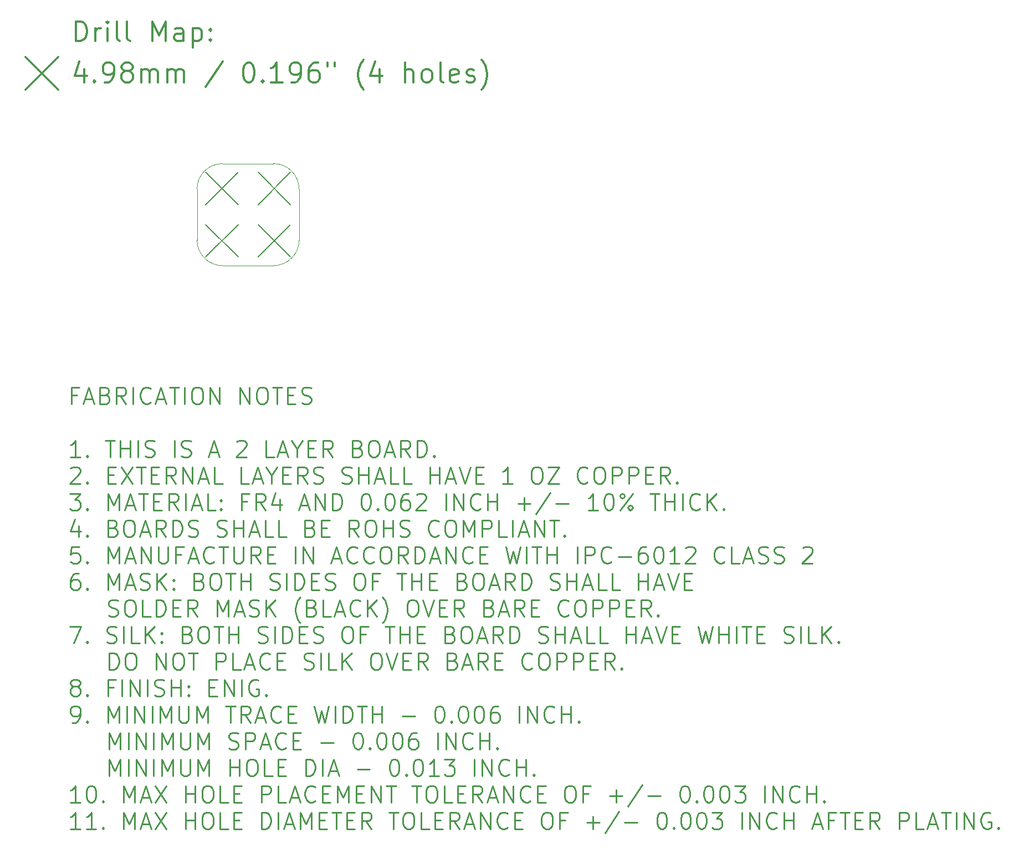
<source format=gbr>
G04 This is an RS-274x file exported by *
G04 gerbv version 2.6.0 *
G04 More information is available about gerbv at *
G04 http://gerbv.gpleda.org/ *
G04 --End of header info--*
%MOIN*%
%FSLAX34Y34*%
%IPPOS*%
G04 --Define apertures--*
%ADD10C,0.0050*%
%ADD11C,0.0079*%
%ADD12C,0.0118*%
%ADD13C,0.0138*%
%ADD14C,0.0016*%
%ADD15C,0.0100*%
G04 --Start main section--*
G54D11*
G01X0008880Y-009730D02*
G01X0010841Y-011691D01*
G01X0010841Y-009730D02*
G01X0008880Y-011691D01*
G01X0008880Y-012880D02*
G01X0010841Y-014840D01*
G01X0010841Y-012880D02*
G01X0008880Y-014840D01*
G01X0012030Y-009730D02*
G01X0013990Y-011691D01*
G01X0013990Y-009730D02*
G01X0012030Y-011691D01*
G01X0012030Y-012880D02*
G01X0013990Y-014840D01*
G01X0013990Y-012880D02*
G01X0012030Y-014840D01*
G54D12*
G01X0001069Y-001834D02*
G01X0001069Y-000652D01*
G01X0001069Y-000652D02*
G01X0001350Y-000652D01*
G01X0001350Y-000652D02*
G01X0001519Y-000709D01*
G01X0001519Y-000709D02*
G01X0001631Y-000821D01*
G01X0001631Y-000821D02*
G01X0001687Y-000934D01*
G01X0001687Y-000934D02*
G01X0001744Y-001159D01*
G01X0001744Y-001159D02*
G01X0001744Y-001327D01*
G01X0001744Y-001327D02*
G01X0001687Y-001552D01*
G01X0001687Y-001552D02*
G01X0001631Y-001665D01*
G01X0001631Y-001665D02*
G01X0001519Y-001777D01*
G01X0001519Y-001777D02*
G01X0001350Y-001834D01*
G01X0001350Y-001834D02*
G01X0001069Y-001834D01*
G01X0002250Y-001834D02*
G01X0002250Y-001046D01*
G01X0002250Y-001271D02*
G01X0002306Y-001159D01*
G01X0002306Y-001159D02*
G01X0002362Y-001102D01*
G01X0002362Y-001102D02*
G01X0002475Y-001046D01*
G01X0002475Y-001046D02*
G01X0002587Y-001046D01*
G01X0002981Y-001834D02*
G01X0002981Y-001046D01*
G01X0002981Y-000652D02*
G01X0002925Y-000709D01*
G01X0002925Y-000709D02*
G01X0002981Y-000765D01*
G01X0002981Y-000765D02*
G01X0003037Y-000709D01*
G01X0003037Y-000709D02*
G01X0002981Y-000652D01*
G01X0002981Y-000652D02*
G01X0002981Y-000765D01*
G01X0003712Y-001834D02*
G01X0003600Y-001777D01*
G01X0003600Y-001777D02*
G01X0003543Y-001665D01*
G01X0003543Y-001665D02*
G01X0003543Y-000652D01*
G01X0004331Y-001834D02*
G01X0004218Y-001777D01*
G01X0004218Y-001777D02*
G01X0004162Y-001665D01*
G01X0004162Y-001665D02*
G01X0004162Y-000652D01*
G01X0005681Y-001834D02*
G01X0005681Y-000652D01*
G01X0005681Y-000652D02*
G01X0006074Y-001496D01*
G01X0006074Y-001496D02*
G01X0006468Y-000652D01*
G01X0006468Y-000652D02*
G01X0006468Y-001834D01*
G01X0007537Y-001834D02*
G01X0007537Y-001215D01*
G01X0007537Y-001215D02*
G01X0007480Y-001102D01*
G01X0007480Y-001102D02*
G01X0007368Y-001046D01*
G01X0007368Y-001046D02*
G01X0007143Y-001046D01*
G01X0007143Y-001046D02*
G01X0007030Y-001102D01*
G01X0007537Y-001777D02*
G01X0007424Y-001834D01*
G01X0007424Y-001834D02*
G01X0007143Y-001834D01*
G01X0007143Y-001834D02*
G01X0007030Y-001777D01*
G01X0007030Y-001777D02*
G01X0006974Y-001665D01*
G01X0006974Y-001665D02*
G01X0006974Y-001552D01*
G01X0006974Y-001552D02*
G01X0007030Y-001440D01*
G01X0007030Y-001440D02*
G01X0007143Y-001384D01*
G01X0007143Y-001384D02*
G01X0007424Y-001384D01*
G01X0007424Y-001384D02*
G01X0007537Y-001327D01*
G01X0008099Y-001046D02*
G01X0008099Y-002227D01*
G01X0008099Y-001102D02*
G01X0008211Y-001046D01*
G01X0008211Y-001046D02*
G01X0008436Y-001046D01*
G01X0008436Y-001046D02*
G01X0008549Y-001102D01*
G01X0008549Y-001102D02*
G01X0008605Y-001159D01*
G01X0008605Y-001159D02*
G01X0008661Y-001271D01*
G01X0008661Y-001271D02*
G01X0008661Y-001609D01*
G01X0008661Y-001609D02*
G01X0008605Y-001721D01*
G01X0008605Y-001721D02*
G01X0008549Y-001777D01*
G01X0008549Y-001777D02*
G01X0008436Y-001834D01*
G01X0008436Y-001834D02*
G01X0008211Y-001834D01*
G01X0008211Y-001834D02*
G01X0008099Y-001777D01*
G01X0009168Y-001721D02*
G01X0009224Y-001777D01*
G01X0009224Y-001777D02*
G01X0009168Y-001834D01*
G01X0009168Y-001834D02*
G01X0009111Y-001777D01*
G01X0009111Y-001777D02*
G01X0009168Y-001721D01*
G01X0009168Y-001721D02*
G01X0009168Y-001834D01*
G01X0009168Y-001102D02*
G01X0009224Y-001159D01*
G01X0009224Y-001159D02*
G01X0009168Y-001215D01*
G01X0009168Y-001215D02*
G01X0009111Y-001159D01*
G01X0009111Y-001159D02*
G01X0009168Y-001102D01*
G01X0009168Y-001102D02*
G01X0009168Y-001215D01*
G01X-001961Y-002799D02*
G01X0000000Y-004760D01*
G01X0000000Y-002799D02*
G01X-001961Y-004760D01*
G01X0001575Y-003526D02*
G01X0001575Y-004314D01*
G01X0001294Y-003076D02*
G01X0001012Y-003920D01*
G01X0001012Y-003920D02*
G01X0001744Y-003920D01*
G01X0002193Y-004201D02*
G01X0002250Y-004258D01*
G01X0002250Y-004258D02*
G01X0002193Y-004314D01*
G01X0002193Y-004314D02*
G01X0002137Y-004258D01*
G01X0002137Y-004258D02*
G01X0002193Y-004201D01*
G01X0002193Y-004201D02*
G01X0002193Y-004314D01*
G01X0002812Y-004314D02*
G01X0003037Y-004314D01*
G01X0003037Y-004314D02*
G01X0003150Y-004258D01*
G01X0003150Y-004258D02*
G01X0003206Y-004201D01*
G01X0003206Y-004201D02*
G01X0003318Y-004033D01*
G01X0003318Y-004033D02*
G01X0003375Y-003808D01*
G01X0003375Y-003808D02*
G01X0003375Y-003358D01*
G01X0003375Y-003358D02*
G01X0003318Y-003245D01*
G01X0003318Y-003245D02*
G01X0003262Y-003189D01*
G01X0003262Y-003189D02*
G01X0003150Y-003133D01*
G01X0003150Y-003133D02*
G01X0002925Y-003133D01*
G01X0002925Y-003133D02*
G01X0002812Y-003189D01*
G01X0002812Y-003189D02*
G01X0002756Y-003245D01*
G01X0002756Y-003245D02*
G01X0002700Y-003358D01*
G01X0002700Y-003358D02*
G01X0002700Y-003639D01*
G01X0002700Y-003639D02*
G01X0002756Y-003751D01*
G01X0002756Y-003751D02*
G01X0002812Y-003808D01*
G01X0002812Y-003808D02*
G01X0002925Y-003864D01*
G01X0002925Y-003864D02*
G01X0003150Y-003864D01*
G01X0003150Y-003864D02*
G01X0003262Y-003808D01*
G01X0003262Y-003808D02*
G01X0003318Y-003751D01*
G01X0003318Y-003751D02*
G01X0003375Y-003639D01*
G01X0004049Y-003639D02*
G01X0003937Y-003583D01*
G01X0003937Y-003583D02*
G01X0003881Y-003526D01*
G01X0003881Y-003526D02*
G01X0003825Y-003414D01*
G01X0003825Y-003414D02*
G01X0003825Y-003358D01*
G01X0003825Y-003358D02*
G01X0003881Y-003245D01*
G01X0003881Y-003245D02*
G01X0003937Y-003189D01*
G01X0003937Y-003189D02*
G01X0004049Y-003133D01*
G01X0004049Y-003133D02*
G01X0004274Y-003133D01*
G01X0004274Y-003133D02*
G01X0004387Y-003189D01*
G01X0004387Y-003189D02*
G01X0004443Y-003245D01*
G01X0004443Y-003245D02*
G01X0004499Y-003358D01*
G01X0004499Y-003358D02*
G01X0004499Y-003414D01*
G01X0004499Y-003414D02*
G01X0004443Y-003526D01*
G01X0004443Y-003526D02*
G01X0004387Y-003583D01*
G01X0004387Y-003583D02*
G01X0004274Y-003639D01*
G01X0004274Y-003639D02*
G01X0004049Y-003639D01*
G01X0004049Y-003639D02*
G01X0003937Y-003695D01*
G01X0003937Y-003695D02*
G01X0003881Y-003751D01*
G01X0003881Y-003751D02*
G01X0003825Y-003864D01*
G01X0003825Y-003864D02*
G01X0003825Y-004089D01*
G01X0003825Y-004089D02*
G01X0003881Y-004201D01*
G01X0003881Y-004201D02*
G01X0003937Y-004258D01*
G01X0003937Y-004258D02*
G01X0004049Y-004314D01*
G01X0004049Y-004314D02*
G01X0004274Y-004314D01*
G01X0004274Y-004314D02*
G01X0004387Y-004258D01*
G01X0004387Y-004258D02*
G01X0004443Y-004201D01*
G01X0004443Y-004201D02*
G01X0004499Y-004089D01*
G01X0004499Y-004089D02*
G01X0004499Y-003864D01*
G01X0004499Y-003864D02*
G01X0004443Y-003751D01*
G01X0004443Y-003751D02*
G01X0004387Y-003695D01*
G01X0004387Y-003695D02*
G01X0004274Y-003639D01*
G01X0005006Y-004314D02*
G01X0005006Y-003526D01*
G01X0005006Y-003639D02*
G01X0005062Y-003583D01*
G01X0005062Y-003583D02*
G01X0005174Y-003526D01*
G01X0005174Y-003526D02*
G01X0005343Y-003526D01*
G01X0005343Y-003526D02*
G01X0005456Y-003583D01*
G01X0005456Y-003583D02*
G01X0005512Y-003695D01*
G01X0005512Y-003695D02*
G01X0005512Y-004314D01*
G01X0005512Y-003695D02*
G01X0005568Y-003583D01*
G01X0005568Y-003583D02*
G01X0005681Y-003526D01*
G01X0005681Y-003526D02*
G01X0005849Y-003526D01*
G01X0005849Y-003526D02*
G01X0005962Y-003583D01*
G01X0005962Y-003583D02*
G01X0006018Y-003695D01*
G01X0006018Y-003695D02*
G01X0006018Y-004314D01*
G01X0006580Y-004314D02*
G01X0006580Y-003526D01*
G01X0006580Y-003639D02*
G01X0006637Y-003583D01*
G01X0006637Y-003583D02*
G01X0006749Y-003526D01*
G01X0006749Y-003526D02*
G01X0006918Y-003526D01*
G01X0006918Y-003526D02*
G01X0007030Y-003583D01*
G01X0007030Y-003583D02*
G01X0007087Y-003695D01*
G01X0007087Y-003695D02*
G01X0007087Y-004314D01*
G01X0007087Y-003695D02*
G01X0007143Y-003583D01*
G01X0007143Y-003583D02*
G01X0007255Y-003526D01*
G01X0007255Y-003526D02*
G01X0007424Y-003526D01*
G01X0007424Y-003526D02*
G01X0007537Y-003583D01*
G01X0007537Y-003583D02*
G01X0007593Y-003695D01*
G01X0007593Y-003695D02*
G01X0007593Y-004314D01*
G01X0009899Y-003076D02*
G01X0008886Y-004595D01*
G01X0011417Y-003133D02*
G01X0011530Y-003133D01*
G01X0011530Y-003133D02*
G01X0011642Y-003189D01*
G01X0011642Y-003189D02*
G01X0011699Y-003245D01*
G01X0011699Y-003245D02*
G01X0011755Y-003358D01*
G01X0011755Y-003358D02*
G01X0011811Y-003583D01*
G01X0011811Y-003583D02*
G01X0011811Y-003864D01*
G01X0011811Y-003864D02*
G01X0011755Y-004089D01*
G01X0011755Y-004089D02*
G01X0011699Y-004201D01*
G01X0011699Y-004201D02*
G01X0011642Y-004258D01*
G01X0011642Y-004258D02*
G01X0011530Y-004314D01*
G01X0011530Y-004314D02*
G01X0011417Y-004314D01*
G01X0011417Y-004314D02*
G01X0011305Y-004258D01*
G01X0011305Y-004258D02*
G01X0011249Y-004201D01*
G01X0011249Y-004201D02*
G01X0011192Y-004089D01*
G01X0011192Y-004089D02*
G01X0011136Y-003864D01*
G01X0011136Y-003864D02*
G01X0011136Y-003583D01*
G01X0011136Y-003583D02*
G01X0011192Y-003358D01*
G01X0011192Y-003358D02*
G01X0011249Y-003245D01*
G01X0011249Y-003245D02*
G01X0011305Y-003189D01*
G01X0011305Y-003189D02*
G01X0011417Y-003133D01*
G01X0012317Y-004201D02*
G01X0012373Y-004258D01*
G01X0012373Y-004258D02*
G01X0012317Y-004314D01*
G01X0012317Y-004314D02*
G01X0012261Y-004258D01*
G01X0012261Y-004258D02*
G01X0012317Y-004201D01*
G01X0012317Y-004201D02*
G01X0012317Y-004314D01*
G01X0013498Y-004314D02*
G01X0012823Y-004314D01*
G01X0013161Y-004314D02*
G01X0013161Y-003133D01*
G01X0013161Y-003133D02*
G01X0013048Y-003301D01*
G01X0013048Y-003301D02*
G01X0012936Y-003414D01*
G01X0012936Y-003414D02*
G01X0012823Y-003470D01*
G01X0014061Y-004314D02*
G01X0014286Y-004314D01*
G01X0014286Y-004314D02*
G01X0014398Y-004258D01*
G01X0014398Y-004258D02*
G01X0014454Y-004201D01*
G01X0014454Y-004201D02*
G01X0014567Y-004033D01*
G01X0014567Y-004033D02*
G01X0014623Y-003808D01*
G01X0014623Y-003808D02*
G01X0014623Y-003358D01*
G01X0014623Y-003358D02*
G01X0014567Y-003245D01*
G01X0014567Y-003245D02*
G01X0014511Y-003189D01*
G01X0014511Y-003189D02*
G01X0014398Y-003133D01*
G01X0014398Y-003133D02*
G01X0014173Y-003133D01*
G01X0014173Y-003133D02*
G01X0014061Y-003189D01*
G01X0014061Y-003189D02*
G01X0014005Y-003245D01*
G01X0014005Y-003245D02*
G01X0013948Y-003358D01*
G01X0013948Y-003358D02*
G01X0013948Y-003639D01*
G01X0013948Y-003639D02*
G01X0014005Y-003751D01*
G01X0014005Y-003751D02*
G01X0014061Y-003808D01*
G01X0014061Y-003808D02*
G01X0014173Y-003864D01*
G01X0014173Y-003864D02*
G01X0014398Y-003864D01*
G01X0014398Y-003864D02*
G01X0014511Y-003808D01*
G01X0014511Y-003808D02*
G01X0014567Y-003751D01*
G01X0014567Y-003751D02*
G01X0014623Y-003639D01*
G01X0015636Y-003133D02*
G01X0015411Y-003133D01*
G01X0015411Y-003133D02*
G01X0015298Y-003189D01*
G01X0015298Y-003189D02*
G01X0015242Y-003245D01*
G01X0015242Y-003245D02*
G01X0015129Y-003414D01*
G01X0015129Y-003414D02*
G01X0015073Y-003639D01*
G01X0015073Y-003639D02*
G01X0015073Y-004089D01*
G01X0015073Y-004089D02*
G01X0015129Y-004201D01*
G01X0015129Y-004201D02*
G01X0015186Y-004258D01*
G01X0015186Y-004258D02*
G01X0015298Y-004314D01*
G01X0015298Y-004314D02*
G01X0015523Y-004314D01*
G01X0015523Y-004314D02*
G01X0015636Y-004258D01*
G01X0015636Y-004258D02*
G01X0015692Y-004201D01*
G01X0015692Y-004201D02*
G01X0015748Y-004089D01*
G01X0015748Y-004089D02*
G01X0015748Y-003808D01*
G01X0015748Y-003808D02*
G01X0015692Y-003695D01*
G01X0015692Y-003695D02*
G01X0015636Y-003639D01*
G01X0015636Y-003639D02*
G01X0015523Y-003583D01*
G01X0015523Y-003583D02*
G01X0015298Y-003583D01*
G01X0015298Y-003583D02*
G01X0015186Y-003639D01*
G01X0015186Y-003639D02*
G01X0015129Y-003695D01*
G01X0015129Y-003695D02*
G01X0015073Y-003808D01*
G01X0016198Y-003133D02*
G01X0016198Y-003358D01*
G01X0016648Y-003133D02*
G01X0016648Y-003358D01*
G01X0018391Y-004764D02*
G01X0018335Y-004708D01*
G01X0018335Y-004708D02*
G01X0018223Y-004539D01*
G01X0018223Y-004539D02*
G01X0018166Y-004426D01*
G01X0018166Y-004426D02*
G01X0018110Y-004258D01*
G01X0018110Y-004258D02*
G01X0018054Y-003976D01*
G01X0018054Y-003976D02*
G01X0018054Y-003751D01*
G01X0018054Y-003751D02*
G01X0018110Y-003470D01*
G01X0018110Y-003470D02*
G01X0018166Y-003301D01*
G01X0018166Y-003301D02*
G01X0018223Y-003189D01*
G01X0018223Y-003189D02*
G01X0018335Y-003020D01*
G01X0018335Y-003020D02*
G01X0018391Y-002964D01*
G01X0019348Y-003526D02*
G01X0019348Y-004314D01*
G01X0019066Y-003076D02*
G01X0018785Y-003920D01*
G01X0018785Y-003920D02*
G01X0019516Y-003920D01*
G01X0020866Y-004314D02*
G01X0020866Y-003133D01*
G01X0021372Y-004314D02*
G01X0021372Y-003695D01*
G01X0021372Y-003695D02*
G01X0021316Y-003583D01*
G01X0021316Y-003583D02*
G01X0021204Y-003526D01*
G01X0021204Y-003526D02*
G01X0021035Y-003526D01*
G01X0021035Y-003526D02*
G01X0020922Y-003583D01*
G01X0020922Y-003583D02*
G01X0020866Y-003639D01*
G01X0022103Y-004314D02*
G01X0021991Y-004258D01*
G01X0021991Y-004258D02*
G01X0021935Y-004201D01*
G01X0021935Y-004201D02*
G01X0021879Y-004089D01*
G01X0021879Y-004089D02*
G01X0021879Y-003751D01*
G01X0021879Y-003751D02*
G01X0021935Y-003639D01*
G01X0021935Y-003639D02*
G01X0021991Y-003583D01*
G01X0021991Y-003583D02*
G01X0022103Y-003526D01*
G01X0022103Y-003526D02*
G01X0022272Y-003526D01*
G01X0022272Y-003526D02*
G01X0022385Y-003583D01*
G01X0022385Y-003583D02*
G01X0022441Y-003639D01*
G01X0022441Y-003639D02*
G01X0022497Y-003751D01*
G01X0022497Y-003751D02*
G01X0022497Y-004089D01*
G01X0022497Y-004089D02*
G01X0022441Y-004201D01*
G01X0022441Y-004201D02*
G01X0022385Y-004258D01*
G01X0022385Y-004258D02*
G01X0022272Y-004314D01*
G01X0022272Y-004314D02*
G01X0022103Y-004314D01*
G01X0023172Y-004314D02*
G01X0023060Y-004258D01*
G01X0023060Y-004258D02*
G01X0023003Y-004145D01*
G01X0023003Y-004145D02*
G01X0023003Y-003133D01*
G01X0024072Y-004258D02*
G01X0023960Y-004314D01*
G01X0023960Y-004314D02*
G01X0023735Y-004314D01*
G01X0023735Y-004314D02*
G01X0023622Y-004258D01*
G01X0023622Y-004258D02*
G01X0023566Y-004145D01*
G01X0023566Y-004145D02*
G01X0023566Y-003695D01*
G01X0023566Y-003695D02*
G01X0023622Y-003583D01*
G01X0023622Y-003583D02*
G01X0023735Y-003526D01*
G01X0023735Y-003526D02*
G01X0023960Y-003526D01*
G01X0023960Y-003526D02*
G01X0024072Y-003583D01*
G01X0024072Y-003583D02*
G01X0024128Y-003695D01*
G01X0024128Y-003695D02*
G01X0024128Y-003808D01*
G01X0024128Y-003808D02*
G01X0023566Y-003920D01*
G01X0024578Y-004258D02*
G01X0024691Y-004314D01*
G01X0024691Y-004314D02*
G01X0024916Y-004314D01*
G01X0024916Y-004314D02*
G01X0025028Y-004258D01*
G01X0025028Y-004258D02*
G01X0025084Y-004145D01*
G01X0025084Y-004145D02*
G01X0025084Y-004089D01*
G01X0025084Y-004089D02*
G01X0025028Y-003976D01*
G01X0025028Y-003976D02*
G01X0024916Y-003920D01*
G01X0024916Y-003920D02*
G01X0024747Y-003920D01*
G01X0024747Y-003920D02*
G01X0024634Y-003864D01*
G01X0024634Y-003864D02*
G01X0024578Y-003751D01*
G01X0024578Y-003751D02*
G01X0024578Y-003695D01*
G01X0024578Y-003695D02*
G01X0024634Y-003583D01*
G01X0024634Y-003583D02*
G01X0024747Y-003526D01*
G01X0024747Y-003526D02*
G01X0024916Y-003526D01*
G01X0024916Y-003526D02*
G01X0025028Y-003583D01*
G01X0025478Y-004764D02*
G01X0025534Y-004708D01*
G01X0025534Y-004708D02*
G01X0025647Y-004539D01*
G01X0025647Y-004539D02*
G01X0025703Y-004426D01*
G01X0025703Y-004426D02*
G01X0025759Y-004258D01*
G01X0025759Y-004258D02*
G01X0025816Y-003976D01*
G01X0025816Y-003976D02*
G01X0025816Y-003751D01*
G01X0025816Y-003751D02*
G01X0025759Y-003470D01*
G01X0025759Y-003470D02*
G01X0025703Y-003301D01*
G01X0025703Y-003301D02*
G01X0025647Y-003189D01*
G01X0025647Y-003189D02*
G01X0025534Y-003020D01*
G01X0025534Y-003020D02*
G01X0025478Y-002964D01*
G01X0000000Y0000000D02*
G54D14*
G01X0012971Y-009214D02*
G01X0009900Y-009214D01*
G01X0012971Y-015356D02*
G01X0009900Y-015356D01*
G01X0014506Y-013821D02*
G01X0014506Y-010750D01*
G01X0008364Y-013821D02*
G01X0008364Y-010750D01*
G01X0014506Y-010750D02*
G75*
G03X0012971Y-009214I-001535J0000000D01*
G01X0012971Y-015356D02*
G75*
G03X0014506Y-013821I0000000J0001535D01*
G01X0008364Y-013821D02*
G75*
G03X0009900Y-015356I0001535J0000000D01*
G01X0009900Y-009214D02*
G75*
G03X0008364Y-010750I0000000J-001535D01*
G01X0000000Y0000000D02*
G54D15*
G01X0001141Y-023159D02*
G01X0000808Y-023159D01*
G01X0000808Y-023682D02*
G01X0000808Y-022682D01*
G01X0000808Y-022682D02*
G01X0001284Y-022682D01*
G01X0001618Y-023397D02*
G01X0002094Y-023397D01*
G01X0001522Y-023682D02*
G01X0001856Y-022682D01*
G01X0001856Y-022682D02*
G01X0002189Y-023682D01*
G01X0002856Y-023159D02*
G01X0002999Y-023206D01*
G01X0002999Y-023206D02*
G01X0003046Y-023254D01*
G01X0003046Y-023254D02*
G01X0003094Y-023349D01*
G01X0003094Y-023349D02*
G01X0003094Y-023492D01*
G01X0003094Y-023492D02*
G01X0003046Y-023587D01*
G01X0003046Y-023587D02*
G01X0002999Y-023635D01*
G01X0002999Y-023635D02*
G01X0002903Y-023682D01*
G01X0002903Y-023682D02*
G01X0002522Y-023682D01*
G01X0002522Y-023682D02*
G01X0002522Y-022682D01*
G01X0002522Y-022682D02*
G01X0002856Y-022682D01*
G01X0002856Y-022682D02*
G01X0002951Y-022730D01*
G01X0002951Y-022730D02*
G01X0002999Y-022778D01*
G01X0002999Y-022778D02*
G01X0003046Y-022873D01*
G01X0003046Y-022873D02*
G01X0003046Y-022968D01*
G01X0003046Y-022968D02*
G01X0002999Y-023063D01*
G01X0002999Y-023063D02*
G01X0002951Y-023111D01*
G01X0002951Y-023111D02*
G01X0002856Y-023159D01*
G01X0002856Y-023159D02*
G01X0002522Y-023159D01*
G01X0004094Y-023682D02*
G01X0003760Y-023206D01*
G01X0003522Y-023682D02*
G01X0003522Y-022682D01*
G01X0003522Y-022682D02*
G01X0003903Y-022682D01*
G01X0003903Y-022682D02*
G01X0003999Y-022730D01*
G01X0003999Y-022730D02*
G01X0004046Y-022778D01*
G01X0004046Y-022778D02*
G01X0004094Y-022873D01*
G01X0004094Y-022873D02*
G01X0004094Y-023016D01*
G01X0004094Y-023016D02*
G01X0004046Y-023111D01*
G01X0004046Y-023111D02*
G01X0003999Y-023159D01*
G01X0003999Y-023159D02*
G01X0003903Y-023206D01*
G01X0003903Y-023206D02*
G01X0003522Y-023206D01*
G01X0004522Y-023682D02*
G01X0004522Y-022682D01*
G01X0005570Y-023587D02*
G01X0005522Y-023635D01*
G01X0005522Y-023635D02*
G01X0005380Y-023682D01*
G01X0005380Y-023682D02*
G01X0005284Y-023682D01*
G01X0005284Y-023682D02*
G01X0005141Y-023635D01*
G01X0005141Y-023635D02*
G01X0005046Y-023540D01*
G01X0005046Y-023540D02*
G01X0004999Y-023444D01*
G01X0004999Y-023444D02*
G01X0004951Y-023254D01*
G01X0004951Y-023254D02*
G01X0004951Y-023111D01*
G01X0004951Y-023111D02*
G01X0004999Y-022920D01*
G01X0004999Y-022920D02*
G01X0005046Y-022825D01*
G01X0005046Y-022825D02*
G01X0005141Y-022730D01*
G01X0005141Y-022730D02*
G01X0005284Y-022682D01*
G01X0005284Y-022682D02*
G01X0005380Y-022682D01*
G01X0005380Y-022682D02*
G01X0005522Y-022730D01*
G01X0005522Y-022730D02*
G01X0005570Y-022778D01*
G01X0005951Y-023397D02*
G01X0006427Y-023397D01*
G01X0005856Y-023682D02*
G01X0006189Y-022682D01*
G01X0006189Y-022682D02*
G01X0006522Y-023682D01*
G01X0006713Y-022682D02*
G01X0007284Y-022682D01*
G01X0006999Y-023682D02*
G01X0006999Y-022682D01*
G01X0007618Y-023682D02*
G01X0007618Y-022682D01*
G01X0008284Y-022682D02*
G01X0008475Y-022682D01*
G01X0008475Y-022682D02*
G01X0008570Y-022730D01*
G01X0008570Y-022730D02*
G01X0008665Y-022825D01*
G01X0008665Y-022825D02*
G01X0008713Y-023016D01*
G01X0008713Y-023016D02*
G01X0008713Y-023349D01*
G01X0008713Y-023349D02*
G01X0008665Y-023540D01*
G01X0008665Y-023540D02*
G01X0008570Y-023635D01*
G01X0008570Y-023635D02*
G01X0008475Y-023682D01*
G01X0008475Y-023682D02*
G01X0008284Y-023682D01*
G01X0008284Y-023682D02*
G01X0008189Y-023635D01*
G01X0008189Y-023635D02*
G01X0008094Y-023540D01*
G01X0008094Y-023540D02*
G01X0008046Y-023349D01*
G01X0008046Y-023349D02*
G01X0008046Y-023016D01*
G01X0008046Y-023016D02*
G01X0008094Y-022825D01*
G01X0008094Y-022825D02*
G01X0008189Y-022730D01*
G01X0008189Y-022730D02*
G01X0008284Y-022682D01*
G01X0009141Y-023682D02*
G01X0009141Y-022682D01*
G01X0009141Y-022682D02*
G01X0009713Y-023682D01*
G01X0009713Y-023682D02*
G01X0009713Y-022682D01*
G01X0010951Y-023682D02*
G01X0010951Y-022682D01*
G01X0010951Y-022682D02*
G01X0011522Y-023682D01*
G01X0011522Y-023682D02*
G01X0011522Y-022682D01*
G01X0012189Y-022682D02*
G01X0012380Y-022682D01*
G01X0012380Y-022682D02*
G01X0012475Y-022730D01*
G01X0012475Y-022730D02*
G01X0012570Y-022825D01*
G01X0012570Y-022825D02*
G01X0012618Y-023016D01*
G01X0012618Y-023016D02*
G01X0012618Y-023349D01*
G01X0012618Y-023349D02*
G01X0012570Y-023540D01*
G01X0012570Y-023540D02*
G01X0012475Y-023635D01*
G01X0012475Y-023635D02*
G01X0012380Y-023682D01*
G01X0012380Y-023682D02*
G01X0012189Y-023682D01*
G01X0012189Y-023682D02*
G01X0012094Y-023635D01*
G01X0012094Y-023635D02*
G01X0011999Y-023540D01*
G01X0011999Y-023540D02*
G01X0011951Y-023349D01*
G01X0011951Y-023349D02*
G01X0011951Y-023016D01*
G01X0011951Y-023016D02*
G01X0011999Y-022825D01*
G01X0011999Y-022825D02*
G01X0012094Y-022730D01*
G01X0012094Y-022730D02*
G01X0012189Y-022682D01*
G01X0012903Y-022682D02*
G01X0013475Y-022682D01*
G01X0013189Y-023682D02*
G01X0013189Y-022682D01*
G01X0013808Y-023159D02*
G01X0014141Y-023159D01*
G01X0014284Y-023682D02*
G01X0013808Y-023682D01*
G01X0013808Y-023682D02*
G01X0013808Y-022682D01*
G01X0013808Y-022682D02*
G01X0014284Y-022682D01*
G01X0014665Y-023635D02*
G01X0014808Y-023682D01*
G01X0014808Y-023682D02*
G01X0015046Y-023682D01*
G01X0015046Y-023682D02*
G01X0015141Y-023635D01*
G01X0015141Y-023635D02*
G01X0015189Y-023587D01*
G01X0015189Y-023587D02*
G01X0015237Y-023492D01*
G01X0015237Y-023492D02*
G01X0015237Y-023397D01*
G01X0015237Y-023397D02*
G01X0015189Y-023301D01*
G01X0015189Y-023301D02*
G01X0015141Y-023254D01*
G01X0015141Y-023254D02*
G01X0015046Y-023206D01*
G01X0015046Y-023206D02*
G01X0014856Y-023159D01*
G01X0014856Y-023159D02*
G01X0014760Y-023111D01*
G01X0014760Y-023111D02*
G01X0014713Y-023063D01*
G01X0014713Y-023063D02*
G01X0014665Y-022968D01*
G01X0014665Y-022968D02*
G01X0014665Y-022873D01*
G01X0014665Y-022873D02*
G01X0014713Y-022778D01*
G01X0014713Y-022778D02*
G01X0014760Y-022730D01*
G01X0014760Y-022730D02*
G01X0014856Y-022682D01*
G01X0014856Y-022682D02*
G01X0015094Y-022682D01*
G01X0015094Y-022682D02*
G01X0015237Y-022730D01*
G01X0001332Y-026882D02*
G01X0000760Y-026882D01*
G01X0001046Y-026882D02*
G01X0001046Y-025882D01*
G01X0001046Y-025882D02*
G01X0000951Y-026025D01*
G01X0000951Y-026025D02*
G01X0000856Y-026120D01*
G01X0000856Y-026120D02*
G01X0000760Y-026168D01*
G01X0001760Y-026787D02*
G01X0001808Y-026835D01*
G01X0001808Y-026835D02*
G01X0001760Y-026882D01*
G01X0001760Y-026882D02*
G01X0001713Y-026835D01*
G01X0001713Y-026835D02*
G01X0001760Y-026787D01*
G01X0001760Y-026787D02*
G01X0001760Y-026882D01*
G01X0002856Y-025882D02*
G01X0003427Y-025882D01*
G01X0003141Y-026882D02*
G01X0003141Y-025882D01*
G01X0003760Y-026882D02*
G01X0003760Y-025882D01*
G01X0003760Y-026359D02*
G01X0004332Y-026359D01*
G01X0004332Y-026882D02*
G01X0004332Y-025882D01*
G01X0004808Y-026882D02*
G01X0004808Y-025882D01*
G01X0005237Y-026835D02*
G01X0005380Y-026882D01*
G01X0005380Y-026882D02*
G01X0005618Y-026882D01*
G01X0005618Y-026882D02*
G01X0005713Y-026835D01*
G01X0005713Y-026835D02*
G01X0005760Y-026787D01*
G01X0005760Y-026787D02*
G01X0005808Y-026692D01*
G01X0005808Y-026692D02*
G01X0005808Y-026597D01*
G01X0005808Y-026597D02*
G01X0005760Y-026501D01*
G01X0005760Y-026501D02*
G01X0005713Y-026454D01*
G01X0005713Y-026454D02*
G01X0005618Y-026406D01*
G01X0005618Y-026406D02*
G01X0005427Y-026359D01*
G01X0005427Y-026359D02*
G01X0005332Y-026311D01*
G01X0005332Y-026311D02*
G01X0005284Y-026263D01*
G01X0005284Y-026263D02*
G01X0005237Y-026168D01*
G01X0005237Y-026168D02*
G01X0005237Y-026073D01*
G01X0005237Y-026073D02*
G01X0005284Y-025978D01*
G01X0005284Y-025978D02*
G01X0005332Y-025930D01*
G01X0005332Y-025930D02*
G01X0005427Y-025882D01*
G01X0005427Y-025882D02*
G01X0005665Y-025882D01*
G01X0005665Y-025882D02*
G01X0005808Y-025930D01*
G01X0006999Y-026882D02*
G01X0006999Y-025882D01*
G01X0007427Y-026835D02*
G01X0007570Y-026882D01*
G01X0007570Y-026882D02*
G01X0007808Y-026882D01*
G01X0007808Y-026882D02*
G01X0007903Y-026835D01*
G01X0007903Y-026835D02*
G01X0007951Y-026787D01*
G01X0007951Y-026787D02*
G01X0007999Y-026692D01*
G01X0007999Y-026692D02*
G01X0007999Y-026597D01*
G01X0007999Y-026597D02*
G01X0007951Y-026501D01*
G01X0007951Y-026501D02*
G01X0007903Y-026454D01*
G01X0007903Y-026454D02*
G01X0007808Y-026406D01*
G01X0007808Y-026406D02*
G01X0007618Y-026359D01*
G01X0007618Y-026359D02*
G01X0007522Y-026311D01*
G01X0007522Y-026311D02*
G01X0007475Y-026263D01*
G01X0007475Y-026263D02*
G01X0007427Y-026168D01*
G01X0007427Y-026168D02*
G01X0007427Y-026073D01*
G01X0007427Y-026073D02*
G01X0007475Y-025978D01*
G01X0007475Y-025978D02*
G01X0007522Y-025930D01*
G01X0007522Y-025930D02*
G01X0007618Y-025882D01*
G01X0007618Y-025882D02*
G01X0007856Y-025882D01*
G01X0007856Y-025882D02*
G01X0007999Y-025930D01*
G01X0009141Y-026597D02*
G01X0009618Y-026597D01*
G01X0009046Y-026882D02*
G01X0009380Y-025882D01*
G01X0009380Y-025882D02*
G01X0009713Y-026882D01*
G01X0010760Y-025978D02*
G01X0010808Y-025930D01*
G01X0010808Y-025930D02*
G01X0010903Y-025882D01*
G01X0010903Y-025882D02*
G01X0011141Y-025882D01*
G01X0011141Y-025882D02*
G01X0011237Y-025930D01*
G01X0011237Y-025930D02*
G01X0011284Y-025978D01*
G01X0011284Y-025978D02*
G01X0011332Y-026073D01*
G01X0011332Y-026073D02*
G01X0011332Y-026168D01*
G01X0011332Y-026168D02*
G01X0011284Y-026311D01*
G01X0011284Y-026311D02*
G01X0010713Y-026882D01*
G01X0010713Y-026882D02*
G01X0011332Y-026882D01*
G01X0012999Y-026882D02*
G01X0012522Y-026882D01*
G01X0012522Y-026882D02*
G01X0012522Y-025882D01*
G01X0013284Y-026597D02*
G01X0013760Y-026597D01*
G01X0013189Y-026882D02*
G01X0013522Y-025882D01*
G01X0013522Y-025882D02*
G01X0013856Y-026882D01*
G01X0014380Y-026406D02*
G01X0014380Y-026882D01*
G01X0014046Y-025882D02*
G01X0014380Y-026406D01*
G01X0014380Y-026406D02*
G01X0014713Y-025882D01*
G01X0015046Y-026359D02*
G01X0015380Y-026359D01*
G01X0015522Y-026882D02*
G01X0015046Y-026882D01*
G01X0015046Y-026882D02*
G01X0015046Y-025882D01*
G01X0015046Y-025882D02*
G01X0015522Y-025882D01*
G01X0016522Y-026882D02*
G01X0016189Y-026406D01*
G01X0015951Y-026882D02*
G01X0015951Y-025882D01*
G01X0015951Y-025882D02*
G01X0016332Y-025882D01*
G01X0016332Y-025882D02*
G01X0016427Y-025930D01*
G01X0016427Y-025930D02*
G01X0016475Y-025978D01*
G01X0016475Y-025978D02*
G01X0016522Y-026073D01*
G01X0016522Y-026073D02*
G01X0016522Y-026216D01*
G01X0016522Y-026216D02*
G01X0016475Y-026311D01*
G01X0016475Y-026311D02*
G01X0016427Y-026359D01*
G01X0016427Y-026359D02*
G01X0016332Y-026406D01*
G01X0016332Y-026406D02*
G01X0015951Y-026406D01*
G01X0018046Y-026359D02*
G01X0018189Y-026406D01*
G01X0018189Y-026406D02*
G01X0018237Y-026454D01*
G01X0018237Y-026454D02*
G01X0018284Y-026549D01*
G01X0018284Y-026549D02*
G01X0018284Y-026692D01*
G01X0018284Y-026692D02*
G01X0018237Y-026787D01*
G01X0018237Y-026787D02*
G01X0018189Y-026835D01*
G01X0018189Y-026835D02*
G01X0018094Y-026882D01*
G01X0018094Y-026882D02*
G01X0017713Y-026882D01*
G01X0017713Y-026882D02*
G01X0017713Y-025882D01*
G01X0017713Y-025882D02*
G01X0018046Y-025882D01*
G01X0018046Y-025882D02*
G01X0018141Y-025930D01*
G01X0018141Y-025930D02*
G01X0018189Y-025978D01*
G01X0018189Y-025978D02*
G01X0018237Y-026073D01*
G01X0018237Y-026073D02*
G01X0018237Y-026168D01*
G01X0018237Y-026168D02*
G01X0018189Y-026263D01*
G01X0018189Y-026263D02*
G01X0018141Y-026311D01*
G01X0018141Y-026311D02*
G01X0018046Y-026359D01*
G01X0018046Y-026359D02*
G01X0017713Y-026359D01*
G01X0018903Y-025882D02*
G01X0019094Y-025882D01*
G01X0019094Y-025882D02*
G01X0019189Y-025930D01*
G01X0019189Y-025930D02*
G01X0019284Y-026025D01*
G01X0019284Y-026025D02*
G01X0019332Y-026216D01*
G01X0019332Y-026216D02*
G01X0019332Y-026549D01*
G01X0019332Y-026549D02*
G01X0019284Y-026740D01*
G01X0019284Y-026740D02*
G01X0019189Y-026835D01*
G01X0019189Y-026835D02*
G01X0019094Y-026882D01*
G01X0019094Y-026882D02*
G01X0018903Y-026882D01*
G01X0018903Y-026882D02*
G01X0018808Y-026835D01*
G01X0018808Y-026835D02*
G01X0018713Y-026740D01*
G01X0018713Y-026740D02*
G01X0018665Y-026549D01*
G01X0018665Y-026549D02*
G01X0018665Y-026216D01*
G01X0018665Y-026216D02*
G01X0018713Y-026025D01*
G01X0018713Y-026025D02*
G01X0018808Y-025930D01*
G01X0018808Y-025930D02*
G01X0018903Y-025882D01*
G01X0019713Y-026597D02*
G01X0020189Y-026597D01*
G01X0019618Y-026882D02*
G01X0019951Y-025882D01*
G01X0019951Y-025882D02*
G01X0020284Y-026882D01*
G01X0021189Y-026882D02*
G01X0020856Y-026406D01*
G01X0020618Y-026882D02*
G01X0020618Y-025882D01*
G01X0020618Y-025882D02*
G01X0020999Y-025882D01*
G01X0020999Y-025882D02*
G01X0021094Y-025930D01*
G01X0021094Y-025930D02*
G01X0021141Y-025978D01*
G01X0021141Y-025978D02*
G01X0021189Y-026073D01*
G01X0021189Y-026073D02*
G01X0021189Y-026216D01*
G01X0021189Y-026216D02*
G01X0021141Y-026311D01*
G01X0021141Y-026311D02*
G01X0021094Y-026359D01*
G01X0021094Y-026359D02*
G01X0020999Y-026406D01*
G01X0020999Y-026406D02*
G01X0020618Y-026406D01*
G01X0021618Y-026882D02*
G01X0021618Y-025882D01*
G01X0021618Y-025882D02*
G01X0021856Y-025882D01*
G01X0021856Y-025882D02*
G01X0021999Y-025930D01*
G01X0021999Y-025930D02*
G01X0022094Y-026025D01*
G01X0022094Y-026025D02*
G01X0022141Y-026120D01*
G01X0022141Y-026120D02*
G01X0022189Y-026311D01*
G01X0022189Y-026311D02*
G01X0022189Y-026454D01*
G01X0022189Y-026454D02*
G01X0022141Y-026644D01*
G01X0022141Y-026644D02*
G01X0022094Y-026740D01*
G01X0022094Y-026740D02*
G01X0021999Y-026835D01*
G01X0021999Y-026835D02*
G01X0021856Y-026882D01*
G01X0021856Y-026882D02*
G01X0021618Y-026882D01*
G01X0022618Y-026787D02*
G01X0022665Y-026835D01*
G01X0022665Y-026835D02*
G01X0022618Y-026882D01*
G01X0022618Y-026882D02*
G01X0022570Y-026835D01*
G01X0022570Y-026835D02*
G01X0022618Y-026787D01*
G01X0022618Y-026787D02*
G01X0022618Y-026882D01*
G01X0000760Y-027578D02*
G01X0000808Y-027530D01*
G01X0000808Y-027530D02*
G01X0000903Y-027482D01*
G01X0000903Y-027482D02*
G01X0001141Y-027482D01*
G01X0001141Y-027482D02*
G01X0001237Y-027530D01*
G01X0001237Y-027530D02*
G01X0001284Y-027578D01*
G01X0001284Y-027578D02*
G01X0001332Y-027673D01*
G01X0001332Y-027673D02*
G01X0001332Y-027768D01*
G01X0001332Y-027768D02*
G01X0001284Y-027911D01*
G01X0001284Y-027911D02*
G01X0000713Y-028482D01*
G01X0000713Y-028482D02*
G01X0001332Y-028482D01*
G01X0001760Y-028387D02*
G01X0001808Y-028435D01*
G01X0001808Y-028435D02*
G01X0001760Y-028482D01*
G01X0001760Y-028482D02*
G01X0001713Y-028435D01*
G01X0001713Y-028435D02*
G01X0001760Y-028387D01*
G01X0001760Y-028387D02*
G01X0001760Y-028482D01*
G01X0002999Y-027959D02*
G01X0003332Y-027959D01*
G01X0003475Y-028482D02*
G01X0002999Y-028482D01*
G01X0002999Y-028482D02*
G01X0002999Y-027482D01*
G01X0002999Y-027482D02*
G01X0003475Y-027482D01*
G01X0003808Y-027482D02*
G01X0004475Y-028482D01*
G01X0004475Y-027482D02*
G01X0003808Y-028482D01*
G01X0004713Y-027482D02*
G01X0005284Y-027482D01*
G01X0004999Y-028482D02*
G01X0004999Y-027482D01*
G01X0005618Y-027959D02*
G01X0005951Y-027959D01*
G01X0006094Y-028482D02*
G01X0005618Y-028482D01*
G01X0005618Y-028482D02*
G01X0005618Y-027482D01*
G01X0005618Y-027482D02*
G01X0006094Y-027482D01*
G01X0007094Y-028482D02*
G01X0006760Y-028006D01*
G01X0006522Y-028482D02*
G01X0006522Y-027482D01*
G01X0006522Y-027482D02*
G01X0006903Y-027482D01*
G01X0006903Y-027482D02*
G01X0006999Y-027530D01*
G01X0006999Y-027530D02*
G01X0007046Y-027578D01*
G01X0007046Y-027578D02*
G01X0007094Y-027673D01*
G01X0007094Y-027673D02*
G01X0007094Y-027816D01*
G01X0007094Y-027816D02*
G01X0007046Y-027911D01*
G01X0007046Y-027911D02*
G01X0006999Y-027959D01*
G01X0006999Y-027959D02*
G01X0006903Y-028006D01*
G01X0006903Y-028006D02*
G01X0006522Y-028006D01*
G01X0007522Y-028482D02*
G01X0007522Y-027482D01*
G01X0007522Y-027482D02*
G01X0008094Y-028482D01*
G01X0008094Y-028482D02*
G01X0008094Y-027482D01*
G01X0008522Y-028197D02*
G01X0008999Y-028197D01*
G01X0008427Y-028482D02*
G01X0008760Y-027482D01*
G01X0008760Y-027482D02*
G01X0009094Y-028482D01*
G01X0009903Y-028482D02*
G01X0009427Y-028482D01*
G01X0009427Y-028482D02*
G01X0009427Y-027482D01*
G01X0011475Y-028482D02*
G01X0010999Y-028482D01*
G01X0010999Y-028482D02*
G01X0010999Y-027482D01*
G01X0011760Y-028197D02*
G01X0012237Y-028197D01*
G01X0011665Y-028482D02*
G01X0011999Y-027482D01*
G01X0011999Y-027482D02*
G01X0012332Y-028482D01*
G01X0012856Y-028006D02*
G01X0012856Y-028482D01*
G01X0012522Y-027482D02*
G01X0012856Y-028006D01*
G01X0012856Y-028006D02*
G01X0013189Y-027482D01*
G01X0013522Y-027959D02*
G01X0013856Y-027959D01*
G01X0013999Y-028482D02*
G01X0013522Y-028482D01*
G01X0013522Y-028482D02*
G01X0013522Y-027482D01*
G01X0013522Y-027482D02*
G01X0013999Y-027482D01*
G01X0014999Y-028482D02*
G01X0014665Y-028006D01*
G01X0014427Y-028482D02*
G01X0014427Y-027482D01*
G01X0014427Y-027482D02*
G01X0014808Y-027482D01*
G01X0014808Y-027482D02*
G01X0014903Y-027530D01*
G01X0014903Y-027530D02*
G01X0014951Y-027578D01*
G01X0014951Y-027578D02*
G01X0014999Y-027673D01*
G01X0014999Y-027673D02*
G01X0014999Y-027816D01*
G01X0014999Y-027816D02*
G01X0014951Y-027911D01*
G01X0014951Y-027911D02*
G01X0014903Y-027959D01*
G01X0014903Y-027959D02*
G01X0014808Y-028006D01*
G01X0014808Y-028006D02*
G01X0014427Y-028006D01*
G01X0015380Y-028435D02*
G01X0015522Y-028482D01*
G01X0015522Y-028482D02*
G01X0015760Y-028482D01*
G01X0015760Y-028482D02*
G01X0015856Y-028435D01*
G01X0015856Y-028435D02*
G01X0015903Y-028387D01*
G01X0015903Y-028387D02*
G01X0015951Y-028292D01*
G01X0015951Y-028292D02*
G01X0015951Y-028197D01*
G01X0015951Y-028197D02*
G01X0015903Y-028101D01*
G01X0015903Y-028101D02*
G01X0015856Y-028054D01*
G01X0015856Y-028054D02*
G01X0015760Y-028006D01*
G01X0015760Y-028006D02*
G01X0015570Y-027959D01*
G01X0015570Y-027959D02*
G01X0015475Y-027911D01*
G01X0015475Y-027911D02*
G01X0015427Y-027863D01*
G01X0015427Y-027863D02*
G01X0015380Y-027768D01*
G01X0015380Y-027768D02*
G01X0015380Y-027673D01*
G01X0015380Y-027673D02*
G01X0015427Y-027578D01*
G01X0015427Y-027578D02*
G01X0015475Y-027530D01*
G01X0015475Y-027530D02*
G01X0015570Y-027482D01*
G01X0015570Y-027482D02*
G01X0015808Y-027482D01*
G01X0015808Y-027482D02*
G01X0015951Y-027530D01*
G01X0017094Y-028435D02*
G01X0017237Y-028482D01*
G01X0017237Y-028482D02*
G01X0017475Y-028482D01*
G01X0017475Y-028482D02*
G01X0017570Y-028435D01*
G01X0017570Y-028435D02*
G01X0017618Y-028387D01*
G01X0017618Y-028387D02*
G01X0017665Y-028292D01*
G01X0017665Y-028292D02*
G01X0017665Y-028197D01*
G01X0017665Y-028197D02*
G01X0017618Y-028101D01*
G01X0017618Y-028101D02*
G01X0017570Y-028054D01*
G01X0017570Y-028054D02*
G01X0017475Y-028006D01*
G01X0017475Y-028006D02*
G01X0017284Y-027959D01*
G01X0017284Y-027959D02*
G01X0017189Y-027911D01*
G01X0017189Y-027911D02*
G01X0017141Y-027863D01*
G01X0017141Y-027863D02*
G01X0017094Y-027768D01*
G01X0017094Y-027768D02*
G01X0017094Y-027673D01*
G01X0017094Y-027673D02*
G01X0017141Y-027578D01*
G01X0017141Y-027578D02*
G01X0017189Y-027530D01*
G01X0017189Y-027530D02*
G01X0017284Y-027482D01*
G01X0017284Y-027482D02*
G01X0017522Y-027482D01*
G01X0017522Y-027482D02*
G01X0017665Y-027530D01*
G01X0018094Y-028482D02*
G01X0018094Y-027482D01*
G01X0018094Y-027959D02*
G01X0018665Y-027959D01*
G01X0018665Y-028482D02*
G01X0018665Y-027482D01*
G01X0019094Y-028197D02*
G01X0019570Y-028197D01*
G01X0018999Y-028482D02*
G01X0019332Y-027482D01*
G01X0019332Y-027482D02*
G01X0019665Y-028482D01*
G01X0020475Y-028482D02*
G01X0019999Y-028482D01*
G01X0019999Y-028482D02*
G01X0019999Y-027482D01*
G01X0021284Y-028482D02*
G01X0020808Y-028482D01*
G01X0020808Y-028482D02*
G01X0020808Y-027482D01*
G01X0022380Y-028482D02*
G01X0022380Y-027482D01*
G01X0022380Y-027959D02*
G01X0022951Y-027959D01*
G01X0022951Y-028482D02*
G01X0022951Y-027482D01*
G01X0023380Y-028197D02*
G01X0023856Y-028197D01*
G01X0023284Y-028482D02*
G01X0023618Y-027482D01*
G01X0023618Y-027482D02*
G01X0023951Y-028482D01*
G01X0024141Y-027482D02*
G01X0024475Y-028482D01*
G01X0024475Y-028482D02*
G01X0024808Y-027482D01*
G01X0025141Y-027959D02*
G01X0025475Y-027959D01*
G01X0025618Y-028482D02*
G01X0025141Y-028482D01*
G01X0025141Y-028482D02*
G01X0025141Y-027482D01*
G01X0025141Y-027482D02*
G01X0025618Y-027482D01*
G01X0027332Y-028482D02*
G01X0026760Y-028482D01*
G01X0027046Y-028482D02*
G01X0027046Y-027482D01*
G01X0027046Y-027482D02*
G01X0026951Y-027625D01*
G01X0026951Y-027625D02*
G01X0026856Y-027720D01*
G01X0026856Y-027720D02*
G01X0026760Y-027768D01*
G01X0028713Y-027482D02*
G01X0028903Y-027482D01*
G01X0028903Y-027482D02*
G01X0028999Y-027530D01*
G01X0028999Y-027530D02*
G01X0029094Y-027625D01*
G01X0029094Y-027625D02*
G01X0029141Y-027816D01*
G01X0029141Y-027816D02*
G01X0029141Y-028149D01*
G01X0029141Y-028149D02*
G01X0029094Y-028340D01*
G01X0029094Y-028340D02*
G01X0028999Y-028435D01*
G01X0028999Y-028435D02*
G01X0028903Y-028482D01*
G01X0028903Y-028482D02*
G01X0028713Y-028482D01*
G01X0028713Y-028482D02*
G01X0028618Y-028435D01*
G01X0028618Y-028435D02*
G01X0028522Y-028340D01*
G01X0028522Y-028340D02*
G01X0028475Y-028149D01*
G01X0028475Y-028149D02*
G01X0028475Y-027816D01*
G01X0028475Y-027816D02*
G01X0028522Y-027625D01*
G01X0028522Y-027625D02*
G01X0028618Y-027530D01*
G01X0028618Y-027530D02*
G01X0028713Y-027482D01*
G01X0029475Y-027482D02*
G01X0030141Y-027482D01*
G01X0030141Y-027482D02*
G01X0029475Y-028482D01*
G01X0029475Y-028482D02*
G01X0030141Y-028482D01*
G01X0031856Y-028387D02*
G01X0031808Y-028435D01*
G01X0031808Y-028435D02*
G01X0031665Y-028482D01*
G01X0031665Y-028482D02*
G01X0031570Y-028482D01*
G01X0031570Y-028482D02*
G01X0031427Y-028435D01*
G01X0031427Y-028435D02*
G01X0031332Y-028340D01*
G01X0031332Y-028340D02*
G01X0031284Y-028244D01*
G01X0031284Y-028244D02*
G01X0031237Y-028054D01*
G01X0031237Y-028054D02*
G01X0031237Y-027911D01*
G01X0031237Y-027911D02*
G01X0031284Y-027720D01*
G01X0031284Y-027720D02*
G01X0031332Y-027625D01*
G01X0031332Y-027625D02*
G01X0031427Y-027530D01*
G01X0031427Y-027530D02*
G01X0031570Y-027482D01*
G01X0031570Y-027482D02*
G01X0031665Y-027482D01*
G01X0031665Y-027482D02*
G01X0031808Y-027530D01*
G01X0031808Y-027530D02*
G01X0031856Y-027578D01*
G01X0032475Y-027482D02*
G01X0032665Y-027482D01*
G01X0032665Y-027482D02*
G01X0032760Y-027530D01*
G01X0032760Y-027530D02*
G01X0032856Y-027625D01*
G01X0032856Y-027625D02*
G01X0032903Y-027816D01*
G01X0032903Y-027816D02*
G01X0032903Y-028149D01*
G01X0032903Y-028149D02*
G01X0032856Y-028340D01*
G01X0032856Y-028340D02*
G01X0032760Y-028435D01*
G01X0032760Y-028435D02*
G01X0032665Y-028482D01*
G01X0032665Y-028482D02*
G01X0032475Y-028482D01*
G01X0032475Y-028482D02*
G01X0032380Y-028435D01*
G01X0032380Y-028435D02*
G01X0032284Y-028340D01*
G01X0032284Y-028340D02*
G01X0032237Y-028149D01*
G01X0032237Y-028149D02*
G01X0032237Y-027816D01*
G01X0032237Y-027816D02*
G01X0032284Y-027625D01*
G01X0032284Y-027625D02*
G01X0032380Y-027530D01*
G01X0032380Y-027530D02*
G01X0032475Y-027482D01*
G01X0033332Y-028482D02*
G01X0033332Y-027482D01*
G01X0033332Y-027482D02*
G01X0033713Y-027482D01*
G01X0033713Y-027482D02*
G01X0033808Y-027530D01*
G01X0033808Y-027530D02*
G01X0033856Y-027578D01*
G01X0033856Y-027578D02*
G01X0033903Y-027673D01*
G01X0033903Y-027673D02*
G01X0033903Y-027816D01*
G01X0033903Y-027816D02*
G01X0033856Y-027911D01*
G01X0033856Y-027911D02*
G01X0033808Y-027959D01*
G01X0033808Y-027959D02*
G01X0033713Y-028006D01*
G01X0033713Y-028006D02*
G01X0033332Y-028006D01*
G01X0034332Y-028482D02*
G01X0034332Y-027482D01*
G01X0034332Y-027482D02*
G01X0034713Y-027482D01*
G01X0034713Y-027482D02*
G01X0034808Y-027530D01*
G01X0034808Y-027530D02*
G01X0034856Y-027578D01*
G01X0034856Y-027578D02*
G01X0034903Y-027673D01*
G01X0034903Y-027673D02*
G01X0034903Y-027816D01*
G01X0034903Y-027816D02*
G01X0034856Y-027911D01*
G01X0034856Y-027911D02*
G01X0034808Y-027959D01*
G01X0034808Y-027959D02*
G01X0034713Y-028006D01*
G01X0034713Y-028006D02*
G01X0034332Y-028006D01*
G01X0035332Y-027959D02*
G01X0035665Y-027959D01*
G01X0035808Y-028482D02*
G01X0035332Y-028482D01*
G01X0035332Y-028482D02*
G01X0035332Y-027482D01*
G01X0035332Y-027482D02*
G01X0035808Y-027482D01*
G01X0036808Y-028482D02*
G01X0036475Y-028006D01*
G01X0036237Y-028482D02*
G01X0036237Y-027482D01*
G01X0036237Y-027482D02*
G01X0036618Y-027482D01*
G01X0036618Y-027482D02*
G01X0036713Y-027530D01*
G01X0036713Y-027530D02*
G01X0036760Y-027578D01*
G01X0036760Y-027578D02*
G01X0036808Y-027673D01*
G01X0036808Y-027673D02*
G01X0036808Y-027816D01*
G01X0036808Y-027816D02*
G01X0036760Y-027911D01*
G01X0036760Y-027911D02*
G01X0036713Y-027959D01*
G01X0036713Y-027959D02*
G01X0036618Y-028006D01*
G01X0036618Y-028006D02*
G01X0036237Y-028006D01*
G01X0037237Y-028387D02*
G01X0037284Y-028435D01*
G01X0037284Y-028435D02*
G01X0037237Y-028482D01*
G01X0037237Y-028482D02*
G01X0037189Y-028435D01*
G01X0037189Y-028435D02*
G01X0037237Y-028387D01*
G01X0037237Y-028387D02*
G01X0037237Y-028482D01*
G01X0000713Y-029082D02*
G01X0001332Y-029082D01*
G01X0001332Y-029082D02*
G01X0000999Y-029463D01*
G01X0000999Y-029463D02*
G01X0001141Y-029463D01*
G01X0001141Y-029463D02*
G01X0001237Y-029511D01*
G01X0001237Y-029511D02*
G01X0001284Y-029559D01*
G01X0001284Y-029559D02*
G01X0001332Y-029654D01*
G01X0001332Y-029654D02*
G01X0001332Y-029892D01*
G01X0001332Y-029892D02*
G01X0001284Y-029987D01*
G01X0001284Y-029987D02*
G01X0001237Y-030035D01*
G01X0001237Y-030035D02*
G01X0001141Y-030082D01*
G01X0001141Y-030082D02*
G01X0000856Y-030082D01*
G01X0000856Y-030082D02*
G01X0000760Y-030035D01*
G01X0000760Y-030035D02*
G01X0000713Y-029987D01*
G01X0001760Y-029987D02*
G01X0001808Y-030035D01*
G01X0001808Y-030035D02*
G01X0001760Y-030082D01*
G01X0001760Y-030082D02*
G01X0001713Y-030035D01*
G01X0001713Y-030035D02*
G01X0001760Y-029987D01*
G01X0001760Y-029987D02*
G01X0001760Y-030082D01*
G01X0002999Y-030082D02*
G01X0002999Y-029082D01*
G01X0002999Y-029082D02*
G01X0003332Y-029797D01*
G01X0003332Y-029797D02*
G01X0003665Y-029082D01*
G01X0003665Y-029082D02*
G01X0003665Y-030082D01*
G01X0004094Y-029797D02*
G01X0004570Y-029797D01*
G01X0003999Y-030082D02*
G01X0004332Y-029082D01*
G01X0004332Y-029082D02*
G01X0004665Y-030082D01*
G01X0004856Y-029082D02*
G01X0005427Y-029082D01*
G01X0005141Y-030082D02*
G01X0005141Y-029082D01*
G01X0005760Y-029559D02*
G01X0006094Y-029559D01*
G01X0006237Y-030082D02*
G01X0005760Y-030082D01*
G01X0005760Y-030082D02*
G01X0005760Y-029082D01*
G01X0005760Y-029082D02*
G01X0006237Y-029082D01*
G01X0007237Y-030082D02*
G01X0006903Y-029606D01*
G01X0006665Y-030082D02*
G01X0006665Y-029082D01*
G01X0006665Y-029082D02*
G01X0007046Y-029082D01*
G01X0007046Y-029082D02*
G01X0007141Y-029130D01*
G01X0007141Y-029130D02*
G01X0007189Y-029178D01*
G01X0007189Y-029178D02*
G01X0007237Y-029273D01*
G01X0007237Y-029273D02*
G01X0007237Y-029416D01*
G01X0007237Y-029416D02*
G01X0007189Y-029511D01*
G01X0007189Y-029511D02*
G01X0007141Y-029559D01*
G01X0007141Y-029559D02*
G01X0007046Y-029606D01*
G01X0007046Y-029606D02*
G01X0006665Y-029606D01*
G01X0007665Y-030082D02*
G01X0007665Y-029082D01*
G01X0008094Y-029797D02*
G01X0008570Y-029797D01*
G01X0007999Y-030082D02*
G01X0008332Y-029082D01*
G01X0008332Y-029082D02*
G01X0008665Y-030082D01*
G01X0009475Y-030082D02*
G01X0008999Y-030082D01*
G01X0008999Y-030082D02*
G01X0008999Y-029082D01*
G01X0009808Y-029987D02*
G01X0009856Y-030035D01*
G01X0009856Y-030035D02*
G01X0009808Y-030082D01*
G01X0009808Y-030082D02*
G01X0009760Y-030035D01*
G01X0009760Y-030035D02*
G01X0009808Y-029987D01*
G01X0009808Y-029987D02*
G01X0009808Y-030082D01*
G01X0009808Y-029463D02*
G01X0009856Y-029511D01*
G01X0009856Y-029511D02*
G01X0009808Y-029559D01*
G01X0009808Y-029559D02*
G01X0009760Y-029511D01*
G01X0009760Y-029511D02*
G01X0009808Y-029463D01*
G01X0009808Y-029463D02*
G01X0009808Y-029559D01*
G01X0011380Y-029559D02*
G01X0011046Y-029559D01*
G01X0011046Y-030082D02*
G01X0011046Y-029082D01*
G01X0011046Y-029082D02*
G01X0011522Y-029082D01*
G01X0012475Y-030082D02*
G01X0012141Y-029606D01*
G01X0011903Y-030082D02*
G01X0011903Y-029082D01*
G01X0011903Y-029082D02*
G01X0012284Y-029082D01*
G01X0012284Y-029082D02*
G01X0012380Y-029130D01*
G01X0012380Y-029130D02*
G01X0012427Y-029178D01*
G01X0012427Y-029178D02*
G01X0012475Y-029273D01*
G01X0012475Y-029273D02*
G01X0012475Y-029416D01*
G01X0012475Y-029416D02*
G01X0012427Y-029511D01*
G01X0012427Y-029511D02*
G01X0012380Y-029559D01*
G01X0012380Y-029559D02*
G01X0012284Y-029606D01*
G01X0012284Y-029606D02*
G01X0011903Y-029606D01*
G01X0013332Y-029416D02*
G01X0013332Y-030082D01*
G01X0013094Y-029035D02*
G01X0012856Y-029749D01*
G01X0012856Y-029749D02*
G01X0013475Y-029749D01*
G01X0014570Y-029797D02*
G01X0015046Y-029797D01*
G01X0014475Y-030082D02*
G01X0014808Y-029082D01*
G01X0014808Y-029082D02*
G01X0015141Y-030082D01*
G01X0015475Y-030082D02*
G01X0015475Y-029082D01*
G01X0015475Y-029082D02*
G01X0016046Y-030082D01*
G01X0016046Y-030082D02*
G01X0016046Y-029082D01*
G01X0016522Y-030082D02*
G01X0016522Y-029082D01*
G01X0016522Y-029082D02*
G01X0016760Y-029082D01*
G01X0016760Y-029082D02*
G01X0016903Y-029130D01*
G01X0016903Y-029130D02*
G01X0016999Y-029225D01*
G01X0016999Y-029225D02*
G01X0017046Y-029320D01*
G01X0017046Y-029320D02*
G01X0017094Y-029511D01*
G01X0017094Y-029511D02*
G01X0017094Y-029654D01*
G01X0017094Y-029654D02*
G01X0017046Y-029844D01*
G01X0017046Y-029844D02*
G01X0016999Y-029940D01*
G01X0016999Y-029940D02*
G01X0016903Y-030035D01*
G01X0016903Y-030035D02*
G01X0016760Y-030082D01*
G01X0016760Y-030082D02*
G01X0016522Y-030082D01*
G01X0018475Y-029082D02*
G01X0018570Y-029082D01*
G01X0018570Y-029082D02*
G01X0018665Y-029130D01*
G01X0018665Y-029130D02*
G01X0018713Y-029178D01*
G01X0018713Y-029178D02*
G01X0018760Y-029273D01*
G01X0018760Y-029273D02*
G01X0018808Y-029463D01*
G01X0018808Y-029463D02*
G01X0018808Y-029701D01*
G01X0018808Y-029701D02*
G01X0018760Y-029892D01*
G01X0018760Y-029892D02*
G01X0018713Y-029987D01*
G01X0018713Y-029987D02*
G01X0018665Y-030035D01*
G01X0018665Y-030035D02*
G01X0018570Y-030082D01*
G01X0018570Y-030082D02*
G01X0018475Y-030082D01*
G01X0018475Y-030082D02*
G01X0018380Y-030035D01*
G01X0018380Y-030035D02*
G01X0018332Y-029987D01*
G01X0018332Y-029987D02*
G01X0018284Y-029892D01*
G01X0018284Y-029892D02*
G01X0018237Y-029701D01*
G01X0018237Y-029701D02*
G01X0018237Y-029463D01*
G01X0018237Y-029463D02*
G01X0018284Y-029273D01*
G01X0018284Y-029273D02*
G01X0018332Y-029178D01*
G01X0018332Y-029178D02*
G01X0018380Y-029130D01*
G01X0018380Y-029130D02*
G01X0018475Y-029082D01*
G01X0019237Y-029987D02*
G01X0019284Y-030035D01*
G01X0019284Y-030035D02*
G01X0019237Y-030082D01*
G01X0019237Y-030082D02*
G01X0019189Y-030035D01*
G01X0019189Y-030035D02*
G01X0019237Y-029987D01*
G01X0019237Y-029987D02*
G01X0019237Y-030082D01*
G01X0019903Y-029082D02*
G01X0019999Y-029082D01*
G01X0019999Y-029082D02*
G01X0020094Y-029130D01*
G01X0020094Y-029130D02*
G01X0020141Y-029178D01*
G01X0020141Y-029178D02*
G01X0020189Y-029273D01*
G01X0020189Y-029273D02*
G01X0020237Y-029463D01*
G01X0020237Y-029463D02*
G01X0020237Y-029701D01*
G01X0020237Y-029701D02*
G01X0020189Y-029892D01*
G01X0020189Y-029892D02*
G01X0020141Y-029987D01*
G01X0020141Y-029987D02*
G01X0020094Y-030035D01*
G01X0020094Y-030035D02*
G01X0019999Y-030082D01*
G01X0019999Y-030082D02*
G01X0019903Y-030082D01*
G01X0019903Y-030082D02*
G01X0019808Y-030035D01*
G01X0019808Y-030035D02*
G01X0019760Y-029987D01*
G01X0019760Y-029987D02*
G01X0019713Y-029892D01*
G01X0019713Y-029892D02*
G01X0019665Y-029701D01*
G01X0019665Y-029701D02*
G01X0019665Y-029463D01*
G01X0019665Y-029463D02*
G01X0019713Y-029273D01*
G01X0019713Y-029273D02*
G01X0019760Y-029178D01*
G01X0019760Y-029178D02*
G01X0019808Y-029130D01*
G01X0019808Y-029130D02*
G01X0019903Y-029082D01*
G01X0021094Y-029082D02*
G01X0020903Y-029082D01*
G01X0020903Y-029082D02*
G01X0020808Y-029130D01*
G01X0020808Y-029130D02*
G01X0020760Y-029178D01*
G01X0020760Y-029178D02*
G01X0020665Y-029320D01*
G01X0020665Y-029320D02*
G01X0020618Y-029511D01*
G01X0020618Y-029511D02*
G01X0020618Y-029892D01*
G01X0020618Y-029892D02*
G01X0020665Y-029987D01*
G01X0020665Y-029987D02*
G01X0020713Y-030035D01*
G01X0020713Y-030035D02*
G01X0020808Y-030082D01*
G01X0020808Y-030082D02*
G01X0020999Y-030082D01*
G01X0020999Y-030082D02*
G01X0021094Y-030035D01*
G01X0021094Y-030035D02*
G01X0021141Y-029987D01*
G01X0021141Y-029987D02*
G01X0021189Y-029892D01*
G01X0021189Y-029892D02*
G01X0021189Y-029654D01*
G01X0021189Y-029654D02*
G01X0021141Y-029559D01*
G01X0021141Y-029559D02*
G01X0021094Y-029511D01*
G01X0021094Y-029511D02*
G01X0020999Y-029463D01*
G01X0020999Y-029463D02*
G01X0020808Y-029463D01*
G01X0020808Y-029463D02*
G01X0020713Y-029511D01*
G01X0020713Y-029511D02*
G01X0020665Y-029559D01*
G01X0020665Y-029559D02*
G01X0020618Y-029654D01*
G01X0021570Y-029178D02*
G01X0021618Y-029130D01*
G01X0021618Y-029130D02*
G01X0021713Y-029082D01*
G01X0021713Y-029082D02*
G01X0021951Y-029082D01*
G01X0021951Y-029082D02*
G01X0022046Y-029130D01*
G01X0022046Y-029130D02*
G01X0022094Y-029178D01*
G01X0022094Y-029178D02*
G01X0022141Y-029273D01*
G01X0022141Y-029273D02*
G01X0022141Y-029368D01*
G01X0022141Y-029368D02*
G01X0022094Y-029511D01*
G01X0022094Y-029511D02*
G01X0021522Y-030082D01*
G01X0021522Y-030082D02*
G01X0022141Y-030082D01*
G01X0023332Y-030082D02*
G01X0023332Y-029082D01*
G01X0023808Y-030082D02*
G01X0023808Y-029082D01*
G01X0023808Y-029082D02*
G01X0024380Y-030082D01*
G01X0024380Y-030082D02*
G01X0024380Y-029082D01*
G01X0025427Y-029987D02*
G01X0025380Y-030035D01*
G01X0025380Y-030035D02*
G01X0025237Y-030082D01*
G01X0025237Y-030082D02*
G01X0025141Y-030082D01*
G01X0025141Y-030082D02*
G01X0024999Y-030035D01*
G01X0024999Y-030035D02*
G01X0024903Y-029940D01*
G01X0024903Y-029940D02*
G01X0024856Y-029844D01*
G01X0024856Y-029844D02*
G01X0024808Y-029654D01*
G01X0024808Y-029654D02*
G01X0024808Y-029511D01*
G01X0024808Y-029511D02*
G01X0024856Y-029320D01*
G01X0024856Y-029320D02*
G01X0024903Y-029225D01*
G01X0024903Y-029225D02*
G01X0024999Y-029130D01*
G01X0024999Y-029130D02*
G01X0025141Y-029082D01*
G01X0025141Y-029082D02*
G01X0025237Y-029082D01*
G01X0025237Y-029082D02*
G01X0025380Y-029130D01*
G01X0025380Y-029130D02*
G01X0025427Y-029178D01*
G01X0025856Y-030082D02*
G01X0025856Y-029082D01*
G01X0025856Y-029559D02*
G01X0026427Y-029559D01*
G01X0026427Y-030082D02*
G01X0026427Y-029082D01*
G01X0027665Y-029701D02*
G01X0028427Y-029701D01*
G01X0028046Y-030082D02*
G01X0028046Y-029320D01*
G01X0029618Y-029035D02*
G01X0028760Y-030320D01*
G01X0029951Y-029701D02*
G01X0030713Y-029701D01*
G01X0032475Y-030082D02*
G01X0031903Y-030082D01*
G01X0032189Y-030082D02*
G01X0032189Y-029082D01*
G01X0032189Y-029082D02*
G01X0032094Y-029225D01*
G01X0032094Y-029225D02*
G01X0031999Y-029320D01*
G01X0031999Y-029320D02*
G01X0031903Y-029368D01*
G01X0033094Y-029082D02*
G01X0033189Y-029082D01*
G01X0033189Y-029082D02*
G01X0033284Y-029130D01*
G01X0033284Y-029130D02*
G01X0033332Y-029178D01*
G01X0033332Y-029178D02*
G01X0033380Y-029273D01*
G01X0033380Y-029273D02*
G01X0033427Y-029463D01*
G01X0033427Y-029463D02*
G01X0033427Y-029701D01*
G01X0033427Y-029701D02*
G01X0033380Y-029892D01*
G01X0033380Y-029892D02*
G01X0033332Y-029987D01*
G01X0033332Y-029987D02*
G01X0033284Y-030035D01*
G01X0033284Y-030035D02*
G01X0033189Y-030082D01*
G01X0033189Y-030082D02*
G01X0033094Y-030082D01*
G01X0033094Y-030082D02*
G01X0032999Y-030035D01*
G01X0032999Y-030035D02*
G01X0032951Y-029987D01*
G01X0032951Y-029987D02*
G01X0032903Y-029892D01*
G01X0032903Y-029892D02*
G01X0032856Y-029701D01*
G01X0032856Y-029701D02*
G01X0032856Y-029463D01*
G01X0032856Y-029463D02*
G01X0032903Y-029273D01*
G01X0032903Y-029273D02*
G01X0032951Y-029178D01*
G01X0032951Y-029178D02*
G01X0032999Y-029130D01*
G01X0032999Y-029130D02*
G01X0033094Y-029082D01*
G01X0033808Y-030082D02*
G01X0034570Y-029082D01*
G01X0033951Y-029082D02*
G01X0034046Y-029130D01*
G01X0034046Y-029130D02*
G01X0034094Y-029225D01*
G01X0034094Y-029225D02*
G01X0034046Y-029320D01*
G01X0034046Y-029320D02*
G01X0033951Y-029368D01*
G01X0033951Y-029368D02*
G01X0033856Y-029320D01*
G01X0033856Y-029320D02*
G01X0033808Y-029225D01*
G01X0033808Y-029225D02*
G01X0033856Y-029130D01*
G01X0033856Y-029130D02*
G01X0033951Y-029082D01*
G01X0034522Y-030035D02*
G01X0034570Y-029940D01*
G01X0034570Y-029940D02*
G01X0034522Y-029844D01*
G01X0034522Y-029844D02*
G01X0034427Y-029797D01*
G01X0034427Y-029797D02*
G01X0034332Y-029844D01*
G01X0034332Y-029844D02*
G01X0034284Y-029940D01*
G01X0034284Y-029940D02*
G01X0034332Y-030035D01*
G01X0034332Y-030035D02*
G01X0034427Y-030082D01*
G01X0034427Y-030082D02*
G01X0034522Y-030035D01*
G01X0035618Y-029082D02*
G01X0036189Y-029082D01*
G01X0035903Y-030082D02*
G01X0035903Y-029082D01*
G01X0036522Y-030082D02*
G01X0036522Y-029082D01*
G01X0036522Y-029559D02*
G01X0037094Y-029559D01*
G01X0037094Y-030082D02*
G01X0037094Y-029082D01*
G01X0037570Y-030082D02*
G01X0037570Y-029082D01*
G01X0038618Y-029987D02*
G01X0038570Y-030035D01*
G01X0038570Y-030035D02*
G01X0038427Y-030082D01*
G01X0038427Y-030082D02*
G01X0038332Y-030082D01*
G01X0038332Y-030082D02*
G01X0038189Y-030035D01*
G01X0038189Y-030035D02*
G01X0038094Y-029940D01*
G01X0038094Y-029940D02*
G01X0038046Y-029844D01*
G01X0038046Y-029844D02*
G01X0037999Y-029654D01*
G01X0037999Y-029654D02*
G01X0037999Y-029511D01*
G01X0037999Y-029511D02*
G01X0038046Y-029320D01*
G01X0038046Y-029320D02*
G01X0038094Y-029225D01*
G01X0038094Y-029225D02*
G01X0038189Y-029130D01*
G01X0038189Y-029130D02*
G01X0038332Y-029082D01*
G01X0038332Y-029082D02*
G01X0038427Y-029082D01*
G01X0038427Y-029082D02*
G01X0038570Y-029130D01*
G01X0038570Y-029130D02*
G01X0038618Y-029178D01*
G01X0039046Y-030082D02*
G01X0039046Y-029082D01*
G01X0039618Y-030082D02*
G01X0039189Y-029511D01*
G01X0039618Y-029082D02*
G01X0039046Y-029654D01*
G01X0040046Y-029987D02*
G01X0040094Y-030035D01*
G01X0040094Y-030035D02*
G01X0040046Y-030082D01*
G01X0040046Y-030082D02*
G01X0039999Y-030035D01*
G01X0039999Y-030035D02*
G01X0040046Y-029987D01*
G01X0040046Y-029987D02*
G01X0040046Y-030082D01*
G01X0001237Y-031016D02*
G01X0001237Y-031682D01*
G01X0000999Y-030635D02*
G01X0000760Y-031349D01*
G01X0000760Y-031349D02*
G01X0001380Y-031349D01*
G01X0001760Y-031587D02*
G01X0001808Y-031635D01*
G01X0001808Y-031635D02*
G01X0001760Y-031682D01*
G01X0001760Y-031682D02*
G01X0001713Y-031635D01*
G01X0001713Y-031635D02*
G01X0001760Y-031587D01*
G01X0001760Y-031587D02*
G01X0001760Y-031682D01*
G01X0003332Y-031159D02*
G01X0003475Y-031206D01*
G01X0003475Y-031206D02*
G01X0003522Y-031254D01*
G01X0003522Y-031254D02*
G01X0003570Y-031349D01*
G01X0003570Y-031349D02*
G01X0003570Y-031492D01*
G01X0003570Y-031492D02*
G01X0003522Y-031587D01*
G01X0003522Y-031587D02*
G01X0003475Y-031635D01*
G01X0003475Y-031635D02*
G01X0003380Y-031682D01*
G01X0003380Y-031682D02*
G01X0002999Y-031682D01*
G01X0002999Y-031682D02*
G01X0002999Y-030682D01*
G01X0002999Y-030682D02*
G01X0003332Y-030682D01*
G01X0003332Y-030682D02*
G01X0003427Y-030730D01*
G01X0003427Y-030730D02*
G01X0003475Y-030778D01*
G01X0003475Y-030778D02*
G01X0003522Y-030873D01*
G01X0003522Y-030873D02*
G01X0003522Y-030968D01*
G01X0003522Y-030968D02*
G01X0003475Y-031063D01*
G01X0003475Y-031063D02*
G01X0003427Y-031111D01*
G01X0003427Y-031111D02*
G01X0003332Y-031159D01*
G01X0003332Y-031159D02*
G01X0002999Y-031159D01*
G01X0004189Y-030682D02*
G01X0004380Y-030682D01*
G01X0004380Y-030682D02*
G01X0004475Y-030730D01*
G01X0004475Y-030730D02*
G01X0004570Y-030825D01*
G01X0004570Y-030825D02*
G01X0004618Y-031016D01*
G01X0004618Y-031016D02*
G01X0004618Y-031349D01*
G01X0004618Y-031349D02*
G01X0004570Y-031540D01*
G01X0004570Y-031540D02*
G01X0004475Y-031635D01*
G01X0004475Y-031635D02*
G01X0004380Y-031682D01*
G01X0004380Y-031682D02*
G01X0004189Y-031682D01*
G01X0004189Y-031682D02*
G01X0004094Y-031635D01*
G01X0004094Y-031635D02*
G01X0003999Y-031540D01*
G01X0003999Y-031540D02*
G01X0003951Y-031349D01*
G01X0003951Y-031349D02*
G01X0003951Y-031016D01*
G01X0003951Y-031016D02*
G01X0003999Y-030825D01*
G01X0003999Y-030825D02*
G01X0004094Y-030730D01*
G01X0004094Y-030730D02*
G01X0004189Y-030682D01*
G01X0004999Y-031397D02*
G01X0005475Y-031397D01*
G01X0004903Y-031682D02*
G01X0005237Y-030682D01*
G01X0005237Y-030682D02*
G01X0005570Y-031682D01*
G01X0006475Y-031682D02*
G01X0006141Y-031206D01*
G01X0005903Y-031682D02*
G01X0005903Y-030682D01*
G01X0005903Y-030682D02*
G01X0006284Y-030682D01*
G01X0006284Y-030682D02*
G01X0006380Y-030730D01*
G01X0006380Y-030730D02*
G01X0006427Y-030778D01*
G01X0006427Y-030778D02*
G01X0006475Y-030873D01*
G01X0006475Y-030873D02*
G01X0006475Y-031016D01*
G01X0006475Y-031016D02*
G01X0006427Y-031111D01*
G01X0006427Y-031111D02*
G01X0006380Y-031159D01*
G01X0006380Y-031159D02*
G01X0006284Y-031206D01*
G01X0006284Y-031206D02*
G01X0005903Y-031206D01*
G01X0006903Y-031682D02*
G01X0006903Y-030682D01*
G01X0006903Y-030682D02*
G01X0007141Y-030682D01*
G01X0007141Y-030682D02*
G01X0007284Y-030730D01*
G01X0007284Y-030730D02*
G01X0007380Y-030825D01*
G01X0007380Y-030825D02*
G01X0007427Y-030920D01*
G01X0007427Y-030920D02*
G01X0007475Y-031111D01*
G01X0007475Y-031111D02*
G01X0007475Y-031254D01*
G01X0007475Y-031254D02*
G01X0007427Y-031444D01*
G01X0007427Y-031444D02*
G01X0007380Y-031540D01*
G01X0007380Y-031540D02*
G01X0007284Y-031635D01*
G01X0007284Y-031635D02*
G01X0007141Y-031682D01*
G01X0007141Y-031682D02*
G01X0006903Y-031682D01*
G01X0007856Y-031635D02*
G01X0007999Y-031682D01*
G01X0007999Y-031682D02*
G01X0008237Y-031682D01*
G01X0008237Y-031682D02*
G01X0008332Y-031635D01*
G01X0008332Y-031635D02*
G01X0008380Y-031587D01*
G01X0008380Y-031587D02*
G01X0008427Y-031492D01*
G01X0008427Y-031492D02*
G01X0008427Y-031397D01*
G01X0008427Y-031397D02*
G01X0008380Y-031301D01*
G01X0008380Y-031301D02*
G01X0008332Y-031254D01*
G01X0008332Y-031254D02*
G01X0008237Y-031206D01*
G01X0008237Y-031206D02*
G01X0008046Y-031159D01*
G01X0008046Y-031159D02*
G01X0007951Y-031111D01*
G01X0007951Y-031111D02*
G01X0007903Y-031063D01*
G01X0007903Y-031063D02*
G01X0007856Y-030968D01*
G01X0007856Y-030968D02*
G01X0007856Y-030873D01*
G01X0007856Y-030873D02*
G01X0007903Y-030778D01*
G01X0007903Y-030778D02*
G01X0007951Y-030730D01*
G01X0007951Y-030730D02*
G01X0008046Y-030682D01*
G01X0008046Y-030682D02*
G01X0008284Y-030682D01*
G01X0008284Y-030682D02*
G01X0008427Y-030730D01*
G01X0009570Y-031635D02*
G01X0009713Y-031682D01*
G01X0009713Y-031682D02*
G01X0009951Y-031682D01*
G01X0009951Y-031682D02*
G01X0010046Y-031635D01*
G01X0010046Y-031635D02*
G01X0010094Y-031587D01*
G01X0010094Y-031587D02*
G01X0010141Y-031492D01*
G01X0010141Y-031492D02*
G01X0010141Y-031397D01*
G01X0010141Y-031397D02*
G01X0010094Y-031301D01*
G01X0010094Y-031301D02*
G01X0010046Y-031254D01*
G01X0010046Y-031254D02*
G01X0009951Y-031206D01*
G01X0009951Y-031206D02*
G01X0009760Y-031159D01*
G01X0009760Y-031159D02*
G01X0009665Y-031111D01*
G01X0009665Y-031111D02*
G01X0009618Y-031063D01*
G01X0009618Y-031063D02*
G01X0009570Y-030968D01*
G01X0009570Y-030968D02*
G01X0009570Y-030873D01*
G01X0009570Y-030873D02*
G01X0009618Y-030778D01*
G01X0009618Y-030778D02*
G01X0009665Y-030730D01*
G01X0009665Y-030730D02*
G01X0009760Y-030682D01*
G01X0009760Y-030682D02*
G01X0009999Y-030682D01*
G01X0009999Y-030682D02*
G01X0010141Y-030730D01*
G01X0010570Y-031682D02*
G01X0010570Y-030682D01*
G01X0010570Y-031159D02*
G01X0011141Y-031159D01*
G01X0011141Y-031682D02*
G01X0011141Y-030682D01*
G01X0011570Y-031397D02*
G01X0012046Y-031397D01*
G01X0011475Y-031682D02*
G01X0011808Y-030682D01*
G01X0011808Y-030682D02*
G01X0012141Y-031682D01*
G01X0012951Y-031682D02*
G01X0012475Y-031682D01*
G01X0012475Y-031682D02*
G01X0012475Y-030682D01*
G01X0013760Y-031682D02*
G01X0013284Y-031682D01*
G01X0013284Y-031682D02*
G01X0013284Y-030682D01*
G01X0015189Y-031159D02*
G01X0015332Y-031206D01*
G01X0015332Y-031206D02*
G01X0015380Y-031254D01*
G01X0015380Y-031254D02*
G01X0015427Y-031349D01*
G01X0015427Y-031349D02*
G01X0015427Y-031492D01*
G01X0015427Y-031492D02*
G01X0015380Y-031587D01*
G01X0015380Y-031587D02*
G01X0015332Y-031635D01*
G01X0015332Y-031635D02*
G01X0015237Y-031682D01*
G01X0015237Y-031682D02*
G01X0014856Y-031682D01*
G01X0014856Y-031682D02*
G01X0014856Y-030682D01*
G01X0014856Y-030682D02*
G01X0015189Y-030682D01*
G01X0015189Y-030682D02*
G01X0015284Y-030730D01*
G01X0015284Y-030730D02*
G01X0015332Y-030778D01*
G01X0015332Y-030778D02*
G01X0015380Y-030873D01*
G01X0015380Y-030873D02*
G01X0015380Y-030968D01*
G01X0015380Y-030968D02*
G01X0015332Y-031063D01*
G01X0015332Y-031063D02*
G01X0015284Y-031111D01*
G01X0015284Y-031111D02*
G01X0015189Y-031159D01*
G01X0015189Y-031159D02*
G01X0014856Y-031159D01*
G01X0015856Y-031159D02*
G01X0016189Y-031159D01*
G01X0016332Y-031682D02*
G01X0015856Y-031682D01*
G01X0015856Y-031682D02*
G01X0015856Y-030682D01*
G01X0015856Y-030682D02*
G01X0016332Y-030682D01*
G01X0018094Y-031682D02*
G01X0017760Y-031206D01*
G01X0017522Y-031682D02*
G01X0017522Y-030682D01*
G01X0017522Y-030682D02*
G01X0017903Y-030682D01*
G01X0017903Y-030682D02*
G01X0017999Y-030730D01*
G01X0017999Y-030730D02*
G01X0018046Y-030778D01*
G01X0018046Y-030778D02*
G01X0018094Y-030873D01*
G01X0018094Y-030873D02*
G01X0018094Y-031016D01*
G01X0018094Y-031016D02*
G01X0018046Y-031111D01*
G01X0018046Y-031111D02*
G01X0017999Y-031159D01*
G01X0017999Y-031159D02*
G01X0017903Y-031206D01*
G01X0017903Y-031206D02*
G01X0017522Y-031206D01*
G01X0018713Y-030682D02*
G01X0018903Y-030682D01*
G01X0018903Y-030682D02*
G01X0018999Y-030730D01*
G01X0018999Y-030730D02*
G01X0019094Y-030825D01*
G01X0019094Y-030825D02*
G01X0019141Y-031016D01*
G01X0019141Y-031016D02*
G01X0019141Y-031349D01*
G01X0019141Y-031349D02*
G01X0019094Y-031540D01*
G01X0019094Y-031540D02*
G01X0018999Y-031635D01*
G01X0018999Y-031635D02*
G01X0018903Y-031682D01*
G01X0018903Y-031682D02*
G01X0018713Y-031682D01*
G01X0018713Y-031682D02*
G01X0018618Y-031635D01*
G01X0018618Y-031635D02*
G01X0018522Y-031540D01*
G01X0018522Y-031540D02*
G01X0018475Y-031349D01*
G01X0018475Y-031349D02*
G01X0018475Y-031016D01*
G01X0018475Y-031016D02*
G01X0018522Y-030825D01*
G01X0018522Y-030825D02*
G01X0018618Y-030730D01*
G01X0018618Y-030730D02*
G01X0018713Y-030682D01*
G01X0019570Y-031682D02*
G01X0019570Y-030682D01*
G01X0019570Y-031159D02*
G01X0020141Y-031159D01*
G01X0020141Y-031682D02*
G01X0020141Y-030682D01*
G01X0020570Y-031635D02*
G01X0020713Y-031682D01*
G01X0020713Y-031682D02*
G01X0020951Y-031682D01*
G01X0020951Y-031682D02*
G01X0021046Y-031635D01*
G01X0021046Y-031635D02*
G01X0021094Y-031587D01*
G01X0021094Y-031587D02*
G01X0021141Y-031492D01*
G01X0021141Y-031492D02*
G01X0021141Y-031397D01*
G01X0021141Y-031397D02*
G01X0021094Y-031301D01*
G01X0021094Y-031301D02*
G01X0021046Y-031254D01*
G01X0021046Y-031254D02*
G01X0020951Y-031206D01*
G01X0020951Y-031206D02*
G01X0020760Y-031159D01*
G01X0020760Y-031159D02*
G01X0020665Y-031111D01*
G01X0020665Y-031111D02*
G01X0020618Y-031063D01*
G01X0020618Y-031063D02*
G01X0020570Y-030968D01*
G01X0020570Y-030968D02*
G01X0020570Y-030873D01*
G01X0020570Y-030873D02*
G01X0020618Y-030778D01*
G01X0020618Y-030778D02*
G01X0020665Y-030730D01*
G01X0020665Y-030730D02*
G01X0020760Y-030682D01*
G01X0020760Y-030682D02*
G01X0020999Y-030682D01*
G01X0020999Y-030682D02*
G01X0021141Y-030730D01*
G01X0022903Y-031587D02*
G01X0022856Y-031635D01*
G01X0022856Y-031635D02*
G01X0022713Y-031682D01*
G01X0022713Y-031682D02*
G01X0022618Y-031682D01*
G01X0022618Y-031682D02*
G01X0022475Y-031635D01*
G01X0022475Y-031635D02*
G01X0022380Y-031540D01*
G01X0022380Y-031540D02*
G01X0022332Y-031444D01*
G01X0022332Y-031444D02*
G01X0022284Y-031254D01*
G01X0022284Y-031254D02*
G01X0022284Y-031111D01*
G01X0022284Y-031111D02*
G01X0022332Y-030920D01*
G01X0022332Y-030920D02*
G01X0022380Y-030825D01*
G01X0022380Y-030825D02*
G01X0022475Y-030730D01*
G01X0022475Y-030730D02*
G01X0022618Y-030682D01*
G01X0022618Y-030682D02*
G01X0022713Y-030682D01*
G01X0022713Y-030682D02*
G01X0022856Y-030730D01*
G01X0022856Y-030730D02*
G01X0022903Y-030778D01*
G01X0023522Y-030682D02*
G01X0023713Y-030682D01*
G01X0023713Y-030682D02*
G01X0023808Y-030730D01*
G01X0023808Y-030730D02*
G01X0023903Y-030825D01*
G01X0023903Y-030825D02*
G01X0023951Y-031016D01*
G01X0023951Y-031016D02*
G01X0023951Y-031349D01*
G01X0023951Y-031349D02*
G01X0023903Y-031540D01*
G01X0023903Y-031540D02*
G01X0023808Y-031635D01*
G01X0023808Y-031635D02*
G01X0023713Y-031682D01*
G01X0023713Y-031682D02*
G01X0023522Y-031682D01*
G01X0023522Y-031682D02*
G01X0023427Y-031635D01*
G01X0023427Y-031635D02*
G01X0023332Y-031540D01*
G01X0023332Y-031540D02*
G01X0023284Y-031349D01*
G01X0023284Y-031349D02*
G01X0023284Y-031016D01*
G01X0023284Y-031016D02*
G01X0023332Y-030825D01*
G01X0023332Y-030825D02*
G01X0023427Y-030730D01*
G01X0023427Y-030730D02*
G01X0023522Y-030682D01*
G01X0024380Y-031682D02*
G01X0024380Y-030682D01*
G01X0024380Y-030682D02*
G01X0024713Y-031397D01*
G01X0024713Y-031397D02*
G01X0025046Y-030682D01*
G01X0025046Y-030682D02*
G01X0025046Y-031682D01*
G01X0025522Y-031682D02*
G01X0025522Y-030682D01*
G01X0025522Y-030682D02*
G01X0025903Y-030682D01*
G01X0025903Y-030682D02*
G01X0025999Y-030730D01*
G01X0025999Y-030730D02*
G01X0026046Y-030778D01*
G01X0026046Y-030778D02*
G01X0026094Y-030873D01*
G01X0026094Y-030873D02*
G01X0026094Y-031016D01*
G01X0026094Y-031016D02*
G01X0026046Y-031111D01*
G01X0026046Y-031111D02*
G01X0025999Y-031159D01*
G01X0025999Y-031159D02*
G01X0025903Y-031206D01*
G01X0025903Y-031206D02*
G01X0025522Y-031206D01*
G01X0026999Y-031682D02*
G01X0026522Y-031682D01*
G01X0026522Y-031682D02*
G01X0026522Y-030682D01*
G01X0027332Y-031682D02*
G01X0027332Y-030682D01*
G01X0027760Y-031397D02*
G01X0028237Y-031397D01*
G01X0027665Y-031682D02*
G01X0027999Y-030682D01*
G01X0027999Y-030682D02*
G01X0028332Y-031682D01*
G01X0028665Y-031682D02*
G01X0028665Y-030682D01*
G01X0028665Y-030682D02*
G01X0029237Y-031682D01*
G01X0029237Y-031682D02*
G01X0029237Y-030682D01*
G01X0029570Y-030682D02*
G01X0030141Y-030682D01*
G01X0029856Y-031682D02*
G01X0029856Y-030682D01*
G01X0030475Y-031587D02*
G01X0030522Y-031635D01*
G01X0030522Y-031635D02*
G01X0030475Y-031682D01*
G01X0030475Y-031682D02*
G01X0030427Y-031635D01*
G01X0030427Y-031635D02*
G01X0030475Y-031587D01*
G01X0030475Y-031587D02*
G01X0030475Y-031682D01*
G01X0001284Y-032282D02*
G01X0000808Y-032282D01*
G01X0000808Y-032282D02*
G01X0000760Y-032759D01*
G01X0000760Y-032759D02*
G01X0000808Y-032711D01*
G01X0000808Y-032711D02*
G01X0000903Y-032663D01*
G01X0000903Y-032663D02*
G01X0001141Y-032663D01*
G01X0001141Y-032663D02*
G01X0001237Y-032711D01*
G01X0001237Y-032711D02*
G01X0001284Y-032759D01*
G01X0001284Y-032759D02*
G01X0001332Y-032854D01*
G01X0001332Y-032854D02*
G01X0001332Y-033092D01*
G01X0001332Y-033092D02*
G01X0001284Y-033187D01*
G01X0001284Y-033187D02*
G01X0001237Y-033235D01*
G01X0001237Y-033235D02*
G01X0001141Y-033282D01*
G01X0001141Y-033282D02*
G01X0000903Y-033282D01*
G01X0000903Y-033282D02*
G01X0000808Y-033235D01*
G01X0000808Y-033235D02*
G01X0000760Y-033187D01*
G01X0001760Y-033187D02*
G01X0001808Y-033235D01*
G01X0001808Y-033235D02*
G01X0001760Y-033282D01*
G01X0001760Y-033282D02*
G01X0001713Y-033235D01*
G01X0001713Y-033235D02*
G01X0001760Y-033187D01*
G01X0001760Y-033187D02*
G01X0001760Y-033282D01*
G01X0002999Y-033282D02*
G01X0002999Y-032282D01*
G01X0002999Y-032282D02*
G01X0003332Y-032997D01*
G01X0003332Y-032997D02*
G01X0003665Y-032282D01*
G01X0003665Y-032282D02*
G01X0003665Y-033282D01*
G01X0004094Y-032997D02*
G01X0004570Y-032997D01*
G01X0003999Y-033282D02*
G01X0004332Y-032282D01*
G01X0004332Y-032282D02*
G01X0004665Y-033282D01*
G01X0004999Y-033282D02*
G01X0004999Y-032282D01*
G01X0004999Y-032282D02*
G01X0005570Y-033282D01*
G01X0005570Y-033282D02*
G01X0005570Y-032282D01*
G01X0006046Y-032282D02*
G01X0006046Y-033092D01*
G01X0006046Y-033092D02*
G01X0006094Y-033187D01*
G01X0006094Y-033187D02*
G01X0006141Y-033235D01*
G01X0006141Y-033235D02*
G01X0006237Y-033282D01*
G01X0006237Y-033282D02*
G01X0006427Y-033282D01*
G01X0006427Y-033282D02*
G01X0006522Y-033235D01*
G01X0006522Y-033235D02*
G01X0006570Y-033187D01*
G01X0006570Y-033187D02*
G01X0006618Y-033092D01*
G01X0006618Y-033092D02*
G01X0006618Y-032282D01*
G01X0007427Y-032759D02*
G01X0007094Y-032759D01*
G01X0007094Y-033282D02*
G01X0007094Y-032282D01*
G01X0007094Y-032282D02*
G01X0007570Y-032282D01*
G01X0007903Y-032997D02*
G01X0008380Y-032997D01*
G01X0007808Y-033282D02*
G01X0008141Y-032282D01*
G01X0008141Y-032282D02*
G01X0008475Y-033282D01*
G01X0009380Y-033187D02*
G01X0009332Y-033235D01*
G01X0009332Y-033235D02*
G01X0009189Y-033282D01*
G01X0009189Y-033282D02*
G01X0009094Y-033282D01*
G01X0009094Y-033282D02*
G01X0008951Y-033235D01*
G01X0008951Y-033235D02*
G01X0008856Y-033140D01*
G01X0008856Y-033140D02*
G01X0008808Y-033044D01*
G01X0008808Y-033044D02*
G01X0008760Y-032854D01*
G01X0008760Y-032854D02*
G01X0008760Y-032711D01*
G01X0008760Y-032711D02*
G01X0008808Y-032520D01*
G01X0008808Y-032520D02*
G01X0008856Y-032425D01*
G01X0008856Y-032425D02*
G01X0008951Y-032330D01*
G01X0008951Y-032330D02*
G01X0009094Y-032282D01*
G01X0009094Y-032282D02*
G01X0009189Y-032282D01*
G01X0009189Y-032282D02*
G01X0009332Y-032330D01*
G01X0009332Y-032330D02*
G01X0009380Y-032378D01*
G01X0009665Y-032282D02*
G01X0010237Y-032282D01*
G01X0009951Y-033282D02*
G01X0009951Y-032282D01*
G01X0010570Y-032282D02*
G01X0010570Y-033092D01*
G01X0010570Y-033092D02*
G01X0010618Y-033187D01*
G01X0010618Y-033187D02*
G01X0010665Y-033235D01*
G01X0010665Y-033235D02*
G01X0010760Y-033282D01*
G01X0010760Y-033282D02*
G01X0010951Y-033282D01*
G01X0010951Y-033282D02*
G01X0011046Y-033235D01*
G01X0011046Y-033235D02*
G01X0011094Y-033187D01*
G01X0011094Y-033187D02*
G01X0011141Y-033092D01*
G01X0011141Y-033092D02*
G01X0011141Y-032282D01*
G01X0012189Y-033282D02*
G01X0011856Y-032806D01*
G01X0011618Y-033282D02*
G01X0011618Y-032282D01*
G01X0011618Y-032282D02*
G01X0011999Y-032282D01*
G01X0011999Y-032282D02*
G01X0012094Y-032330D01*
G01X0012094Y-032330D02*
G01X0012141Y-032378D01*
G01X0012141Y-032378D02*
G01X0012189Y-032473D01*
G01X0012189Y-032473D02*
G01X0012189Y-032616D01*
G01X0012189Y-032616D02*
G01X0012141Y-032711D01*
G01X0012141Y-032711D02*
G01X0012094Y-032759D01*
G01X0012094Y-032759D02*
G01X0011999Y-032806D01*
G01X0011999Y-032806D02*
G01X0011618Y-032806D01*
G01X0012618Y-032759D02*
G01X0012951Y-032759D01*
G01X0013094Y-033282D02*
G01X0012618Y-033282D01*
G01X0012618Y-033282D02*
G01X0012618Y-032282D01*
G01X0012618Y-032282D02*
G01X0013094Y-032282D01*
G01X0014284Y-033282D02*
G01X0014284Y-032282D01*
G01X0014760Y-033282D02*
G01X0014760Y-032282D01*
G01X0014760Y-032282D02*
G01X0015332Y-033282D01*
G01X0015332Y-033282D02*
G01X0015332Y-032282D01*
G01X0016522Y-032997D02*
G01X0016999Y-032997D01*
G01X0016427Y-033282D02*
G01X0016760Y-032282D01*
G01X0016760Y-032282D02*
G01X0017094Y-033282D01*
G01X0017999Y-033187D02*
G01X0017951Y-033235D01*
G01X0017951Y-033235D02*
G01X0017808Y-033282D01*
G01X0017808Y-033282D02*
G01X0017713Y-033282D01*
G01X0017713Y-033282D02*
G01X0017570Y-033235D01*
G01X0017570Y-033235D02*
G01X0017475Y-033140D01*
G01X0017475Y-033140D02*
G01X0017427Y-033044D01*
G01X0017427Y-033044D02*
G01X0017380Y-032854D01*
G01X0017380Y-032854D02*
G01X0017380Y-032711D01*
G01X0017380Y-032711D02*
G01X0017427Y-032520D01*
G01X0017427Y-032520D02*
G01X0017475Y-032425D01*
G01X0017475Y-032425D02*
G01X0017570Y-032330D01*
G01X0017570Y-032330D02*
G01X0017713Y-032282D01*
G01X0017713Y-032282D02*
G01X0017808Y-032282D01*
G01X0017808Y-032282D02*
G01X0017951Y-032330D01*
G01X0017951Y-032330D02*
G01X0017999Y-032378D01*
G01X0018999Y-033187D02*
G01X0018951Y-033235D01*
G01X0018951Y-033235D02*
G01X0018808Y-033282D01*
G01X0018808Y-033282D02*
G01X0018713Y-033282D01*
G01X0018713Y-033282D02*
G01X0018570Y-033235D01*
G01X0018570Y-033235D02*
G01X0018475Y-033140D01*
G01X0018475Y-033140D02*
G01X0018427Y-033044D01*
G01X0018427Y-033044D02*
G01X0018380Y-032854D01*
G01X0018380Y-032854D02*
G01X0018380Y-032711D01*
G01X0018380Y-032711D02*
G01X0018427Y-032520D01*
G01X0018427Y-032520D02*
G01X0018475Y-032425D01*
G01X0018475Y-032425D02*
G01X0018570Y-032330D01*
G01X0018570Y-032330D02*
G01X0018713Y-032282D01*
G01X0018713Y-032282D02*
G01X0018808Y-032282D01*
G01X0018808Y-032282D02*
G01X0018951Y-032330D01*
G01X0018951Y-032330D02*
G01X0018999Y-032378D01*
G01X0019618Y-032282D02*
G01X0019808Y-032282D01*
G01X0019808Y-032282D02*
G01X0019903Y-032330D01*
G01X0019903Y-032330D02*
G01X0019999Y-032425D01*
G01X0019999Y-032425D02*
G01X0020046Y-032616D01*
G01X0020046Y-032616D02*
G01X0020046Y-032949D01*
G01X0020046Y-032949D02*
G01X0019999Y-033140D01*
G01X0019999Y-033140D02*
G01X0019903Y-033235D01*
G01X0019903Y-033235D02*
G01X0019808Y-033282D01*
G01X0019808Y-033282D02*
G01X0019618Y-033282D01*
G01X0019618Y-033282D02*
G01X0019522Y-033235D01*
G01X0019522Y-033235D02*
G01X0019427Y-033140D01*
G01X0019427Y-033140D02*
G01X0019380Y-032949D01*
G01X0019380Y-032949D02*
G01X0019380Y-032616D01*
G01X0019380Y-032616D02*
G01X0019427Y-032425D01*
G01X0019427Y-032425D02*
G01X0019522Y-032330D01*
G01X0019522Y-032330D02*
G01X0019618Y-032282D01*
G01X0021046Y-033282D02*
G01X0020713Y-032806D01*
G01X0020475Y-033282D02*
G01X0020475Y-032282D01*
G01X0020475Y-032282D02*
G01X0020856Y-032282D01*
G01X0020856Y-032282D02*
G01X0020951Y-032330D01*
G01X0020951Y-032330D02*
G01X0020999Y-032378D01*
G01X0020999Y-032378D02*
G01X0021046Y-032473D01*
G01X0021046Y-032473D02*
G01X0021046Y-032616D01*
G01X0021046Y-032616D02*
G01X0020999Y-032711D01*
G01X0020999Y-032711D02*
G01X0020951Y-032759D01*
G01X0020951Y-032759D02*
G01X0020856Y-032806D01*
G01X0020856Y-032806D02*
G01X0020475Y-032806D01*
G01X0021475Y-033282D02*
G01X0021475Y-032282D01*
G01X0021475Y-032282D02*
G01X0021713Y-032282D01*
G01X0021713Y-032282D02*
G01X0021856Y-032330D01*
G01X0021856Y-032330D02*
G01X0021951Y-032425D01*
G01X0021951Y-032425D02*
G01X0021999Y-032520D01*
G01X0021999Y-032520D02*
G01X0022046Y-032711D01*
G01X0022046Y-032711D02*
G01X0022046Y-032854D01*
G01X0022046Y-032854D02*
G01X0021999Y-033044D01*
G01X0021999Y-033044D02*
G01X0021951Y-033140D01*
G01X0021951Y-033140D02*
G01X0021856Y-033235D01*
G01X0021856Y-033235D02*
G01X0021713Y-033282D01*
G01X0021713Y-033282D02*
G01X0021475Y-033282D01*
G01X0022427Y-032997D02*
G01X0022903Y-032997D01*
G01X0022332Y-033282D02*
G01X0022665Y-032282D01*
G01X0022665Y-032282D02*
G01X0022999Y-033282D01*
G01X0023332Y-033282D02*
G01X0023332Y-032282D01*
G01X0023332Y-032282D02*
G01X0023903Y-033282D01*
G01X0023903Y-033282D02*
G01X0023903Y-032282D01*
G01X0024951Y-033187D02*
G01X0024903Y-033235D01*
G01X0024903Y-033235D02*
G01X0024760Y-033282D01*
G01X0024760Y-033282D02*
G01X0024665Y-033282D01*
G01X0024665Y-033282D02*
G01X0024522Y-033235D01*
G01X0024522Y-033235D02*
G01X0024427Y-033140D01*
G01X0024427Y-033140D02*
G01X0024380Y-033044D01*
G01X0024380Y-033044D02*
G01X0024332Y-032854D01*
G01X0024332Y-032854D02*
G01X0024332Y-032711D01*
G01X0024332Y-032711D02*
G01X0024380Y-032520D01*
G01X0024380Y-032520D02*
G01X0024427Y-032425D01*
G01X0024427Y-032425D02*
G01X0024522Y-032330D01*
G01X0024522Y-032330D02*
G01X0024665Y-032282D01*
G01X0024665Y-032282D02*
G01X0024760Y-032282D01*
G01X0024760Y-032282D02*
G01X0024903Y-032330D01*
G01X0024903Y-032330D02*
G01X0024951Y-032378D01*
G01X0025380Y-032759D02*
G01X0025713Y-032759D01*
G01X0025856Y-033282D02*
G01X0025380Y-033282D01*
G01X0025380Y-033282D02*
G01X0025380Y-032282D01*
G01X0025380Y-032282D02*
G01X0025856Y-032282D01*
G01X0026951Y-032282D02*
G01X0027189Y-033282D01*
G01X0027189Y-033282D02*
G01X0027380Y-032568D01*
G01X0027380Y-032568D02*
G01X0027570Y-033282D01*
G01X0027570Y-033282D02*
G01X0027808Y-032282D01*
G01X0028189Y-033282D02*
G01X0028189Y-032282D01*
G01X0028522Y-032282D02*
G01X0029094Y-032282D01*
G01X0028808Y-033282D02*
G01X0028808Y-032282D01*
G01X0029427Y-033282D02*
G01X0029427Y-032282D01*
G01X0029427Y-032759D02*
G01X0029999Y-032759D01*
G01X0029999Y-033282D02*
G01X0029999Y-032282D01*
G01X0031237Y-033282D02*
G01X0031237Y-032282D01*
G01X0031713Y-033282D02*
G01X0031713Y-032282D01*
G01X0031713Y-032282D02*
G01X0032094Y-032282D01*
G01X0032094Y-032282D02*
G01X0032189Y-032330D01*
G01X0032189Y-032330D02*
G01X0032237Y-032378D01*
G01X0032237Y-032378D02*
G01X0032284Y-032473D01*
G01X0032284Y-032473D02*
G01X0032284Y-032616D01*
G01X0032284Y-032616D02*
G01X0032237Y-032711D01*
G01X0032237Y-032711D02*
G01X0032189Y-032759D01*
G01X0032189Y-032759D02*
G01X0032094Y-032806D01*
G01X0032094Y-032806D02*
G01X0031713Y-032806D01*
G01X0033284Y-033187D02*
G01X0033237Y-033235D01*
G01X0033237Y-033235D02*
G01X0033094Y-033282D01*
G01X0033094Y-033282D02*
G01X0032999Y-033282D01*
G01X0032999Y-033282D02*
G01X0032856Y-033235D01*
G01X0032856Y-033235D02*
G01X0032760Y-033140D01*
G01X0032760Y-033140D02*
G01X0032713Y-033044D01*
G01X0032713Y-033044D02*
G01X0032665Y-032854D01*
G01X0032665Y-032854D02*
G01X0032665Y-032711D01*
G01X0032665Y-032711D02*
G01X0032713Y-032520D01*
G01X0032713Y-032520D02*
G01X0032760Y-032425D01*
G01X0032760Y-032425D02*
G01X0032856Y-032330D01*
G01X0032856Y-032330D02*
G01X0032999Y-032282D01*
G01X0032999Y-032282D02*
G01X0033094Y-032282D01*
G01X0033094Y-032282D02*
G01X0033237Y-032330D01*
G01X0033237Y-032330D02*
G01X0033284Y-032378D01*
G01X0033713Y-032901D02*
G01X0034475Y-032901D01*
G01X0035380Y-032282D02*
G01X0035189Y-032282D01*
G01X0035189Y-032282D02*
G01X0035094Y-032330D01*
G01X0035094Y-032330D02*
G01X0035046Y-032378D01*
G01X0035046Y-032378D02*
G01X0034951Y-032520D01*
G01X0034951Y-032520D02*
G01X0034903Y-032711D01*
G01X0034903Y-032711D02*
G01X0034903Y-033092D01*
G01X0034903Y-033092D02*
G01X0034951Y-033187D01*
G01X0034951Y-033187D02*
G01X0034999Y-033235D01*
G01X0034999Y-033235D02*
G01X0035094Y-033282D01*
G01X0035094Y-033282D02*
G01X0035284Y-033282D01*
G01X0035284Y-033282D02*
G01X0035380Y-033235D01*
G01X0035380Y-033235D02*
G01X0035427Y-033187D01*
G01X0035427Y-033187D02*
G01X0035475Y-033092D01*
G01X0035475Y-033092D02*
G01X0035475Y-032854D01*
G01X0035475Y-032854D02*
G01X0035427Y-032759D01*
G01X0035427Y-032759D02*
G01X0035380Y-032711D01*
G01X0035380Y-032711D02*
G01X0035284Y-032663D01*
G01X0035284Y-032663D02*
G01X0035094Y-032663D01*
G01X0035094Y-032663D02*
G01X0034999Y-032711D01*
G01X0034999Y-032711D02*
G01X0034951Y-032759D01*
G01X0034951Y-032759D02*
G01X0034903Y-032854D01*
G01X0036094Y-032282D02*
G01X0036189Y-032282D01*
G01X0036189Y-032282D02*
G01X0036284Y-032330D01*
G01X0036284Y-032330D02*
G01X0036332Y-032378D01*
G01X0036332Y-032378D02*
G01X0036380Y-032473D01*
G01X0036380Y-032473D02*
G01X0036427Y-032663D01*
G01X0036427Y-032663D02*
G01X0036427Y-032901D01*
G01X0036427Y-032901D02*
G01X0036380Y-033092D01*
G01X0036380Y-033092D02*
G01X0036332Y-033187D01*
G01X0036332Y-033187D02*
G01X0036284Y-033235D01*
G01X0036284Y-033235D02*
G01X0036189Y-033282D01*
G01X0036189Y-033282D02*
G01X0036094Y-033282D01*
G01X0036094Y-033282D02*
G01X0035999Y-033235D01*
G01X0035999Y-033235D02*
G01X0035951Y-033187D01*
G01X0035951Y-033187D02*
G01X0035903Y-033092D01*
G01X0035903Y-033092D02*
G01X0035856Y-032901D01*
G01X0035856Y-032901D02*
G01X0035856Y-032663D01*
G01X0035856Y-032663D02*
G01X0035903Y-032473D01*
G01X0035903Y-032473D02*
G01X0035951Y-032378D01*
G01X0035951Y-032378D02*
G01X0035999Y-032330D01*
G01X0035999Y-032330D02*
G01X0036094Y-032282D01*
G01X0037380Y-033282D02*
G01X0036808Y-033282D01*
G01X0037094Y-033282D02*
G01X0037094Y-032282D01*
G01X0037094Y-032282D02*
G01X0036999Y-032425D01*
G01X0036999Y-032425D02*
G01X0036903Y-032520D01*
G01X0036903Y-032520D02*
G01X0036808Y-032568D01*
G01X0037760Y-032378D02*
G01X0037808Y-032330D01*
G01X0037808Y-032330D02*
G01X0037903Y-032282D01*
G01X0037903Y-032282D02*
G01X0038141Y-032282D01*
G01X0038141Y-032282D02*
G01X0038237Y-032330D01*
G01X0038237Y-032330D02*
G01X0038284Y-032378D01*
G01X0038284Y-032378D02*
G01X0038332Y-032473D01*
G01X0038332Y-032473D02*
G01X0038332Y-032568D01*
G01X0038332Y-032568D02*
G01X0038284Y-032711D01*
G01X0038284Y-032711D02*
G01X0037713Y-033282D01*
G01X0037713Y-033282D02*
G01X0038332Y-033282D01*
G01X0040094Y-033187D02*
G01X0040046Y-033235D01*
G01X0040046Y-033235D02*
G01X0039903Y-033282D01*
G01X0039903Y-033282D02*
G01X0039808Y-033282D01*
G01X0039808Y-033282D02*
G01X0039665Y-033235D01*
G01X0039665Y-033235D02*
G01X0039570Y-033140D01*
G01X0039570Y-033140D02*
G01X0039522Y-033044D01*
G01X0039522Y-033044D02*
G01X0039475Y-032854D01*
G01X0039475Y-032854D02*
G01X0039475Y-032711D01*
G01X0039475Y-032711D02*
G01X0039522Y-032520D01*
G01X0039522Y-032520D02*
G01X0039570Y-032425D01*
G01X0039570Y-032425D02*
G01X0039665Y-032330D01*
G01X0039665Y-032330D02*
G01X0039808Y-032282D01*
G01X0039808Y-032282D02*
G01X0039903Y-032282D01*
G01X0039903Y-032282D02*
G01X0040046Y-032330D01*
G01X0040046Y-032330D02*
G01X0040094Y-032378D01*
G01X0040999Y-033282D02*
G01X0040522Y-033282D01*
G01X0040522Y-033282D02*
G01X0040522Y-032282D01*
G01X0041284Y-032997D02*
G01X0041760Y-032997D01*
G01X0041189Y-033282D02*
G01X0041522Y-032282D01*
G01X0041522Y-032282D02*
G01X0041856Y-033282D01*
G01X0042141Y-033235D02*
G01X0042284Y-033282D01*
G01X0042284Y-033282D02*
G01X0042522Y-033282D01*
G01X0042522Y-033282D02*
G01X0042618Y-033235D01*
G01X0042618Y-033235D02*
G01X0042665Y-033187D01*
G01X0042665Y-033187D02*
G01X0042713Y-033092D01*
G01X0042713Y-033092D02*
G01X0042713Y-032997D01*
G01X0042713Y-032997D02*
G01X0042665Y-032901D01*
G01X0042665Y-032901D02*
G01X0042618Y-032854D01*
G01X0042618Y-032854D02*
G01X0042522Y-032806D01*
G01X0042522Y-032806D02*
G01X0042332Y-032759D01*
G01X0042332Y-032759D02*
G01X0042237Y-032711D01*
G01X0042237Y-032711D02*
G01X0042189Y-032663D01*
G01X0042189Y-032663D02*
G01X0042141Y-032568D01*
G01X0042141Y-032568D02*
G01X0042141Y-032473D01*
G01X0042141Y-032473D02*
G01X0042189Y-032378D01*
G01X0042189Y-032378D02*
G01X0042237Y-032330D01*
G01X0042237Y-032330D02*
G01X0042332Y-032282D01*
G01X0042332Y-032282D02*
G01X0042570Y-032282D01*
G01X0042570Y-032282D02*
G01X0042713Y-032330D01*
G01X0043094Y-033235D02*
G01X0043237Y-033282D01*
G01X0043237Y-033282D02*
G01X0043475Y-033282D01*
G01X0043475Y-033282D02*
G01X0043570Y-033235D01*
G01X0043570Y-033235D02*
G01X0043618Y-033187D01*
G01X0043618Y-033187D02*
G01X0043665Y-033092D01*
G01X0043665Y-033092D02*
G01X0043665Y-032997D01*
G01X0043665Y-032997D02*
G01X0043618Y-032901D01*
G01X0043618Y-032901D02*
G01X0043570Y-032854D01*
G01X0043570Y-032854D02*
G01X0043475Y-032806D01*
G01X0043475Y-032806D02*
G01X0043284Y-032759D01*
G01X0043284Y-032759D02*
G01X0043189Y-032711D01*
G01X0043189Y-032711D02*
G01X0043141Y-032663D01*
G01X0043141Y-032663D02*
G01X0043094Y-032568D01*
G01X0043094Y-032568D02*
G01X0043094Y-032473D01*
G01X0043094Y-032473D02*
G01X0043141Y-032378D01*
G01X0043141Y-032378D02*
G01X0043189Y-032330D01*
G01X0043189Y-032330D02*
G01X0043284Y-032282D01*
G01X0043284Y-032282D02*
G01X0043522Y-032282D01*
G01X0043522Y-032282D02*
G01X0043665Y-032330D01*
G01X0044808Y-032378D02*
G01X0044856Y-032330D01*
G01X0044856Y-032330D02*
G01X0044951Y-032282D01*
G01X0044951Y-032282D02*
G01X0045189Y-032282D01*
G01X0045189Y-032282D02*
G01X0045284Y-032330D01*
G01X0045284Y-032330D02*
G01X0045332Y-032378D01*
G01X0045332Y-032378D02*
G01X0045380Y-032473D01*
G01X0045380Y-032473D02*
G01X0045380Y-032568D01*
G01X0045380Y-032568D02*
G01X0045332Y-032711D01*
G01X0045332Y-032711D02*
G01X0044760Y-033282D01*
G01X0044760Y-033282D02*
G01X0045380Y-033282D01*
G01X0001237Y-033882D02*
G01X0001046Y-033882D01*
G01X0001046Y-033882D02*
G01X0000951Y-033930D01*
G01X0000951Y-033930D02*
G01X0000903Y-033978D01*
G01X0000903Y-033978D02*
G01X0000808Y-034120D01*
G01X0000808Y-034120D02*
G01X0000760Y-034311D01*
G01X0000760Y-034311D02*
G01X0000760Y-034692D01*
G01X0000760Y-034692D02*
G01X0000808Y-034787D01*
G01X0000808Y-034787D02*
G01X0000856Y-034835D01*
G01X0000856Y-034835D02*
G01X0000951Y-034882D01*
G01X0000951Y-034882D02*
G01X0001141Y-034882D01*
G01X0001141Y-034882D02*
G01X0001237Y-034835D01*
G01X0001237Y-034835D02*
G01X0001284Y-034787D01*
G01X0001284Y-034787D02*
G01X0001332Y-034692D01*
G01X0001332Y-034692D02*
G01X0001332Y-034454D01*
G01X0001332Y-034454D02*
G01X0001284Y-034359D01*
G01X0001284Y-034359D02*
G01X0001237Y-034311D01*
G01X0001237Y-034311D02*
G01X0001141Y-034263D01*
G01X0001141Y-034263D02*
G01X0000951Y-034263D01*
G01X0000951Y-034263D02*
G01X0000856Y-034311D01*
G01X0000856Y-034311D02*
G01X0000808Y-034359D01*
G01X0000808Y-034359D02*
G01X0000760Y-034454D01*
G01X0001760Y-034787D02*
G01X0001808Y-034835D01*
G01X0001808Y-034835D02*
G01X0001760Y-034882D01*
G01X0001760Y-034882D02*
G01X0001713Y-034835D01*
G01X0001713Y-034835D02*
G01X0001760Y-034787D01*
G01X0001760Y-034787D02*
G01X0001760Y-034882D01*
G01X0002999Y-034882D02*
G01X0002999Y-033882D01*
G01X0002999Y-033882D02*
G01X0003332Y-034597D01*
G01X0003332Y-034597D02*
G01X0003665Y-033882D01*
G01X0003665Y-033882D02*
G01X0003665Y-034882D01*
G01X0004094Y-034597D02*
G01X0004570Y-034597D01*
G01X0003999Y-034882D02*
G01X0004332Y-033882D01*
G01X0004332Y-033882D02*
G01X0004665Y-034882D01*
G01X0004951Y-034835D02*
G01X0005094Y-034882D01*
G01X0005094Y-034882D02*
G01X0005332Y-034882D01*
G01X0005332Y-034882D02*
G01X0005427Y-034835D01*
G01X0005427Y-034835D02*
G01X0005475Y-034787D01*
G01X0005475Y-034787D02*
G01X0005522Y-034692D01*
G01X0005522Y-034692D02*
G01X0005522Y-034597D01*
G01X0005522Y-034597D02*
G01X0005475Y-034501D01*
G01X0005475Y-034501D02*
G01X0005427Y-034454D01*
G01X0005427Y-034454D02*
G01X0005332Y-034406D01*
G01X0005332Y-034406D02*
G01X0005141Y-034359D01*
G01X0005141Y-034359D02*
G01X0005046Y-034311D01*
G01X0005046Y-034311D02*
G01X0004999Y-034263D01*
G01X0004999Y-034263D02*
G01X0004951Y-034168D01*
G01X0004951Y-034168D02*
G01X0004951Y-034073D01*
G01X0004951Y-034073D02*
G01X0004999Y-033978D01*
G01X0004999Y-033978D02*
G01X0005046Y-033930D01*
G01X0005046Y-033930D02*
G01X0005141Y-033882D01*
G01X0005141Y-033882D02*
G01X0005380Y-033882D01*
G01X0005380Y-033882D02*
G01X0005522Y-033930D01*
G01X0005951Y-034882D02*
G01X0005951Y-033882D01*
G01X0006522Y-034882D02*
G01X0006094Y-034311D01*
G01X0006522Y-033882D02*
G01X0005951Y-034454D01*
G01X0006951Y-034787D02*
G01X0006999Y-034835D01*
G01X0006999Y-034835D02*
G01X0006951Y-034882D01*
G01X0006951Y-034882D02*
G01X0006903Y-034835D01*
G01X0006903Y-034835D02*
G01X0006951Y-034787D01*
G01X0006951Y-034787D02*
G01X0006951Y-034882D01*
G01X0006951Y-034263D02*
G01X0006999Y-034311D01*
G01X0006999Y-034311D02*
G01X0006951Y-034359D01*
G01X0006951Y-034359D02*
G01X0006903Y-034311D01*
G01X0006903Y-034311D02*
G01X0006951Y-034263D01*
G01X0006951Y-034263D02*
G01X0006951Y-034359D01*
G01X0008522Y-034359D02*
G01X0008665Y-034406D01*
G01X0008665Y-034406D02*
G01X0008713Y-034454D01*
G01X0008713Y-034454D02*
G01X0008760Y-034549D01*
G01X0008760Y-034549D02*
G01X0008760Y-034692D01*
G01X0008760Y-034692D02*
G01X0008713Y-034787D01*
G01X0008713Y-034787D02*
G01X0008665Y-034835D01*
G01X0008665Y-034835D02*
G01X0008570Y-034882D01*
G01X0008570Y-034882D02*
G01X0008189Y-034882D01*
G01X0008189Y-034882D02*
G01X0008189Y-033882D01*
G01X0008189Y-033882D02*
G01X0008522Y-033882D01*
G01X0008522Y-033882D02*
G01X0008618Y-033930D01*
G01X0008618Y-033930D02*
G01X0008665Y-033978D01*
G01X0008665Y-033978D02*
G01X0008713Y-034073D01*
G01X0008713Y-034073D02*
G01X0008713Y-034168D01*
G01X0008713Y-034168D02*
G01X0008665Y-034263D01*
G01X0008665Y-034263D02*
G01X0008618Y-034311D01*
G01X0008618Y-034311D02*
G01X0008522Y-034359D01*
G01X0008522Y-034359D02*
G01X0008189Y-034359D01*
G01X0009380Y-033882D02*
G01X0009570Y-033882D01*
G01X0009570Y-033882D02*
G01X0009665Y-033930D01*
G01X0009665Y-033930D02*
G01X0009760Y-034025D01*
G01X0009760Y-034025D02*
G01X0009808Y-034216D01*
G01X0009808Y-034216D02*
G01X0009808Y-034549D01*
G01X0009808Y-034549D02*
G01X0009760Y-034740D01*
G01X0009760Y-034740D02*
G01X0009665Y-034835D01*
G01X0009665Y-034835D02*
G01X0009570Y-034882D01*
G01X0009570Y-034882D02*
G01X0009380Y-034882D01*
G01X0009380Y-034882D02*
G01X0009284Y-034835D01*
G01X0009284Y-034835D02*
G01X0009189Y-034740D01*
G01X0009189Y-034740D02*
G01X0009141Y-034549D01*
G01X0009141Y-034549D02*
G01X0009141Y-034216D01*
G01X0009141Y-034216D02*
G01X0009189Y-034025D01*
G01X0009189Y-034025D02*
G01X0009284Y-033930D01*
G01X0009284Y-033930D02*
G01X0009380Y-033882D01*
G01X0010094Y-033882D02*
G01X0010665Y-033882D01*
G01X0010380Y-034882D02*
G01X0010380Y-033882D01*
G01X0010999Y-034882D02*
G01X0010999Y-033882D01*
G01X0010999Y-034359D02*
G01X0011570Y-034359D01*
G01X0011570Y-034882D02*
G01X0011570Y-033882D01*
G01X0012760Y-034835D02*
G01X0012903Y-034882D01*
G01X0012903Y-034882D02*
G01X0013141Y-034882D01*
G01X0013141Y-034882D02*
G01X0013237Y-034835D01*
G01X0013237Y-034835D02*
G01X0013284Y-034787D01*
G01X0013284Y-034787D02*
G01X0013332Y-034692D01*
G01X0013332Y-034692D02*
G01X0013332Y-034597D01*
G01X0013332Y-034597D02*
G01X0013284Y-034501D01*
G01X0013284Y-034501D02*
G01X0013237Y-034454D01*
G01X0013237Y-034454D02*
G01X0013141Y-034406D01*
G01X0013141Y-034406D02*
G01X0012951Y-034359D01*
G01X0012951Y-034359D02*
G01X0012856Y-034311D01*
G01X0012856Y-034311D02*
G01X0012808Y-034263D01*
G01X0012808Y-034263D02*
G01X0012760Y-034168D01*
G01X0012760Y-034168D02*
G01X0012760Y-034073D01*
G01X0012760Y-034073D02*
G01X0012808Y-033978D01*
G01X0012808Y-033978D02*
G01X0012856Y-033930D01*
G01X0012856Y-033930D02*
G01X0012951Y-033882D01*
G01X0012951Y-033882D02*
G01X0013189Y-033882D01*
G01X0013189Y-033882D02*
G01X0013332Y-033930D01*
G01X0013760Y-034882D02*
G01X0013760Y-033882D01*
G01X0014237Y-034882D02*
G01X0014237Y-033882D01*
G01X0014237Y-033882D02*
G01X0014475Y-033882D01*
G01X0014475Y-033882D02*
G01X0014618Y-033930D01*
G01X0014618Y-033930D02*
G01X0014713Y-034025D01*
G01X0014713Y-034025D02*
G01X0014760Y-034120D01*
G01X0014760Y-034120D02*
G01X0014808Y-034311D01*
G01X0014808Y-034311D02*
G01X0014808Y-034454D01*
G01X0014808Y-034454D02*
G01X0014760Y-034644D01*
G01X0014760Y-034644D02*
G01X0014713Y-034740D01*
G01X0014713Y-034740D02*
G01X0014618Y-034835D01*
G01X0014618Y-034835D02*
G01X0014475Y-034882D01*
G01X0014475Y-034882D02*
G01X0014237Y-034882D01*
G01X0015237Y-034359D02*
G01X0015570Y-034359D01*
G01X0015713Y-034882D02*
G01X0015237Y-034882D01*
G01X0015237Y-034882D02*
G01X0015237Y-033882D01*
G01X0015237Y-033882D02*
G01X0015713Y-033882D01*
G01X0016094Y-034835D02*
G01X0016237Y-034882D01*
G01X0016237Y-034882D02*
G01X0016475Y-034882D01*
G01X0016475Y-034882D02*
G01X0016570Y-034835D01*
G01X0016570Y-034835D02*
G01X0016618Y-034787D01*
G01X0016618Y-034787D02*
G01X0016665Y-034692D01*
G01X0016665Y-034692D02*
G01X0016665Y-034597D01*
G01X0016665Y-034597D02*
G01X0016618Y-034501D01*
G01X0016618Y-034501D02*
G01X0016570Y-034454D01*
G01X0016570Y-034454D02*
G01X0016475Y-034406D01*
G01X0016475Y-034406D02*
G01X0016284Y-034359D01*
G01X0016284Y-034359D02*
G01X0016189Y-034311D01*
G01X0016189Y-034311D02*
G01X0016141Y-034263D01*
G01X0016141Y-034263D02*
G01X0016094Y-034168D01*
G01X0016094Y-034168D02*
G01X0016094Y-034073D01*
G01X0016094Y-034073D02*
G01X0016141Y-033978D01*
G01X0016141Y-033978D02*
G01X0016189Y-033930D01*
G01X0016189Y-033930D02*
G01X0016284Y-033882D01*
G01X0016284Y-033882D02*
G01X0016522Y-033882D01*
G01X0016522Y-033882D02*
G01X0016665Y-033930D01*
G01X0018046Y-033882D02*
G01X0018237Y-033882D01*
G01X0018237Y-033882D02*
G01X0018332Y-033930D01*
G01X0018332Y-033930D02*
G01X0018427Y-034025D01*
G01X0018427Y-034025D02*
G01X0018475Y-034216D01*
G01X0018475Y-034216D02*
G01X0018475Y-034549D01*
G01X0018475Y-034549D02*
G01X0018427Y-034740D01*
G01X0018427Y-034740D02*
G01X0018332Y-034835D01*
G01X0018332Y-034835D02*
G01X0018237Y-034882D01*
G01X0018237Y-034882D02*
G01X0018046Y-034882D01*
G01X0018046Y-034882D02*
G01X0017951Y-034835D01*
G01X0017951Y-034835D02*
G01X0017856Y-034740D01*
G01X0017856Y-034740D02*
G01X0017808Y-034549D01*
G01X0017808Y-034549D02*
G01X0017808Y-034216D01*
G01X0017808Y-034216D02*
G01X0017856Y-034025D01*
G01X0017856Y-034025D02*
G01X0017951Y-033930D01*
G01X0017951Y-033930D02*
G01X0018046Y-033882D01*
G01X0019237Y-034359D02*
G01X0018903Y-034359D01*
G01X0018903Y-034882D02*
G01X0018903Y-033882D01*
G01X0018903Y-033882D02*
G01X0019380Y-033882D01*
G01X0020380Y-033882D02*
G01X0020951Y-033882D01*
G01X0020665Y-034882D02*
G01X0020665Y-033882D01*
G01X0021284Y-034882D02*
G01X0021284Y-033882D01*
G01X0021284Y-034359D02*
G01X0021856Y-034359D01*
G01X0021856Y-034882D02*
G01X0021856Y-033882D01*
G01X0022332Y-034359D02*
G01X0022665Y-034359D01*
G01X0022808Y-034882D02*
G01X0022332Y-034882D01*
G01X0022332Y-034882D02*
G01X0022332Y-033882D01*
G01X0022332Y-033882D02*
G01X0022808Y-033882D01*
G01X0024332Y-034359D02*
G01X0024475Y-034406D01*
G01X0024475Y-034406D02*
G01X0024522Y-034454D01*
G01X0024522Y-034454D02*
G01X0024570Y-034549D01*
G01X0024570Y-034549D02*
G01X0024570Y-034692D01*
G01X0024570Y-034692D02*
G01X0024522Y-034787D01*
G01X0024522Y-034787D02*
G01X0024475Y-034835D01*
G01X0024475Y-034835D02*
G01X0024380Y-034882D01*
G01X0024380Y-034882D02*
G01X0023999Y-034882D01*
G01X0023999Y-034882D02*
G01X0023999Y-033882D01*
G01X0023999Y-033882D02*
G01X0024332Y-033882D01*
G01X0024332Y-033882D02*
G01X0024427Y-033930D01*
G01X0024427Y-033930D02*
G01X0024475Y-033978D01*
G01X0024475Y-033978D02*
G01X0024522Y-034073D01*
G01X0024522Y-034073D02*
G01X0024522Y-034168D01*
G01X0024522Y-034168D02*
G01X0024475Y-034263D01*
G01X0024475Y-034263D02*
G01X0024427Y-034311D01*
G01X0024427Y-034311D02*
G01X0024332Y-034359D01*
G01X0024332Y-034359D02*
G01X0023999Y-034359D01*
G01X0025189Y-033882D02*
G01X0025380Y-033882D01*
G01X0025380Y-033882D02*
G01X0025475Y-033930D01*
G01X0025475Y-033930D02*
G01X0025570Y-034025D01*
G01X0025570Y-034025D02*
G01X0025618Y-034216D01*
G01X0025618Y-034216D02*
G01X0025618Y-034549D01*
G01X0025618Y-034549D02*
G01X0025570Y-034740D01*
G01X0025570Y-034740D02*
G01X0025475Y-034835D01*
G01X0025475Y-034835D02*
G01X0025380Y-034882D01*
G01X0025380Y-034882D02*
G01X0025189Y-034882D01*
G01X0025189Y-034882D02*
G01X0025094Y-034835D01*
G01X0025094Y-034835D02*
G01X0024999Y-034740D01*
G01X0024999Y-034740D02*
G01X0024951Y-034549D01*
G01X0024951Y-034549D02*
G01X0024951Y-034216D01*
G01X0024951Y-034216D02*
G01X0024999Y-034025D01*
G01X0024999Y-034025D02*
G01X0025094Y-033930D01*
G01X0025094Y-033930D02*
G01X0025189Y-033882D01*
G01X0025999Y-034597D02*
G01X0026475Y-034597D01*
G01X0025903Y-034882D02*
G01X0026237Y-033882D01*
G01X0026237Y-033882D02*
G01X0026570Y-034882D01*
G01X0027475Y-034882D02*
G01X0027141Y-034406D01*
G01X0026903Y-034882D02*
G01X0026903Y-033882D01*
G01X0026903Y-033882D02*
G01X0027284Y-033882D01*
G01X0027284Y-033882D02*
G01X0027380Y-033930D01*
G01X0027380Y-033930D02*
G01X0027427Y-033978D01*
G01X0027427Y-033978D02*
G01X0027475Y-034073D01*
G01X0027475Y-034073D02*
G01X0027475Y-034216D01*
G01X0027475Y-034216D02*
G01X0027427Y-034311D01*
G01X0027427Y-034311D02*
G01X0027380Y-034359D01*
G01X0027380Y-034359D02*
G01X0027284Y-034406D01*
G01X0027284Y-034406D02*
G01X0026903Y-034406D01*
G01X0027903Y-034882D02*
G01X0027903Y-033882D01*
G01X0027903Y-033882D02*
G01X0028141Y-033882D01*
G01X0028141Y-033882D02*
G01X0028284Y-033930D01*
G01X0028284Y-033930D02*
G01X0028380Y-034025D01*
G01X0028380Y-034025D02*
G01X0028427Y-034120D01*
G01X0028427Y-034120D02*
G01X0028475Y-034311D01*
G01X0028475Y-034311D02*
G01X0028475Y-034454D01*
G01X0028475Y-034454D02*
G01X0028427Y-034644D01*
G01X0028427Y-034644D02*
G01X0028380Y-034740D01*
G01X0028380Y-034740D02*
G01X0028284Y-034835D01*
G01X0028284Y-034835D02*
G01X0028141Y-034882D01*
G01X0028141Y-034882D02*
G01X0027903Y-034882D01*
G01X0029618Y-034835D02*
G01X0029760Y-034882D01*
G01X0029760Y-034882D02*
G01X0029999Y-034882D01*
G01X0029999Y-034882D02*
G01X0030094Y-034835D01*
G01X0030094Y-034835D02*
G01X0030141Y-034787D01*
G01X0030141Y-034787D02*
G01X0030189Y-034692D01*
G01X0030189Y-034692D02*
G01X0030189Y-034597D01*
G01X0030189Y-034597D02*
G01X0030141Y-034501D01*
G01X0030141Y-034501D02*
G01X0030094Y-034454D01*
G01X0030094Y-034454D02*
G01X0029999Y-034406D01*
G01X0029999Y-034406D02*
G01X0029808Y-034359D01*
G01X0029808Y-034359D02*
G01X0029713Y-034311D01*
G01X0029713Y-034311D02*
G01X0029665Y-034263D01*
G01X0029665Y-034263D02*
G01X0029618Y-034168D01*
G01X0029618Y-034168D02*
G01X0029618Y-034073D01*
G01X0029618Y-034073D02*
G01X0029665Y-033978D01*
G01X0029665Y-033978D02*
G01X0029713Y-033930D01*
G01X0029713Y-033930D02*
G01X0029808Y-033882D01*
G01X0029808Y-033882D02*
G01X0030046Y-033882D01*
G01X0030046Y-033882D02*
G01X0030189Y-033930D01*
G01X0030618Y-034882D02*
G01X0030618Y-033882D01*
G01X0030618Y-034359D02*
G01X0031189Y-034359D01*
G01X0031189Y-034882D02*
G01X0031189Y-033882D01*
G01X0031618Y-034597D02*
G01X0032094Y-034597D01*
G01X0031522Y-034882D02*
G01X0031856Y-033882D01*
G01X0031856Y-033882D02*
G01X0032189Y-034882D01*
G01X0032999Y-034882D02*
G01X0032522Y-034882D01*
G01X0032522Y-034882D02*
G01X0032522Y-033882D01*
G01X0033808Y-034882D02*
G01X0033332Y-034882D01*
G01X0033332Y-034882D02*
G01X0033332Y-033882D01*
G01X0034903Y-034882D02*
G01X0034903Y-033882D01*
G01X0034903Y-034359D02*
G01X0035475Y-034359D01*
G01X0035475Y-034882D02*
G01X0035475Y-033882D01*
G01X0035903Y-034597D02*
G01X0036380Y-034597D01*
G01X0035808Y-034882D02*
G01X0036141Y-033882D01*
G01X0036141Y-033882D02*
G01X0036475Y-034882D01*
G01X0036665Y-033882D02*
G01X0036999Y-034882D01*
G01X0036999Y-034882D02*
G01X0037332Y-033882D01*
G01X0037665Y-034359D02*
G01X0037999Y-034359D01*
G01X0038141Y-034882D02*
G01X0037665Y-034882D01*
G01X0037665Y-034882D02*
G01X0037665Y-033882D01*
G01X0037665Y-033882D02*
G01X0038141Y-033882D01*
G01X0003046Y-036435D02*
G01X0003189Y-036482D01*
G01X0003189Y-036482D02*
G01X0003427Y-036482D01*
G01X0003427Y-036482D02*
G01X0003522Y-036435D01*
G01X0003522Y-036435D02*
G01X0003570Y-036387D01*
G01X0003570Y-036387D02*
G01X0003618Y-036292D01*
G01X0003618Y-036292D02*
G01X0003618Y-036197D01*
G01X0003618Y-036197D02*
G01X0003570Y-036101D01*
G01X0003570Y-036101D02*
G01X0003522Y-036054D01*
G01X0003522Y-036054D02*
G01X0003427Y-036006D01*
G01X0003427Y-036006D02*
G01X0003237Y-035959D01*
G01X0003237Y-035959D02*
G01X0003141Y-035911D01*
G01X0003141Y-035911D02*
G01X0003094Y-035863D01*
G01X0003094Y-035863D02*
G01X0003046Y-035768D01*
G01X0003046Y-035768D02*
G01X0003046Y-035673D01*
G01X0003046Y-035673D02*
G01X0003094Y-035578D01*
G01X0003094Y-035578D02*
G01X0003141Y-035530D01*
G01X0003141Y-035530D02*
G01X0003237Y-035482D01*
G01X0003237Y-035482D02*
G01X0003475Y-035482D01*
G01X0003475Y-035482D02*
G01X0003618Y-035530D01*
G01X0004237Y-035482D02*
G01X0004427Y-035482D01*
G01X0004427Y-035482D02*
G01X0004522Y-035530D01*
G01X0004522Y-035530D02*
G01X0004618Y-035625D01*
G01X0004618Y-035625D02*
G01X0004665Y-035816D01*
G01X0004665Y-035816D02*
G01X0004665Y-036149D01*
G01X0004665Y-036149D02*
G01X0004618Y-036340D01*
G01X0004618Y-036340D02*
G01X0004522Y-036435D01*
G01X0004522Y-036435D02*
G01X0004427Y-036482D01*
G01X0004427Y-036482D02*
G01X0004237Y-036482D01*
G01X0004237Y-036482D02*
G01X0004141Y-036435D01*
G01X0004141Y-036435D02*
G01X0004046Y-036340D01*
G01X0004046Y-036340D02*
G01X0003999Y-036149D01*
G01X0003999Y-036149D02*
G01X0003999Y-035816D01*
G01X0003999Y-035816D02*
G01X0004046Y-035625D01*
G01X0004046Y-035625D02*
G01X0004141Y-035530D01*
G01X0004141Y-035530D02*
G01X0004237Y-035482D01*
G01X0005570Y-036482D02*
G01X0005094Y-036482D01*
G01X0005094Y-036482D02*
G01X0005094Y-035482D01*
G01X0005903Y-036482D02*
G01X0005903Y-035482D01*
G01X0005903Y-035482D02*
G01X0006141Y-035482D01*
G01X0006141Y-035482D02*
G01X0006284Y-035530D01*
G01X0006284Y-035530D02*
G01X0006380Y-035625D01*
G01X0006380Y-035625D02*
G01X0006427Y-035720D01*
G01X0006427Y-035720D02*
G01X0006475Y-035911D01*
G01X0006475Y-035911D02*
G01X0006475Y-036054D01*
G01X0006475Y-036054D02*
G01X0006427Y-036244D01*
G01X0006427Y-036244D02*
G01X0006380Y-036340D01*
G01X0006380Y-036340D02*
G01X0006284Y-036435D01*
G01X0006284Y-036435D02*
G01X0006141Y-036482D01*
G01X0006141Y-036482D02*
G01X0005903Y-036482D01*
G01X0006903Y-035959D02*
G01X0007237Y-035959D01*
G01X0007380Y-036482D02*
G01X0006903Y-036482D01*
G01X0006903Y-036482D02*
G01X0006903Y-035482D01*
G01X0006903Y-035482D02*
G01X0007380Y-035482D01*
G01X0008380Y-036482D02*
G01X0008046Y-036006D01*
G01X0007808Y-036482D02*
G01X0007808Y-035482D01*
G01X0007808Y-035482D02*
G01X0008189Y-035482D01*
G01X0008189Y-035482D02*
G01X0008284Y-035530D01*
G01X0008284Y-035530D02*
G01X0008332Y-035578D01*
G01X0008332Y-035578D02*
G01X0008380Y-035673D01*
G01X0008380Y-035673D02*
G01X0008380Y-035816D01*
G01X0008380Y-035816D02*
G01X0008332Y-035911D01*
G01X0008332Y-035911D02*
G01X0008284Y-035959D01*
G01X0008284Y-035959D02*
G01X0008189Y-036006D01*
G01X0008189Y-036006D02*
G01X0007808Y-036006D01*
G01X0009570Y-036482D02*
G01X0009570Y-035482D01*
G01X0009570Y-035482D02*
G01X0009903Y-036197D01*
G01X0009903Y-036197D02*
G01X0010237Y-035482D01*
G01X0010237Y-035482D02*
G01X0010237Y-036482D01*
G01X0010665Y-036197D02*
G01X0011141Y-036197D01*
G01X0010570Y-036482D02*
G01X0010903Y-035482D01*
G01X0010903Y-035482D02*
G01X0011237Y-036482D01*
G01X0011522Y-036435D02*
G01X0011665Y-036482D01*
G01X0011665Y-036482D02*
G01X0011903Y-036482D01*
G01X0011903Y-036482D02*
G01X0011999Y-036435D01*
G01X0011999Y-036435D02*
G01X0012046Y-036387D01*
G01X0012046Y-036387D02*
G01X0012094Y-036292D01*
G01X0012094Y-036292D02*
G01X0012094Y-036197D01*
G01X0012094Y-036197D02*
G01X0012046Y-036101D01*
G01X0012046Y-036101D02*
G01X0011999Y-036054D01*
G01X0011999Y-036054D02*
G01X0011903Y-036006D01*
G01X0011903Y-036006D02*
G01X0011713Y-035959D01*
G01X0011713Y-035959D02*
G01X0011618Y-035911D01*
G01X0011618Y-035911D02*
G01X0011570Y-035863D01*
G01X0011570Y-035863D02*
G01X0011522Y-035768D01*
G01X0011522Y-035768D02*
G01X0011522Y-035673D01*
G01X0011522Y-035673D02*
G01X0011570Y-035578D01*
G01X0011570Y-035578D02*
G01X0011618Y-035530D01*
G01X0011618Y-035530D02*
G01X0011713Y-035482D01*
G01X0011713Y-035482D02*
G01X0011951Y-035482D01*
G01X0011951Y-035482D02*
G01X0012094Y-035530D01*
G01X0012522Y-036482D02*
G01X0012522Y-035482D01*
G01X0013094Y-036482D02*
G01X0012665Y-035911D01*
G01X0013094Y-035482D02*
G01X0012522Y-036054D01*
G01X0014570Y-036863D02*
G01X0014522Y-036816D01*
G01X0014522Y-036816D02*
G01X0014427Y-036673D01*
G01X0014427Y-036673D02*
G01X0014380Y-036578D01*
G01X0014380Y-036578D02*
G01X0014332Y-036435D01*
G01X0014332Y-036435D02*
G01X0014284Y-036197D01*
G01X0014284Y-036197D02*
G01X0014284Y-036006D01*
G01X0014284Y-036006D02*
G01X0014332Y-035768D01*
G01X0014332Y-035768D02*
G01X0014380Y-035625D01*
G01X0014380Y-035625D02*
G01X0014427Y-035530D01*
G01X0014427Y-035530D02*
G01X0014522Y-035387D01*
G01X0014522Y-035387D02*
G01X0014570Y-035340D01*
G01X0015284Y-035959D02*
G01X0015427Y-036006D01*
G01X0015427Y-036006D02*
G01X0015475Y-036054D01*
G01X0015475Y-036054D02*
G01X0015522Y-036149D01*
G01X0015522Y-036149D02*
G01X0015522Y-036292D01*
G01X0015522Y-036292D02*
G01X0015475Y-036387D01*
G01X0015475Y-036387D02*
G01X0015427Y-036435D01*
G01X0015427Y-036435D02*
G01X0015332Y-036482D01*
G01X0015332Y-036482D02*
G01X0014951Y-036482D01*
G01X0014951Y-036482D02*
G01X0014951Y-035482D01*
G01X0014951Y-035482D02*
G01X0015284Y-035482D01*
G01X0015284Y-035482D02*
G01X0015380Y-035530D01*
G01X0015380Y-035530D02*
G01X0015427Y-035578D01*
G01X0015427Y-035578D02*
G01X0015475Y-035673D01*
G01X0015475Y-035673D02*
G01X0015475Y-035768D01*
G01X0015475Y-035768D02*
G01X0015427Y-035863D01*
G01X0015427Y-035863D02*
G01X0015380Y-035911D01*
G01X0015380Y-035911D02*
G01X0015284Y-035959D01*
G01X0015284Y-035959D02*
G01X0014951Y-035959D01*
G01X0016427Y-036482D02*
G01X0015951Y-036482D01*
G01X0015951Y-036482D02*
G01X0015951Y-035482D01*
G01X0016713Y-036197D02*
G01X0017189Y-036197D01*
G01X0016618Y-036482D02*
G01X0016951Y-035482D01*
G01X0016951Y-035482D02*
G01X0017284Y-036482D01*
G01X0018189Y-036387D02*
G01X0018141Y-036435D01*
G01X0018141Y-036435D02*
G01X0017999Y-036482D01*
G01X0017999Y-036482D02*
G01X0017903Y-036482D01*
G01X0017903Y-036482D02*
G01X0017760Y-036435D01*
G01X0017760Y-036435D02*
G01X0017665Y-036340D01*
G01X0017665Y-036340D02*
G01X0017618Y-036244D01*
G01X0017618Y-036244D02*
G01X0017570Y-036054D01*
G01X0017570Y-036054D02*
G01X0017570Y-035911D01*
G01X0017570Y-035911D02*
G01X0017618Y-035720D01*
G01X0017618Y-035720D02*
G01X0017665Y-035625D01*
G01X0017665Y-035625D02*
G01X0017760Y-035530D01*
G01X0017760Y-035530D02*
G01X0017903Y-035482D01*
G01X0017903Y-035482D02*
G01X0017999Y-035482D01*
G01X0017999Y-035482D02*
G01X0018141Y-035530D01*
G01X0018141Y-035530D02*
G01X0018189Y-035578D01*
G01X0018618Y-036482D02*
G01X0018618Y-035482D01*
G01X0019189Y-036482D02*
G01X0018760Y-035911D01*
G01X0019189Y-035482D02*
G01X0018618Y-036054D01*
G01X0019522Y-036863D02*
G01X0019570Y-036816D01*
G01X0019570Y-036816D02*
G01X0019665Y-036673D01*
G01X0019665Y-036673D02*
G01X0019713Y-036578D01*
G01X0019713Y-036578D02*
G01X0019760Y-036435D01*
G01X0019760Y-036435D02*
G01X0019808Y-036197D01*
G01X0019808Y-036197D02*
G01X0019808Y-036006D01*
G01X0019808Y-036006D02*
G01X0019760Y-035768D01*
G01X0019760Y-035768D02*
G01X0019713Y-035625D01*
G01X0019713Y-035625D02*
G01X0019665Y-035530D01*
G01X0019665Y-035530D02*
G01X0019570Y-035387D01*
G01X0019570Y-035387D02*
G01X0019522Y-035340D01*
G01X0021237Y-035482D02*
G01X0021427Y-035482D01*
G01X0021427Y-035482D02*
G01X0021522Y-035530D01*
G01X0021522Y-035530D02*
G01X0021618Y-035625D01*
G01X0021618Y-035625D02*
G01X0021665Y-035816D01*
G01X0021665Y-035816D02*
G01X0021665Y-036149D01*
G01X0021665Y-036149D02*
G01X0021618Y-036340D01*
G01X0021618Y-036340D02*
G01X0021522Y-036435D01*
G01X0021522Y-036435D02*
G01X0021427Y-036482D01*
G01X0021427Y-036482D02*
G01X0021237Y-036482D01*
G01X0021237Y-036482D02*
G01X0021141Y-036435D01*
G01X0021141Y-036435D02*
G01X0021046Y-036340D01*
G01X0021046Y-036340D02*
G01X0020999Y-036149D01*
G01X0020999Y-036149D02*
G01X0020999Y-035816D01*
G01X0020999Y-035816D02*
G01X0021046Y-035625D01*
G01X0021046Y-035625D02*
G01X0021141Y-035530D01*
G01X0021141Y-035530D02*
G01X0021237Y-035482D01*
G01X0021951Y-035482D02*
G01X0022284Y-036482D01*
G01X0022284Y-036482D02*
G01X0022618Y-035482D01*
G01X0022951Y-035959D02*
G01X0023284Y-035959D01*
G01X0023427Y-036482D02*
G01X0022951Y-036482D01*
G01X0022951Y-036482D02*
G01X0022951Y-035482D01*
G01X0022951Y-035482D02*
G01X0023427Y-035482D01*
G01X0024427Y-036482D02*
G01X0024094Y-036006D01*
G01X0023856Y-036482D02*
G01X0023856Y-035482D01*
G01X0023856Y-035482D02*
G01X0024237Y-035482D01*
G01X0024237Y-035482D02*
G01X0024332Y-035530D01*
G01X0024332Y-035530D02*
G01X0024380Y-035578D01*
G01X0024380Y-035578D02*
G01X0024427Y-035673D01*
G01X0024427Y-035673D02*
G01X0024427Y-035816D01*
G01X0024427Y-035816D02*
G01X0024380Y-035911D01*
G01X0024380Y-035911D02*
G01X0024332Y-035959D01*
G01X0024332Y-035959D02*
G01X0024237Y-036006D01*
G01X0024237Y-036006D02*
G01X0023856Y-036006D01*
G01X0025951Y-035959D02*
G01X0026094Y-036006D01*
G01X0026094Y-036006D02*
G01X0026141Y-036054D01*
G01X0026141Y-036054D02*
G01X0026189Y-036149D01*
G01X0026189Y-036149D02*
G01X0026189Y-036292D01*
G01X0026189Y-036292D02*
G01X0026141Y-036387D01*
G01X0026141Y-036387D02*
G01X0026094Y-036435D01*
G01X0026094Y-036435D02*
G01X0025999Y-036482D01*
G01X0025999Y-036482D02*
G01X0025618Y-036482D01*
G01X0025618Y-036482D02*
G01X0025618Y-035482D01*
G01X0025618Y-035482D02*
G01X0025951Y-035482D01*
G01X0025951Y-035482D02*
G01X0026046Y-035530D01*
G01X0026046Y-035530D02*
G01X0026094Y-035578D01*
G01X0026094Y-035578D02*
G01X0026141Y-035673D01*
G01X0026141Y-035673D02*
G01X0026141Y-035768D01*
G01X0026141Y-035768D02*
G01X0026094Y-035863D01*
G01X0026094Y-035863D02*
G01X0026046Y-035911D01*
G01X0026046Y-035911D02*
G01X0025951Y-035959D01*
G01X0025951Y-035959D02*
G01X0025618Y-035959D01*
G01X0026570Y-036197D02*
G01X0027046Y-036197D01*
G01X0026475Y-036482D02*
G01X0026808Y-035482D01*
G01X0026808Y-035482D02*
G01X0027141Y-036482D01*
G01X0028046Y-036482D02*
G01X0027713Y-036006D01*
G01X0027475Y-036482D02*
G01X0027475Y-035482D01*
G01X0027475Y-035482D02*
G01X0027856Y-035482D01*
G01X0027856Y-035482D02*
G01X0027951Y-035530D01*
G01X0027951Y-035530D02*
G01X0027999Y-035578D01*
G01X0027999Y-035578D02*
G01X0028046Y-035673D01*
G01X0028046Y-035673D02*
G01X0028046Y-035816D01*
G01X0028046Y-035816D02*
G01X0027999Y-035911D01*
G01X0027999Y-035911D02*
G01X0027951Y-035959D01*
G01X0027951Y-035959D02*
G01X0027856Y-036006D01*
G01X0027856Y-036006D02*
G01X0027475Y-036006D01*
G01X0028475Y-035959D02*
G01X0028808Y-035959D01*
G01X0028951Y-036482D02*
G01X0028475Y-036482D01*
G01X0028475Y-036482D02*
G01X0028475Y-035482D01*
G01X0028475Y-035482D02*
G01X0028951Y-035482D01*
G01X0030713Y-036387D02*
G01X0030665Y-036435D01*
G01X0030665Y-036435D02*
G01X0030522Y-036482D01*
G01X0030522Y-036482D02*
G01X0030427Y-036482D01*
G01X0030427Y-036482D02*
G01X0030284Y-036435D01*
G01X0030284Y-036435D02*
G01X0030189Y-036340D01*
G01X0030189Y-036340D02*
G01X0030141Y-036244D01*
G01X0030141Y-036244D02*
G01X0030094Y-036054D01*
G01X0030094Y-036054D02*
G01X0030094Y-035911D01*
G01X0030094Y-035911D02*
G01X0030141Y-035720D01*
G01X0030141Y-035720D02*
G01X0030189Y-035625D01*
G01X0030189Y-035625D02*
G01X0030284Y-035530D01*
G01X0030284Y-035530D02*
G01X0030427Y-035482D01*
G01X0030427Y-035482D02*
G01X0030522Y-035482D01*
G01X0030522Y-035482D02*
G01X0030665Y-035530D01*
G01X0030665Y-035530D02*
G01X0030713Y-035578D01*
G01X0031332Y-035482D02*
G01X0031522Y-035482D01*
G01X0031522Y-035482D02*
G01X0031618Y-035530D01*
G01X0031618Y-035530D02*
G01X0031713Y-035625D01*
G01X0031713Y-035625D02*
G01X0031760Y-035816D01*
G01X0031760Y-035816D02*
G01X0031760Y-036149D01*
G01X0031760Y-036149D02*
G01X0031713Y-036340D01*
G01X0031713Y-036340D02*
G01X0031618Y-036435D01*
G01X0031618Y-036435D02*
G01X0031522Y-036482D01*
G01X0031522Y-036482D02*
G01X0031332Y-036482D01*
G01X0031332Y-036482D02*
G01X0031237Y-036435D01*
G01X0031237Y-036435D02*
G01X0031141Y-036340D01*
G01X0031141Y-036340D02*
G01X0031094Y-036149D01*
G01X0031094Y-036149D02*
G01X0031094Y-035816D01*
G01X0031094Y-035816D02*
G01X0031141Y-035625D01*
G01X0031141Y-035625D02*
G01X0031237Y-035530D01*
G01X0031237Y-035530D02*
G01X0031332Y-035482D01*
G01X0032189Y-036482D02*
G01X0032189Y-035482D01*
G01X0032189Y-035482D02*
G01X0032570Y-035482D01*
G01X0032570Y-035482D02*
G01X0032665Y-035530D01*
G01X0032665Y-035530D02*
G01X0032713Y-035578D01*
G01X0032713Y-035578D02*
G01X0032760Y-035673D01*
G01X0032760Y-035673D02*
G01X0032760Y-035816D01*
G01X0032760Y-035816D02*
G01X0032713Y-035911D01*
G01X0032713Y-035911D02*
G01X0032665Y-035959D01*
G01X0032665Y-035959D02*
G01X0032570Y-036006D01*
G01X0032570Y-036006D02*
G01X0032189Y-036006D01*
G01X0033189Y-036482D02*
G01X0033189Y-035482D01*
G01X0033189Y-035482D02*
G01X0033570Y-035482D01*
G01X0033570Y-035482D02*
G01X0033665Y-035530D01*
G01X0033665Y-035530D02*
G01X0033713Y-035578D01*
G01X0033713Y-035578D02*
G01X0033760Y-035673D01*
G01X0033760Y-035673D02*
G01X0033760Y-035816D01*
G01X0033760Y-035816D02*
G01X0033713Y-035911D01*
G01X0033713Y-035911D02*
G01X0033665Y-035959D01*
G01X0033665Y-035959D02*
G01X0033570Y-036006D01*
G01X0033570Y-036006D02*
G01X0033189Y-036006D01*
G01X0034189Y-035959D02*
G01X0034522Y-035959D01*
G01X0034665Y-036482D02*
G01X0034189Y-036482D01*
G01X0034189Y-036482D02*
G01X0034189Y-035482D01*
G01X0034189Y-035482D02*
G01X0034665Y-035482D01*
G01X0035665Y-036482D02*
G01X0035332Y-036006D01*
G01X0035094Y-036482D02*
G01X0035094Y-035482D01*
G01X0035094Y-035482D02*
G01X0035475Y-035482D01*
G01X0035475Y-035482D02*
G01X0035570Y-035530D01*
G01X0035570Y-035530D02*
G01X0035618Y-035578D01*
G01X0035618Y-035578D02*
G01X0035665Y-035673D01*
G01X0035665Y-035673D02*
G01X0035665Y-035816D01*
G01X0035665Y-035816D02*
G01X0035618Y-035911D01*
G01X0035618Y-035911D02*
G01X0035570Y-035959D01*
G01X0035570Y-035959D02*
G01X0035475Y-036006D01*
G01X0035475Y-036006D02*
G01X0035094Y-036006D01*
G01X0036094Y-036387D02*
G01X0036141Y-036435D01*
G01X0036141Y-036435D02*
G01X0036094Y-036482D01*
G01X0036094Y-036482D02*
G01X0036046Y-036435D01*
G01X0036046Y-036435D02*
G01X0036094Y-036387D01*
G01X0036094Y-036387D02*
G01X0036094Y-036482D01*
G01X0000713Y-037082D02*
G01X0001380Y-037082D01*
G01X0001380Y-037082D02*
G01X0000951Y-038082D01*
G01X0001760Y-037987D02*
G01X0001808Y-038035D01*
G01X0001808Y-038035D02*
G01X0001760Y-038082D01*
G01X0001760Y-038082D02*
G01X0001713Y-038035D01*
G01X0001713Y-038035D02*
G01X0001760Y-037987D01*
G01X0001760Y-037987D02*
G01X0001760Y-038082D01*
G01X0002951Y-038035D02*
G01X0003094Y-038082D01*
G01X0003094Y-038082D02*
G01X0003332Y-038082D01*
G01X0003332Y-038082D02*
G01X0003427Y-038035D01*
G01X0003427Y-038035D02*
G01X0003475Y-037987D01*
G01X0003475Y-037987D02*
G01X0003522Y-037892D01*
G01X0003522Y-037892D02*
G01X0003522Y-037797D01*
G01X0003522Y-037797D02*
G01X0003475Y-037701D01*
G01X0003475Y-037701D02*
G01X0003427Y-037654D01*
G01X0003427Y-037654D02*
G01X0003332Y-037606D01*
G01X0003332Y-037606D02*
G01X0003141Y-037559D01*
G01X0003141Y-037559D02*
G01X0003046Y-037511D01*
G01X0003046Y-037511D02*
G01X0002999Y-037463D01*
G01X0002999Y-037463D02*
G01X0002951Y-037368D01*
G01X0002951Y-037368D02*
G01X0002951Y-037273D01*
G01X0002951Y-037273D02*
G01X0002999Y-037178D01*
G01X0002999Y-037178D02*
G01X0003046Y-037130D01*
G01X0003046Y-037130D02*
G01X0003141Y-037082D01*
G01X0003141Y-037082D02*
G01X0003380Y-037082D01*
G01X0003380Y-037082D02*
G01X0003522Y-037130D01*
G01X0003951Y-038082D02*
G01X0003951Y-037082D01*
G01X0004903Y-038082D02*
G01X0004427Y-038082D01*
G01X0004427Y-038082D02*
G01X0004427Y-037082D01*
G01X0005237Y-038082D02*
G01X0005237Y-037082D01*
G01X0005808Y-038082D02*
G01X0005380Y-037511D01*
G01X0005808Y-037082D02*
G01X0005237Y-037654D01*
G01X0006237Y-037987D02*
G01X0006284Y-038035D01*
G01X0006284Y-038035D02*
G01X0006237Y-038082D01*
G01X0006237Y-038082D02*
G01X0006189Y-038035D01*
G01X0006189Y-038035D02*
G01X0006237Y-037987D01*
G01X0006237Y-037987D02*
G01X0006237Y-038082D01*
G01X0006237Y-037463D02*
G01X0006284Y-037511D01*
G01X0006284Y-037511D02*
G01X0006237Y-037559D01*
G01X0006237Y-037559D02*
G01X0006189Y-037511D01*
G01X0006189Y-037511D02*
G01X0006237Y-037463D01*
G01X0006237Y-037463D02*
G01X0006237Y-037559D01*
G01X0007808Y-037559D02*
G01X0007951Y-037606D01*
G01X0007951Y-037606D02*
G01X0007999Y-037654D01*
G01X0007999Y-037654D02*
G01X0008046Y-037749D01*
G01X0008046Y-037749D02*
G01X0008046Y-037892D01*
G01X0008046Y-037892D02*
G01X0007999Y-037987D01*
G01X0007999Y-037987D02*
G01X0007951Y-038035D01*
G01X0007951Y-038035D02*
G01X0007856Y-038082D01*
G01X0007856Y-038082D02*
G01X0007475Y-038082D01*
G01X0007475Y-038082D02*
G01X0007475Y-037082D01*
G01X0007475Y-037082D02*
G01X0007808Y-037082D01*
G01X0007808Y-037082D02*
G01X0007903Y-037130D01*
G01X0007903Y-037130D02*
G01X0007951Y-037178D01*
G01X0007951Y-037178D02*
G01X0007999Y-037273D01*
G01X0007999Y-037273D02*
G01X0007999Y-037368D01*
G01X0007999Y-037368D02*
G01X0007951Y-037463D01*
G01X0007951Y-037463D02*
G01X0007903Y-037511D01*
G01X0007903Y-037511D02*
G01X0007808Y-037559D01*
G01X0007808Y-037559D02*
G01X0007475Y-037559D01*
G01X0008665Y-037082D02*
G01X0008856Y-037082D01*
G01X0008856Y-037082D02*
G01X0008951Y-037130D01*
G01X0008951Y-037130D02*
G01X0009046Y-037225D01*
G01X0009046Y-037225D02*
G01X0009094Y-037416D01*
G01X0009094Y-037416D02*
G01X0009094Y-037749D01*
G01X0009094Y-037749D02*
G01X0009046Y-037940D01*
G01X0009046Y-037940D02*
G01X0008951Y-038035D01*
G01X0008951Y-038035D02*
G01X0008856Y-038082D01*
G01X0008856Y-038082D02*
G01X0008665Y-038082D01*
G01X0008665Y-038082D02*
G01X0008570Y-038035D01*
G01X0008570Y-038035D02*
G01X0008475Y-037940D01*
G01X0008475Y-037940D02*
G01X0008427Y-037749D01*
G01X0008427Y-037749D02*
G01X0008427Y-037416D01*
G01X0008427Y-037416D02*
G01X0008475Y-037225D01*
G01X0008475Y-037225D02*
G01X0008570Y-037130D01*
G01X0008570Y-037130D02*
G01X0008665Y-037082D01*
G01X0009380Y-037082D02*
G01X0009951Y-037082D01*
G01X0009665Y-038082D02*
G01X0009665Y-037082D01*
G01X0010284Y-038082D02*
G01X0010284Y-037082D01*
G01X0010284Y-037559D02*
G01X0010856Y-037559D01*
G01X0010856Y-038082D02*
G01X0010856Y-037082D01*
G01X0012046Y-038035D02*
G01X0012189Y-038082D01*
G01X0012189Y-038082D02*
G01X0012427Y-038082D01*
G01X0012427Y-038082D02*
G01X0012522Y-038035D01*
G01X0012522Y-038035D02*
G01X0012570Y-037987D01*
G01X0012570Y-037987D02*
G01X0012618Y-037892D01*
G01X0012618Y-037892D02*
G01X0012618Y-037797D01*
G01X0012618Y-037797D02*
G01X0012570Y-037701D01*
G01X0012570Y-037701D02*
G01X0012522Y-037654D01*
G01X0012522Y-037654D02*
G01X0012427Y-037606D01*
G01X0012427Y-037606D02*
G01X0012237Y-037559D01*
G01X0012237Y-037559D02*
G01X0012141Y-037511D01*
G01X0012141Y-037511D02*
G01X0012094Y-037463D01*
G01X0012094Y-037463D02*
G01X0012046Y-037368D01*
G01X0012046Y-037368D02*
G01X0012046Y-037273D01*
G01X0012046Y-037273D02*
G01X0012094Y-037178D01*
G01X0012094Y-037178D02*
G01X0012141Y-037130D01*
G01X0012141Y-037130D02*
G01X0012237Y-037082D01*
G01X0012237Y-037082D02*
G01X0012475Y-037082D01*
G01X0012475Y-037082D02*
G01X0012618Y-037130D01*
G01X0013046Y-038082D02*
G01X0013046Y-037082D01*
G01X0013522Y-038082D02*
G01X0013522Y-037082D01*
G01X0013522Y-037082D02*
G01X0013760Y-037082D01*
G01X0013760Y-037082D02*
G01X0013903Y-037130D01*
G01X0013903Y-037130D02*
G01X0013999Y-037225D01*
G01X0013999Y-037225D02*
G01X0014046Y-037320D01*
G01X0014046Y-037320D02*
G01X0014094Y-037511D01*
G01X0014094Y-037511D02*
G01X0014094Y-037654D01*
G01X0014094Y-037654D02*
G01X0014046Y-037844D01*
G01X0014046Y-037844D02*
G01X0013999Y-037940D01*
G01X0013999Y-037940D02*
G01X0013903Y-038035D01*
G01X0013903Y-038035D02*
G01X0013760Y-038082D01*
G01X0013760Y-038082D02*
G01X0013522Y-038082D01*
G01X0014522Y-037559D02*
G01X0014856Y-037559D01*
G01X0014999Y-038082D02*
G01X0014522Y-038082D01*
G01X0014522Y-038082D02*
G01X0014522Y-037082D01*
G01X0014522Y-037082D02*
G01X0014999Y-037082D01*
G01X0015380Y-038035D02*
G01X0015522Y-038082D01*
G01X0015522Y-038082D02*
G01X0015760Y-038082D01*
G01X0015760Y-038082D02*
G01X0015856Y-038035D01*
G01X0015856Y-038035D02*
G01X0015903Y-037987D01*
G01X0015903Y-037987D02*
G01X0015951Y-037892D01*
G01X0015951Y-037892D02*
G01X0015951Y-037797D01*
G01X0015951Y-037797D02*
G01X0015903Y-037701D01*
G01X0015903Y-037701D02*
G01X0015856Y-037654D01*
G01X0015856Y-037654D02*
G01X0015760Y-037606D01*
G01X0015760Y-037606D02*
G01X0015570Y-037559D01*
G01X0015570Y-037559D02*
G01X0015475Y-037511D01*
G01X0015475Y-037511D02*
G01X0015427Y-037463D01*
G01X0015427Y-037463D02*
G01X0015380Y-037368D01*
G01X0015380Y-037368D02*
G01X0015380Y-037273D01*
G01X0015380Y-037273D02*
G01X0015427Y-037178D01*
G01X0015427Y-037178D02*
G01X0015475Y-037130D01*
G01X0015475Y-037130D02*
G01X0015570Y-037082D01*
G01X0015570Y-037082D02*
G01X0015808Y-037082D01*
G01X0015808Y-037082D02*
G01X0015951Y-037130D01*
G01X0017332Y-037082D02*
G01X0017522Y-037082D01*
G01X0017522Y-037082D02*
G01X0017618Y-037130D01*
G01X0017618Y-037130D02*
G01X0017713Y-037225D01*
G01X0017713Y-037225D02*
G01X0017760Y-037416D01*
G01X0017760Y-037416D02*
G01X0017760Y-037749D01*
G01X0017760Y-037749D02*
G01X0017713Y-037940D01*
G01X0017713Y-037940D02*
G01X0017618Y-038035D01*
G01X0017618Y-038035D02*
G01X0017522Y-038082D01*
G01X0017522Y-038082D02*
G01X0017332Y-038082D01*
G01X0017332Y-038082D02*
G01X0017237Y-038035D01*
G01X0017237Y-038035D02*
G01X0017141Y-037940D01*
G01X0017141Y-037940D02*
G01X0017094Y-037749D01*
G01X0017094Y-037749D02*
G01X0017094Y-037416D01*
G01X0017094Y-037416D02*
G01X0017141Y-037225D01*
G01X0017141Y-037225D02*
G01X0017237Y-037130D01*
G01X0017237Y-037130D02*
G01X0017332Y-037082D01*
G01X0018522Y-037559D02*
G01X0018189Y-037559D01*
G01X0018189Y-038082D02*
G01X0018189Y-037082D01*
G01X0018189Y-037082D02*
G01X0018665Y-037082D01*
G01X0019665Y-037082D02*
G01X0020237Y-037082D01*
G01X0019951Y-038082D02*
G01X0019951Y-037082D01*
G01X0020570Y-038082D02*
G01X0020570Y-037082D01*
G01X0020570Y-037559D02*
G01X0021141Y-037559D01*
G01X0021141Y-038082D02*
G01X0021141Y-037082D01*
G01X0021618Y-037559D02*
G01X0021951Y-037559D01*
G01X0022094Y-038082D02*
G01X0021618Y-038082D01*
G01X0021618Y-038082D02*
G01X0021618Y-037082D01*
G01X0021618Y-037082D02*
G01X0022094Y-037082D01*
G01X0023618Y-037559D02*
G01X0023760Y-037606D01*
G01X0023760Y-037606D02*
G01X0023808Y-037654D01*
G01X0023808Y-037654D02*
G01X0023856Y-037749D01*
G01X0023856Y-037749D02*
G01X0023856Y-037892D01*
G01X0023856Y-037892D02*
G01X0023808Y-037987D01*
G01X0023808Y-037987D02*
G01X0023760Y-038035D01*
G01X0023760Y-038035D02*
G01X0023665Y-038082D01*
G01X0023665Y-038082D02*
G01X0023284Y-038082D01*
G01X0023284Y-038082D02*
G01X0023284Y-037082D01*
G01X0023284Y-037082D02*
G01X0023618Y-037082D01*
G01X0023618Y-037082D02*
G01X0023713Y-037130D01*
G01X0023713Y-037130D02*
G01X0023760Y-037178D01*
G01X0023760Y-037178D02*
G01X0023808Y-037273D01*
G01X0023808Y-037273D02*
G01X0023808Y-037368D01*
G01X0023808Y-037368D02*
G01X0023760Y-037463D01*
G01X0023760Y-037463D02*
G01X0023713Y-037511D01*
G01X0023713Y-037511D02*
G01X0023618Y-037559D01*
G01X0023618Y-037559D02*
G01X0023284Y-037559D01*
G01X0024475Y-037082D02*
G01X0024665Y-037082D01*
G01X0024665Y-037082D02*
G01X0024760Y-037130D01*
G01X0024760Y-037130D02*
G01X0024856Y-037225D01*
G01X0024856Y-037225D02*
G01X0024903Y-037416D01*
G01X0024903Y-037416D02*
G01X0024903Y-037749D01*
G01X0024903Y-037749D02*
G01X0024856Y-037940D01*
G01X0024856Y-037940D02*
G01X0024760Y-038035D01*
G01X0024760Y-038035D02*
G01X0024665Y-038082D01*
G01X0024665Y-038082D02*
G01X0024475Y-038082D01*
G01X0024475Y-038082D02*
G01X0024380Y-038035D01*
G01X0024380Y-038035D02*
G01X0024284Y-037940D01*
G01X0024284Y-037940D02*
G01X0024237Y-037749D01*
G01X0024237Y-037749D02*
G01X0024237Y-037416D01*
G01X0024237Y-037416D02*
G01X0024284Y-037225D01*
G01X0024284Y-037225D02*
G01X0024380Y-037130D01*
G01X0024380Y-037130D02*
G01X0024475Y-037082D01*
G01X0025284Y-037797D02*
G01X0025760Y-037797D01*
G01X0025189Y-038082D02*
G01X0025522Y-037082D01*
G01X0025522Y-037082D02*
G01X0025856Y-038082D01*
G01X0026760Y-038082D02*
G01X0026427Y-037606D01*
G01X0026189Y-038082D02*
G01X0026189Y-037082D01*
G01X0026189Y-037082D02*
G01X0026570Y-037082D01*
G01X0026570Y-037082D02*
G01X0026665Y-037130D01*
G01X0026665Y-037130D02*
G01X0026713Y-037178D01*
G01X0026713Y-037178D02*
G01X0026760Y-037273D01*
G01X0026760Y-037273D02*
G01X0026760Y-037416D01*
G01X0026760Y-037416D02*
G01X0026713Y-037511D01*
G01X0026713Y-037511D02*
G01X0026665Y-037559D01*
G01X0026665Y-037559D02*
G01X0026570Y-037606D01*
G01X0026570Y-037606D02*
G01X0026189Y-037606D01*
G01X0027189Y-038082D02*
G01X0027189Y-037082D01*
G01X0027189Y-037082D02*
G01X0027427Y-037082D01*
G01X0027427Y-037082D02*
G01X0027570Y-037130D01*
G01X0027570Y-037130D02*
G01X0027665Y-037225D01*
G01X0027665Y-037225D02*
G01X0027713Y-037320D01*
G01X0027713Y-037320D02*
G01X0027760Y-037511D01*
G01X0027760Y-037511D02*
G01X0027760Y-037654D01*
G01X0027760Y-037654D02*
G01X0027713Y-037844D01*
G01X0027713Y-037844D02*
G01X0027665Y-037940D01*
G01X0027665Y-037940D02*
G01X0027570Y-038035D01*
G01X0027570Y-038035D02*
G01X0027427Y-038082D01*
G01X0027427Y-038082D02*
G01X0027189Y-038082D01*
G01X0028903Y-038035D02*
G01X0029046Y-038082D01*
G01X0029046Y-038082D02*
G01X0029284Y-038082D01*
G01X0029284Y-038082D02*
G01X0029380Y-038035D01*
G01X0029380Y-038035D02*
G01X0029427Y-037987D01*
G01X0029427Y-037987D02*
G01X0029475Y-037892D01*
G01X0029475Y-037892D02*
G01X0029475Y-037797D01*
G01X0029475Y-037797D02*
G01X0029427Y-037701D01*
G01X0029427Y-037701D02*
G01X0029380Y-037654D01*
G01X0029380Y-037654D02*
G01X0029284Y-037606D01*
G01X0029284Y-037606D02*
G01X0029094Y-037559D01*
G01X0029094Y-037559D02*
G01X0028999Y-037511D01*
G01X0028999Y-037511D02*
G01X0028951Y-037463D01*
G01X0028951Y-037463D02*
G01X0028903Y-037368D01*
G01X0028903Y-037368D02*
G01X0028903Y-037273D01*
G01X0028903Y-037273D02*
G01X0028951Y-037178D01*
G01X0028951Y-037178D02*
G01X0028999Y-037130D01*
G01X0028999Y-037130D02*
G01X0029094Y-037082D01*
G01X0029094Y-037082D02*
G01X0029332Y-037082D01*
G01X0029332Y-037082D02*
G01X0029475Y-037130D01*
G01X0029903Y-038082D02*
G01X0029903Y-037082D01*
G01X0029903Y-037559D02*
G01X0030475Y-037559D01*
G01X0030475Y-038082D02*
G01X0030475Y-037082D01*
G01X0030903Y-037797D02*
G01X0031380Y-037797D01*
G01X0030808Y-038082D02*
G01X0031141Y-037082D01*
G01X0031141Y-037082D02*
G01X0031475Y-038082D01*
G01X0032284Y-038082D02*
G01X0031808Y-038082D01*
G01X0031808Y-038082D02*
G01X0031808Y-037082D01*
G01X0033094Y-038082D02*
G01X0032618Y-038082D01*
G01X0032618Y-038082D02*
G01X0032618Y-037082D01*
G01X0034189Y-038082D02*
G01X0034189Y-037082D01*
G01X0034189Y-037559D02*
G01X0034760Y-037559D01*
G01X0034760Y-038082D02*
G01X0034760Y-037082D01*
G01X0035189Y-037797D02*
G01X0035665Y-037797D01*
G01X0035094Y-038082D02*
G01X0035427Y-037082D01*
G01X0035427Y-037082D02*
G01X0035760Y-038082D01*
G01X0035951Y-037082D02*
G01X0036284Y-038082D01*
G01X0036284Y-038082D02*
G01X0036618Y-037082D01*
G01X0036951Y-037559D02*
G01X0037284Y-037559D01*
G01X0037427Y-038082D02*
G01X0036951Y-038082D01*
G01X0036951Y-038082D02*
G01X0036951Y-037082D01*
G01X0036951Y-037082D02*
G01X0037427Y-037082D01*
G01X0038522Y-037082D02*
G01X0038760Y-038082D01*
G01X0038760Y-038082D02*
G01X0038951Y-037368D01*
G01X0038951Y-037368D02*
G01X0039141Y-038082D01*
G01X0039141Y-038082D02*
G01X0039380Y-037082D01*
G01X0039760Y-038082D02*
G01X0039760Y-037082D01*
G01X0039760Y-037559D02*
G01X0040332Y-037559D01*
G01X0040332Y-038082D02*
G01X0040332Y-037082D01*
G01X0040808Y-038082D02*
G01X0040808Y-037082D01*
G01X0041141Y-037082D02*
G01X0041713Y-037082D01*
G01X0041427Y-038082D02*
G01X0041427Y-037082D01*
G01X0042046Y-037559D02*
G01X0042380Y-037559D01*
G01X0042522Y-038082D02*
G01X0042046Y-038082D01*
G01X0042046Y-038082D02*
G01X0042046Y-037082D01*
G01X0042046Y-037082D02*
G01X0042522Y-037082D01*
G01X0043665Y-038035D02*
G01X0043808Y-038082D01*
G01X0043808Y-038082D02*
G01X0044046Y-038082D01*
G01X0044046Y-038082D02*
G01X0044141Y-038035D01*
G01X0044141Y-038035D02*
G01X0044189Y-037987D01*
G01X0044189Y-037987D02*
G01X0044237Y-037892D01*
G01X0044237Y-037892D02*
G01X0044237Y-037797D01*
G01X0044237Y-037797D02*
G01X0044189Y-037701D01*
G01X0044189Y-037701D02*
G01X0044141Y-037654D01*
G01X0044141Y-037654D02*
G01X0044046Y-037606D01*
G01X0044046Y-037606D02*
G01X0043856Y-037559D01*
G01X0043856Y-037559D02*
G01X0043760Y-037511D01*
G01X0043760Y-037511D02*
G01X0043713Y-037463D01*
G01X0043713Y-037463D02*
G01X0043665Y-037368D01*
G01X0043665Y-037368D02*
G01X0043665Y-037273D01*
G01X0043665Y-037273D02*
G01X0043713Y-037178D01*
G01X0043713Y-037178D02*
G01X0043760Y-037130D01*
G01X0043760Y-037130D02*
G01X0043856Y-037082D01*
G01X0043856Y-037082D02*
G01X0044094Y-037082D01*
G01X0044094Y-037082D02*
G01X0044237Y-037130D01*
G01X0044665Y-038082D02*
G01X0044665Y-037082D01*
G01X0045618Y-038082D02*
G01X0045141Y-038082D01*
G01X0045141Y-038082D02*
G01X0045141Y-037082D01*
G01X0045951Y-038082D02*
G01X0045951Y-037082D01*
G01X0046522Y-038082D02*
G01X0046094Y-037511D01*
G01X0046522Y-037082D02*
G01X0045951Y-037654D01*
G01X0046951Y-037987D02*
G01X0046999Y-038035D01*
G01X0046999Y-038035D02*
G01X0046951Y-038082D01*
G01X0046951Y-038082D02*
G01X0046903Y-038035D01*
G01X0046903Y-038035D02*
G01X0046951Y-037987D01*
G01X0046951Y-037987D02*
G01X0046951Y-038082D01*
G01X0003094Y-039682D02*
G01X0003094Y-038682D01*
G01X0003094Y-038682D02*
G01X0003332Y-038682D01*
G01X0003332Y-038682D02*
G01X0003475Y-038730D01*
G01X0003475Y-038730D02*
G01X0003570Y-038825D01*
G01X0003570Y-038825D02*
G01X0003618Y-038920D01*
G01X0003618Y-038920D02*
G01X0003665Y-039111D01*
G01X0003665Y-039111D02*
G01X0003665Y-039254D01*
G01X0003665Y-039254D02*
G01X0003618Y-039444D01*
G01X0003618Y-039444D02*
G01X0003570Y-039540D01*
G01X0003570Y-039540D02*
G01X0003475Y-039635D01*
G01X0003475Y-039635D02*
G01X0003332Y-039682D01*
G01X0003332Y-039682D02*
G01X0003094Y-039682D01*
G01X0004284Y-038682D02*
G01X0004475Y-038682D01*
G01X0004475Y-038682D02*
G01X0004570Y-038730D01*
G01X0004570Y-038730D02*
G01X0004665Y-038825D01*
G01X0004665Y-038825D02*
G01X0004713Y-039016D01*
G01X0004713Y-039016D02*
G01X0004713Y-039349D01*
G01X0004713Y-039349D02*
G01X0004665Y-039540D01*
G01X0004665Y-039540D02*
G01X0004570Y-039635D01*
G01X0004570Y-039635D02*
G01X0004475Y-039682D01*
G01X0004475Y-039682D02*
G01X0004284Y-039682D01*
G01X0004284Y-039682D02*
G01X0004189Y-039635D01*
G01X0004189Y-039635D02*
G01X0004094Y-039540D01*
G01X0004094Y-039540D02*
G01X0004046Y-039349D01*
G01X0004046Y-039349D02*
G01X0004046Y-039016D01*
G01X0004046Y-039016D02*
G01X0004094Y-038825D01*
G01X0004094Y-038825D02*
G01X0004189Y-038730D01*
G01X0004189Y-038730D02*
G01X0004284Y-038682D01*
G01X0005903Y-039682D02*
G01X0005903Y-038682D01*
G01X0005903Y-038682D02*
G01X0006475Y-039682D01*
G01X0006475Y-039682D02*
G01X0006475Y-038682D01*
G01X0007141Y-038682D02*
G01X0007332Y-038682D01*
G01X0007332Y-038682D02*
G01X0007427Y-038730D01*
G01X0007427Y-038730D02*
G01X0007522Y-038825D01*
G01X0007522Y-038825D02*
G01X0007570Y-039016D01*
G01X0007570Y-039016D02*
G01X0007570Y-039349D01*
G01X0007570Y-039349D02*
G01X0007522Y-039540D01*
G01X0007522Y-039540D02*
G01X0007427Y-039635D01*
G01X0007427Y-039635D02*
G01X0007332Y-039682D01*
G01X0007332Y-039682D02*
G01X0007141Y-039682D01*
G01X0007141Y-039682D02*
G01X0007046Y-039635D01*
G01X0007046Y-039635D02*
G01X0006951Y-039540D01*
G01X0006951Y-039540D02*
G01X0006903Y-039349D01*
G01X0006903Y-039349D02*
G01X0006903Y-039016D01*
G01X0006903Y-039016D02*
G01X0006951Y-038825D01*
G01X0006951Y-038825D02*
G01X0007046Y-038730D01*
G01X0007046Y-038730D02*
G01X0007141Y-038682D01*
G01X0007856Y-038682D02*
G01X0008427Y-038682D01*
G01X0008141Y-039682D02*
G01X0008141Y-038682D01*
G01X0009522Y-039682D02*
G01X0009522Y-038682D01*
G01X0009522Y-038682D02*
G01X0009903Y-038682D01*
G01X0009903Y-038682D02*
G01X0009999Y-038730D01*
G01X0009999Y-038730D02*
G01X0010046Y-038778D01*
G01X0010046Y-038778D02*
G01X0010094Y-038873D01*
G01X0010094Y-038873D02*
G01X0010094Y-039016D01*
G01X0010094Y-039016D02*
G01X0010046Y-039111D01*
G01X0010046Y-039111D02*
G01X0009999Y-039159D01*
G01X0009999Y-039159D02*
G01X0009903Y-039206D01*
G01X0009903Y-039206D02*
G01X0009522Y-039206D01*
G01X0010999Y-039682D02*
G01X0010522Y-039682D01*
G01X0010522Y-039682D02*
G01X0010522Y-038682D01*
G01X0011284Y-039397D02*
G01X0011760Y-039397D01*
G01X0011189Y-039682D02*
G01X0011522Y-038682D01*
G01X0011522Y-038682D02*
G01X0011856Y-039682D01*
G01X0012760Y-039587D02*
G01X0012713Y-039635D01*
G01X0012713Y-039635D02*
G01X0012570Y-039682D01*
G01X0012570Y-039682D02*
G01X0012475Y-039682D01*
G01X0012475Y-039682D02*
G01X0012332Y-039635D01*
G01X0012332Y-039635D02*
G01X0012237Y-039540D01*
G01X0012237Y-039540D02*
G01X0012189Y-039444D01*
G01X0012189Y-039444D02*
G01X0012141Y-039254D01*
G01X0012141Y-039254D02*
G01X0012141Y-039111D01*
G01X0012141Y-039111D02*
G01X0012189Y-038920D01*
G01X0012189Y-038920D02*
G01X0012237Y-038825D01*
G01X0012237Y-038825D02*
G01X0012332Y-038730D01*
G01X0012332Y-038730D02*
G01X0012475Y-038682D01*
G01X0012475Y-038682D02*
G01X0012570Y-038682D01*
G01X0012570Y-038682D02*
G01X0012713Y-038730D01*
G01X0012713Y-038730D02*
G01X0012760Y-038778D01*
G01X0013189Y-039159D02*
G01X0013522Y-039159D01*
G01X0013665Y-039682D02*
G01X0013189Y-039682D01*
G01X0013189Y-039682D02*
G01X0013189Y-038682D01*
G01X0013189Y-038682D02*
G01X0013665Y-038682D01*
G01X0014808Y-039635D02*
G01X0014951Y-039682D01*
G01X0014951Y-039682D02*
G01X0015189Y-039682D01*
G01X0015189Y-039682D02*
G01X0015284Y-039635D01*
G01X0015284Y-039635D02*
G01X0015332Y-039587D01*
G01X0015332Y-039587D02*
G01X0015380Y-039492D01*
G01X0015380Y-039492D02*
G01X0015380Y-039397D01*
G01X0015380Y-039397D02*
G01X0015332Y-039301D01*
G01X0015332Y-039301D02*
G01X0015284Y-039254D01*
G01X0015284Y-039254D02*
G01X0015189Y-039206D01*
G01X0015189Y-039206D02*
G01X0014999Y-039159D01*
G01X0014999Y-039159D02*
G01X0014903Y-039111D01*
G01X0014903Y-039111D02*
G01X0014856Y-039063D01*
G01X0014856Y-039063D02*
G01X0014808Y-038968D01*
G01X0014808Y-038968D02*
G01X0014808Y-038873D01*
G01X0014808Y-038873D02*
G01X0014856Y-038778D01*
G01X0014856Y-038778D02*
G01X0014903Y-038730D01*
G01X0014903Y-038730D02*
G01X0014999Y-038682D01*
G01X0014999Y-038682D02*
G01X0015237Y-038682D01*
G01X0015237Y-038682D02*
G01X0015380Y-038730D01*
G01X0015808Y-039682D02*
G01X0015808Y-038682D01*
G01X0016760Y-039682D02*
G01X0016284Y-039682D01*
G01X0016284Y-039682D02*
G01X0016284Y-038682D01*
G01X0017094Y-039682D02*
G01X0017094Y-038682D01*
G01X0017665Y-039682D02*
G01X0017237Y-039111D01*
G01X0017665Y-038682D02*
G01X0017094Y-039254D01*
G01X0019046Y-038682D02*
G01X0019237Y-038682D01*
G01X0019237Y-038682D02*
G01X0019332Y-038730D01*
G01X0019332Y-038730D02*
G01X0019427Y-038825D01*
G01X0019427Y-038825D02*
G01X0019475Y-039016D01*
G01X0019475Y-039016D02*
G01X0019475Y-039349D01*
G01X0019475Y-039349D02*
G01X0019427Y-039540D01*
G01X0019427Y-039540D02*
G01X0019332Y-039635D01*
G01X0019332Y-039635D02*
G01X0019237Y-039682D01*
G01X0019237Y-039682D02*
G01X0019046Y-039682D01*
G01X0019046Y-039682D02*
G01X0018951Y-039635D01*
G01X0018951Y-039635D02*
G01X0018856Y-039540D01*
G01X0018856Y-039540D02*
G01X0018808Y-039349D01*
G01X0018808Y-039349D02*
G01X0018808Y-039016D01*
G01X0018808Y-039016D02*
G01X0018856Y-038825D01*
G01X0018856Y-038825D02*
G01X0018951Y-038730D01*
G01X0018951Y-038730D02*
G01X0019046Y-038682D01*
G01X0019760Y-038682D02*
G01X0020094Y-039682D01*
G01X0020094Y-039682D02*
G01X0020427Y-038682D01*
G01X0020760Y-039159D02*
G01X0021094Y-039159D01*
G01X0021237Y-039682D02*
G01X0020760Y-039682D01*
G01X0020760Y-039682D02*
G01X0020760Y-038682D01*
G01X0020760Y-038682D02*
G01X0021237Y-038682D01*
G01X0022237Y-039682D02*
G01X0021903Y-039206D01*
G01X0021665Y-039682D02*
G01X0021665Y-038682D01*
G01X0021665Y-038682D02*
G01X0022046Y-038682D01*
G01X0022046Y-038682D02*
G01X0022141Y-038730D01*
G01X0022141Y-038730D02*
G01X0022189Y-038778D01*
G01X0022189Y-038778D02*
G01X0022237Y-038873D01*
G01X0022237Y-038873D02*
G01X0022237Y-039016D01*
G01X0022237Y-039016D02*
G01X0022189Y-039111D01*
G01X0022189Y-039111D02*
G01X0022141Y-039159D01*
G01X0022141Y-039159D02*
G01X0022046Y-039206D01*
G01X0022046Y-039206D02*
G01X0021665Y-039206D01*
G01X0023760Y-039159D02*
G01X0023903Y-039206D01*
G01X0023903Y-039206D02*
G01X0023951Y-039254D01*
G01X0023951Y-039254D02*
G01X0023999Y-039349D01*
G01X0023999Y-039349D02*
G01X0023999Y-039492D01*
G01X0023999Y-039492D02*
G01X0023951Y-039587D01*
G01X0023951Y-039587D02*
G01X0023903Y-039635D01*
G01X0023903Y-039635D02*
G01X0023808Y-039682D01*
G01X0023808Y-039682D02*
G01X0023427Y-039682D01*
G01X0023427Y-039682D02*
G01X0023427Y-038682D01*
G01X0023427Y-038682D02*
G01X0023760Y-038682D01*
G01X0023760Y-038682D02*
G01X0023856Y-038730D01*
G01X0023856Y-038730D02*
G01X0023903Y-038778D01*
G01X0023903Y-038778D02*
G01X0023951Y-038873D01*
G01X0023951Y-038873D02*
G01X0023951Y-038968D01*
G01X0023951Y-038968D02*
G01X0023903Y-039063D01*
G01X0023903Y-039063D02*
G01X0023856Y-039111D01*
G01X0023856Y-039111D02*
G01X0023760Y-039159D01*
G01X0023760Y-039159D02*
G01X0023427Y-039159D01*
G01X0024380Y-039397D02*
G01X0024856Y-039397D01*
G01X0024284Y-039682D02*
G01X0024618Y-038682D01*
G01X0024618Y-038682D02*
G01X0024951Y-039682D01*
G01X0025856Y-039682D02*
G01X0025522Y-039206D01*
G01X0025284Y-039682D02*
G01X0025284Y-038682D01*
G01X0025284Y-038682D02*
G01X0025665Y-038682D01*
G01X0025665Y-038682D02*
G01X0025760Y-038730D01*
G01X0025760Y-038730D02*
G01X0025808Y-038778D01*
G01X0025808Y-038778D02*
G01X0025856Y-038873D01*
G01X0025856Y-038873D02*
G01X0025856Y-039016D01*
G01X0025856Y-039016D02*
G01X0025808Y-039111D01*
G01X0025808Y-039111D02*
G01X0025760Y-039159D01*
G01X0025760Y-039159D02*
G01X0025665Y-039206D01*
G01X0025665Y-039206D02*
G01X0025284Y-039206D01*
G01X0026284Y-039159D02*
G01X0026618Y-039159D01*
G01X0026760Y-039682D02*
G01X0026284Y-039682D01*
G01X0026284Y-039682D02*
G01X0026284Y-038682D01*
G01X0026284Y-038682D02*
G01X0026760Y-038682D01*
G01X0028522Y-039587D02*
G01X0028475Y-039635D01*
G01X0028475Y-039635D02*
G01X0028332Y-039682D01*
G01X0028332Y-039682D02*
G01X0028237Y-039682D01*
G01X0028237Y-039682D02*
G01X0028094Y-039635D01*
G01X0028094Y-039635D02*
G01X0027999Y-039540D01*
G01X0027999Y-039540D02*
G01X0027951Y-039444D01*
G01X0027951Y-039444D02*
G01X0027903Y-039254D01*
G01X0027903Y-039254D02*
G01X0027903Y-039111D01*
G01X0027903Y-039111D02*
G01X0027951Y-038920D01*
G01X0027951Y-038920D02*
G01X0027999Y-038825D01*
G01X0027999Y-038825D02*
G01X0028094Y-038730D01*
G01X0028094Y-038730D02*
G01X0028237Y-038682D01*
G01X0028237Y-038682D02*
G01X0028332Y-038682D01*
G01X0028332Y-038682D02*
G01X0028475Y-038730D01*
G01X0028475Y-038730D02*
G01X0028522Y-038778D01*
G01X0029141Y-038682D02*
G01X0029332Y-038682D01*
G01X0029332Y-038682D02*
G01X0029427Y-038730D01*
G01X0029427Y-038730D02*
G01X0029522Y-038825D01*
G01X0029522Y-038825D02*
G01X0029570Y-039016D01*
G01X0029570Y-039016D02*
G01X0029570Y-039349D01*
G01X0029570Y-039349D02*
G01X0029522Y-039540D01*
G01X0029522Y-039540D02*
G01X0029427Y-039635D01*
G01X0029427Y-039635D02*
G01X0029332Y-039682D01*
G01X0029332Y-039682D02*
G01X0029141Y-039682D01*
G01X0029141Y-039682D02*
G01X0029046Y-039635D01*
G01X0029046Y-039635D02*
G01X0028951Y-039540D01*
G01X0028951Y-039540D02*
G01X0028903Y-039349D01*
G01X0028903Y-039349D02*
G01X0028903Y-039016D01*
G01X0028903Y-039016D02*
G01X0028951Y-038825D01*
G01X0028951Y-038825D02*
G01X0029046Y-038730D01*
G01X0029046Y-038730D02*
G01X0029141Y-038682D01*
G01X0029999Y-039682D02*
G01X0029999Y-038682D01*
G01X0029999Y-038682D02*
G01X0030380Y-038682D01*
G01X0030380Y-038682D02*
G01X0030475Y-038730D01*
G01X0030475Y-038730D02*
G01X0030522Y-038778D01*
G01X0030522Y-038778D02*
G01X0030570Y-038873D01*
G01X0030570Y-038873D02*
G01X0030570Y-039016D01*
G01X0030570Y-039016D02*
G01X0030522Y-039111D01*
G01X0030522Y-039111D02*
G01X0030475Y-039159D01*
G01X0030475Y-039159D02*
G01X0030380Y-039206D01*
G01X0030380Y-039206D02*
G01X0029999Y-039206D01*
G01X0030999Y-039682D02*
G01X0030999Y-038682D01*
G01X0030999Y-038682D02*
G01X0031380Y-038682D01*
G01X0031380Y-038682D02*
G01X0031475Y-038730D01*
G01X0031475Y-038730D02*
G01X0031522Y-038778D01*
G01X0031522Y-038778D02*
G01X0031570Y-038873D01*
G01X0031570Y-038873D02*
G01X0031570Y-039016D01*
G01X0031570Y-039016D02*
G01X0031522Y-039111D01*
G01X0031522Y-039111D02*
G01X0031475Y-039159D01*
G01X0031475Y-039159D02*
G01X0031380Y-039206D01*
G01X0031380Y-039206D02*
G01X0030999Y-039206D01*
G01X0031999Y-039159D02*
G01X0032332Y-039159D01*
G01X0032475Y-039682D02*
G01X0031999Y-039682D01*
G01X0031999Y-039682D02*
G01X0031999Y-038682D01*
G01X0031999Y-038682D02*
G01X0032475Y-038682D01*
G01X0033475Y-039682D02*
G01X0033141Y-039206D01*
G01X0032903Y-039682D02*
G01X0032903Y-038682D01*
G01X0032903Y-038682D02*
G01X0033284Y-038682D01*
G01X0033284Y-038682D02*
G01X0033380Y-038730D01*
G01X0033380Y-038730D02*
G01X0033427Y-038778D01*
G01X0033427Y-038778D02*
G01X0033475Y-038873D01*
G01X0033475Y-038873D02*
G01X0033475Y-039016D01*
G01X0033475Y-039016D02*
G01X0033427Y-039111D01*
G01X0033427Y-039111D02*
G01X0033380Y-039159D01*
G01X0033380Y-039159D02*
G01X0033284Y-039206D01*
G01X0033284Y-039206D02*
G01X0032903Y-039206D01*
G01X0033903Y-039587D02*
G01X0033951Y-039635D01*
G01X0033951Y-039635D02*
G01X0033903Y-039682D01*
G01X0033903Y-039682D02*
G01X0033856Y-039635D01*
G01X0033856Y-039635D02*
G01X0033903Y-039587D01*
G01X0033903Y-039587D02*
G01X0033903Y-039682D01*
G01X0000951Y-040711D02*
G01X0000856Y-040663D01*
G01X0000856Y-040663D02*
G01X0000808Y-040616D01*
G01X0000808Y-040616D02*
G01X0000760Y-040520D01*
G01X0000760Y-040520D02*
G01X0000760Y-040473D01*
G01X0000760Y-040473D02*
G01X0000808Y-040378D01*
G01X0000808Y-040378D02*
G01X0000856Y-040330D01*
G01X0000856Y-040330D02*
G01X0000951Y-040282D01*
G01X0000951Y-040282D02*
G01X0001141Y-040282D01*
G01X0001141Y-040282D02*
G01X0001237Y-040330D01*
G01X0001237Y-040330D02*
G01X0001284Y-040378D01*
G01X0001284Y-040378D02*
G01X0001332Y-040473D01*
G01X0001332Y-040473D02*
G01X0001332Y-040520D01*
G01X0001332Y-040520D02*
G01X0001284Y-040616D01*
G01X0001284Y-040616D02*
G01X0001237Y-040663D01*
G01X0001237Y-040663D02*
G01X0001141Y-040711D01*
G01X0001141Y-040711D02*
G01X0000951Y-040711D01*
G01X0000951Y-040711D02*
G01X0000856Y-040759D01*
G01X0000856Y-040759D02*
G01X0000808Y-040806D01*
G01X0000808Y-040806D02*
G01X0000760Y-040901D01*
G01X0000760Y-040901D02*
G01X0000760Y-041092D01*
G01X0000760Y-041092D02*
G01X0000808Y-041187D01*
G01X0000808Y-041187D02*
G01X0000856Y-041235D01*
G01X0000856Y-041235D02*
G01X0000951Y-041282D01*
G01X0000951Y-041282D02*
G01X0001141Y-041282D01*
G01X0001141Y-041282D02*
G01X0001237Y-041235D01*
G01X0001237Y-041235D02*
G01X0001284Y-041187D01*
G01X0001284Y-041187D02*
G01X0001332Y-041092D01*
G01X0001332Y-041092D02*
G01X0001332Y-040901D01*
G01X0001332Y-040901D02*
G01X0001284Y-040806D01*
G01X0001284Y-040806D02*
G01X0001237Y-040759D01*
G01X0001237Y-040759D02*
G01X0001141Y-040711D01*
G01X0001760Y-041187D02*
G01X0001808Y-041235D01*
G01X0001808Y-041235D02*
G01X0001760Y-041282D01*
G01X0001760Y-041282D02*
G01X0001713Y-041235D01*
G01X0001713Y-041235D02*
G01X0001760Y-041187D01*
G01X0001760Y-041187D02*
G01X0001760Y-041282D01*
G01X0003332Y-040759D02*
G01X0002999Y-040759D01*
G01X0002999Y-041282D02*
G01X0002999Y-040282D01*
G01X0002999Y-040282D02*
G01X0003475Y-040282D01*
G01X0003856Y-041282D02*
G01X0003856Y-040282D01*
G01X0004332Y-041282D02*
G01X0004332Y-040282D01*
G01X0004332Y-040282D02*
G01X0004903Y-041282D01*
G01X0004903Y-041282D02*
G01X0004903Y-040282D01*
G01X0005380Y-041282D02*
G01X0005380Y-040282D01*
G01X0005808Y-041235D02*
G01X0005951Y-041282D01*
G01X0005951Y-041282D02*
G01X0006189Y-041282D01*
G01X0006189Y-041282D02*
G01X0006284Y-041235D01*
G01X0006284Y-041235D02*
G01X0006332Y-041187D01*
G01X0006332Y-041187D02*
G01X0006380Y-041092D01*
G01X0006380Y-041092D02*
G01X0006380Y-040997D01*
G01X0006380Y-040997D02*
G01X0006332Y-040901D01*
G01X0006332Y-040901D02*
G01X0006284Y-040854D01*
G01X0006284Y-040854D02*
G01X0006189Y-040806D01*
G01X0006189Y-040806D02*
G01X0005999Y-040759D01*
G01X0005999Y-040759D02*
G01X0005903Y-040711D01*
G01X0005903Y-040711D02*
G01X0005856Y-040663D01*
G01X0005856Y-040663D02*
G01X0005808Y-040568D01*
G01X0005808Y-040568D02*
G01X0005808Y-040473D01*
G01X0005808Y-040473D02*
G01X0005856Y-040378D01*
G01X0005856Y-040378D02*
G01X0005903Y-040330D01*
G01X0005903Y-040330D02*
G01X0005999Y-040282D01*
G01X0005999Y-040282D02*
G01X0006237Y-040282D01*
G01X0006237Y-040282D02*
G01X0006380Y-040330D01*
G01X0006808Y-041282D02*
G01X0006808Y-040282D01*
G01X0006808Y-040759D02*
G01X0007380Y-040759D01*
G01X0007380Y-041282D02*
G01X0007380Y-040282D01*
G01X0007856Y-041187D02*
G01X0007903Y-041235D01*
G01X0007903Y-041235D02*
G01X0007856Y-041282D01*
G01X0007856Y-041282D02*
G01X0007808Y-041235D01*
G01X0007808Y-041235D02*
G01X0007856Y-041187D01*
G01X0007856Y-041187D02*
G01X0007856Y-041282D01*
G01X0007856Y-040663D02*
G01X0007903Y-040711D01*
G01X0007903Y-040711D02*
G01X0007856Y-040759D01*
G01X0007856Y-040759D02*
G01X0007808Y-040711D01*
G01X0007808Y-040711D02*
G01X0007856Y-040663D01*
G01X0007856Y-040663D02*
G01X0007856Y-040759D01*
G01X0009094Y-040759D02*
G01X0009427Y-040759D01*
G01X0009570Y-041282D02*
G01X0009094Y-041282D01*
G01X0009094Y-041282D02*
G01X0009094Y-040282D01*
G01X0009094Y-040282D02*
G01X0009570Y-040282D01*
G01X0009999Y-041282D02*
G01X0009999Y-040282D01*
G01X0009999Y-040282D02*
G01X0010570Y-041282D01*
G01X0010570Y-041282D02*
G01X0010570Y-040282D01*
G01X0011046Y-041282D02*
G01X0011046Y-040282D01*
G01X0012046Y-040330D02*
G01X0011951Y-040282D01*
G01X0011951Y-040282D02*
G01X0011808Y-040282D01*
G01X0011808Y-040282D02*
G01X0011665Y-040330D01*
G01X0011665Y-040330D02*
G01X0011570Y-040425D01*
G01X0011570Y-040425D02*
G01X0011522Y-040520D01*
G01X0011522Y-040520D02*
G01X0011475Y-040711D01*
G01X0011475Y-040711D02*
G01X0011475Y-040854D01*
G01X0011475Y-040854D02*
G01X0011522Y-041044D01*
G01X0011522Y-041044D02*
G01X0011570Y-041140D01*
G01X0011570Y-041140D02*
G01X0011665Y-041235D01*
G01X0011665Y-041235D02*
G01X0011808Y-041282D01*
G01X0011808Y-041282D02*
G01X0011903Y-041282D01*
G01X0011903Y-041282D02*
G01X0012046Y-041235D01*
G01X0012046Y-041235D02*
G01X0012094Y-041187D01*
G01X0012094Y-041187D02*
G01X0012094Y-040854D01*
G01X0012094Y-040854D02*
G01X0011903Y-040854D01*
G01X0012522Y-041187D02*
G01X0012570Y-041235D01*
G01X0012570Y-041235D02*
G01X0012522Y-041282D01*
G01X0012522Y-041282D02*
G01X0012475Y-041235D01*
G01X0012475Y-041235D02*
G01X0012522Y-041187D01*
G01X0012522Y-041187D02*
G01X0012522Y-041282D01*
G01X0000856Y-042882D02*
G01X0001046Y-042882D01*
G01X0001046Y-042882D02*
G01X0001141Y-042835D01*
G01X0001141Y-042835D02*
G01X0001189Y-042787D01*
G01X0001189Y-042787D02*
G01X0001284Y-042644D01*
G01X0001284Y-042644D02*
G01X0001332Y-042454D01*
G01X0001332Y-042454D02*
G01X0001332Y-042073D01*
G01X0001332Y-042073D02*
G01X0001284Y-041978D01*
G01X0001284Y-041978D02*
G01X0001237Y-041930D01*
G01X0001237Y-041930D02*
G01X0001141Y-041882D01*
G01X0001141Y-041882D02*
G01X0000951Y-041882D01*
G01X0000951Y-041882D02*
G01X0000856Y-041930D01*
G01X0000856Y-041930D02*
G01X0000808Y-041978D01*
G01X0000808Y-041978D02*
G01X0000760Y-042073D01*
G01X0000760Y-042073D02*
G01X0000760Y-042311D01*
G01X0000760Y-042311D02*
G01X0000808Y-042406D01*
G01X0000808Y-042406D02*
G01X0000856Y-042454D01*
G01X0000856Y-042454D02*
G01X0000951Y-042501D01*
G01X0000951Y-042501D02*
G01X0001141Y-042501D01*
G01X0001141Y-042501D02*
G01X0001237Y-042454D01*
G01X0001237Y-042454D02*
G01X0001284Y-042406D01*
G01X0001284Y-042406D02*
G01X0001332Y-042311D01*
G01X0001760Y-042787D02*
G01X0001808Y-042835D01*
G01X0001808Y-042835D02*
G01X0001760Y-042882D01*
G01X0001760Y-042882D02*
G01X0001713Y-042835D01*
G01X0001713Y-042835D02*
G01X0001760Y-042787D01*
G01X0001760Y-042787D02*
G01X0001760Y-042882D01*
G01X0002999Y-042882D02*
G01X0002999Y-041882D01*
G01X0002999Y-041882D02*
G01X0003332Y-042597D01*
G01X0003332Y-042597D02*
G01X0003665Y-041882D01*
G01X0003665Y-041882D02*
G01X0003665Y-042882D01*
G01X0004141Y-042882D02*
G01X0004141Y-041882D01*
G01X0004618Y-042882D02*
G01X0004618Y-041882D01*
G01X0004618Y-041882D02*
G01X0005189Y-042882D01*
G01X0005189Y-042882D02*
G01X0005189Y-041882D01*
G01X0005665Y-042882D02*
G01X0005665Y-041882D01*
G01X0006141Y-042882D02*
G01X0006141Y-041882D01*
G01X0006141Y-041882D02*
G01X0006475Y-042597D01*
G01X0006475Y-042597D02*
G01X0006808Y-041882D01*
G01X0006808Y-041882D02*
G01X0006808Y-042882D01*
G01X0007284Y-041882D02*
G01X0007284Y-042692D01*
G01X0007284Y-042692D02*
G01X0007332Y-042787D01*
G01X0007332Y-042787D02*
G01X0007380Y-042835D01*
G01X0007380Y-042835D02*
G01X0007475Y-042882D01*
G01X0007475Y-042882D02*
G01X0007665Y-042882D01*
G01X0007665Y-042882D02*
G01X0007760Y-042835D01*
G01X0007760Y-042835D02*
G01X0007808Y-042787D01*
G01X0007808Y-042787D02*
G01X0007856Y-042692D01*
G01X0007856Y-042692D02*
G01X0007856Y-041882D01*
G01X0008332Y-042882D02*
G01X0008332Y-041882D01*
G01X0008332Y-041882D02*
G01X0008665Y-042597D01*
G01X0008665Y-042597D02*
G01X0008999Y-041882D01*
G01X0008999Y-041882D02*
G01X0008999Y-042882D01*
G01X0010094Y-041882D02*
G01X0010665Y-041882D01*
G01X0010380Y-042882D02*
G01X0010380Y-041882D01*
G01X0011570Y-042882D02*
G01X0011237Y-042406D01*
G01X0010999Y-042882D02*
G01X0010999Y-041882D01*
G01X0010999Y-041882D02*
G01X0011380Y-041882D01*
G01X0011380Y-041882D02*
G01X0011475Y-041930D01*
G01X0011475Y-041930D02*
G01X0011522Y-041978D01*
G01X0011522Y-041978D02*
G01X0011570Y-042073D01*
G01X0011570Y-042073D02*
G01X0011570Y-042216D01*
G01X0011570Y-042216D02*
G01X0011522Y-042311D01*
G01X0011522Y-042311D02*
G01X0011475Y-042359D01*
G01X0011475Y-042359D02*
G01X0011380Y-042406D01*
G01X0011380Y-042406D02*
G01X0010999Y-042406D01*
G01X0011951Y-042597D02*
G01X0012427Y-042597D01*
G01X0011856Y-042882D02*
G01X0012189Y-041882D01*
G01X0012189Y-041882D02*
G01X0012522Y-042882D01*
G01X0013427Y-042787D02*
G01X0013380Y-042835D01*
G01X0013380Y-042835D02*
G01X0013237Y-042882D01*
G01X0013237Y-042882D02*
G01X0013141Y-042882D01*
G01X0013141Y-042882D02*
G01X0012999Y-042835D01*
G01X0012999Y-042835D02*
G01X0012903Y-042740D01*
G01X0012903Y-042740D02*
G01X0012856Y-042644D01*
G01X0012856Y-042644D02*
G01X0012808Y-042454D01*
G01X0012808Y-042454D02*
G01X0012808Y-042311D01*
G01X0012808Y-042311D02*
G01X0012856Y-042120D01*
G01X0012856Y-042120D02*
G01X0012903Y-042025D01*
G01X0012903Y-042025D02*
G01X0012999Y-041930D01*
G01X0012999Y-041930D02*
G01X0013141Y-041882D01*
G01X0013141Y-041882D02*
G01X0013237Y-041882D01*
G01X0013237Y-041882D02*
G01X0013380Y-041930D01*
G01X0013380Y-041930D02*
G01X0013427Y-041978D01*
G01X0013856Y-042359D02*
G01X0014189Y-042359D01*
G01X0014332Y-042882D02*
G01X0013856Y-042882D01*
G01X0013856Y-042882D02*
G01X0013856Y-041882D01*
G01X0013856Y-041882D02*
G01X0014332Y-041882D01*
G01X0015427Y-041882D02*
G01X0015665Y-042882D01*
G01X0015665Y-042882D02*
G01X0015856Y-042168D01*
G01X0015856Y-042168D02*
G01X0016046Y-042882D01*
G01X0016046Y-042882D02*
G01X0016284Y-041882D01*
G01X0016665Y-042882D02*
G01X0016665Y-041882D01*
G01X0017141Y-042882D02*
G01X0017141Y-041882D01*
G01X0017141Y-041882D02*
G01X0017380Y-041882D01*
G01X0017380Y-041882D02*
G01X0017522Y-041930D01*
G01X0017522Y-041930D02*
G01X0017618Y-042025D01*
G01X0017618Y-042025D02*
G01X0017665Y-042120D01*
G01X0017665Y-042120D02*
G01X0017713Y-042311D01*
G01X0017713Y-042311D02*
G01X0017713Y-042454D01*
G01X0017713Y-042454D02*
G01X0017665Y-042644D01*
G01X0017665Y-042644D02*
G01X0017618Y-042740D01*
G01X0017618Y-042740D02*
G01X0017522Y-042835D01*
G01X0017522Y-042835D02*
G01X0017380Y-042882D01*
G01X0017380Y-042882D02*
G01X0017141Y-042882D01*
G01X0017999Y-041882D02*
G01X0018570Y-041882D01*
G01X0018284Y-042882D02*
G01X0018284Y-041882D01*
G01X0018903Y-042882D02*
G01X0018903Y-041882D01*
G01X0018903Y-042359D02*
G01X0019475Y-042359D01*
G01X0019475Y-042882D02*
G01X0019475Y-041882D01*
G01X0020713Y-042501D02*
G01X0021475Y-042501D01*
G01X0022903Y-041882D02*
G01X0022999Y-041882D01*
G01X0022999Y-041882D02*
G01X0023094Y-041930D01*
G01X0023094Y-041930D02*
G01X0023141Y-041978D01*
G01X0023141Y-041978D02*
G01X0023189Y-042073D01*
G01X0023189Y-042073D02*
G01X0023237Y-042263D01*
G01X0023237Y-042263D02*
G01X0023237Y-042501D01*
G01X0023237Y-042501D02*
G01X0023189Y-042692D01*
G01X0023189Y-042692D02*
G01X0023141Y-042787D01*
G01X0023141Y-042787D02*
G01X0023094Y-042835D01*
G01X0023094Y-042835D02*
G01X0022999Y-042882D01*
G01X0022999Y-042882D02*
G01X0022903Y-042882D01*
G01X0022903Y-042882D02*
G01X0022808Y-042835D01*
G01X0022808Y-042835D02*
G01X0022760Y-042787D01*
G01X0022760Y-042787D02*
G01X0022713Y-042692D01*
G01X0022713Y-042692D02*
G01X0022665Y-042501D01*
G01X0022665Y-042501D02*
G01X0022665Y-042263D01*
G01X0022665Y-042263D02*
G01X0022713Y-042073D01*
G01X0022713Y-042073D02*
G01X0022760Y-041978D01*
G01X0022760Y-041978D02*
G01X0022808Y-041930D01*
G01X0022808Y-041930D02*
G01X0022903Y-041882D01*
G01X0023665Y-042787D02*
G01X0023713Y-042835D01*
G01X0023713Y-042835D02*
G01X0023665Y-042882D01*
G01X0023665Y-042882D02*
G01X0023618Y-042835D01*
G01X0023618Y-042835D02*
G01X0023665Y-042787D01*
G01X0023665Y-042787D02*
G01X0023665Y-042882D01*
G01X0024332Y-041882D02*
G01X0024427Y-041882D01*
G01X0024427Y-041882D02*
G01X0024522Y-041930D01*
G01X0024522Y-041930D02*
G01X0024570Y-041978D01*
G01X0024570Y-041978D02*
G01X0024618Y-042073D01*
G01X0024618Y-042073D02*
G01X0024665Y-042263D01*
G01X0024665Y-042263D02*
G01X0024665Y-042501D01*
G01X0024665Y-042501D02*
G01X0024618Y-042692D01*
G01X0024618Y-042692D02*
G01X0024570Y-042787D01*
G01X0024570Y-042787D02*
G01X0024522Y-042835D01*
G01X0024522Y-042835D02*
G01X0024427Y-042882D01*
G01X0024427Y-042882D02*
G01X0024332Y-042882D01*
G01X0024332Y-042882D02*
G01X0024237Y-042835D01*
G01X0024237Y-042835D02*
G01X0024189Y-042787D01*
G01X0024189Y-042787D02*
G01X0024141Y-042692D01*
G01X0024141Y-042692D02*
G01X0024094Y-042501D01*
G01X0024094Y-042501D02*
G01X0024094Y-042263D01*
G01X0024094Y-042263D02*
G01X0024141Y-042073D01*
G01X0024141Y-042073D02*
G01X0024189Y-041978D01*
G01X0024189Y-041978D02*
G01X0024237Y-041930D01*
G01X0024237Y-041930D02*
G01X0024332Y-041882D01*
G01X0025284Y-041882D02*
G01X0025380Y-041882D01*
G01X0025380Y-041882D02*
G01X0025475Y-041930D01*
G01X0025475Y-041930D02*
G01X0025522Y-041978D01*
G01X0025522Y-041978D02*
G01X0025570Y-042073D01*
G01X0025570Y-042073D02*
G01X0025618Y-042263D01*
G01X0025618Y-042263D02*
G01X0025618Y-042501D01*
G01X0025618Y-042501D02*
G01X0025570Y-042692D01*
G01X0025570Y-042692D02*
G01X0025522Y-042787D01*
G01X0025522Y-042787D02*
G01X0025475Y-042835D01*
G01X0025475Y-042835D02*
G01X0025380Y-042882D01*
G01X0025380Y-042882D02*
G01X0025284Y-042882D01*
G01X0025284Y-042882D02*
G01X0025189Y-042835D01*
G01X0025189Y-042835D02*
G01X0025141Y-042787D01*
G01X0025141Y-042787D02*
G01X0025094Y-042692D01*
G01X0025094Y-042692D02*
G01X0025046Y-042501D01*
G01X0025046Y-042501D02*
G01X0025046Y-042263D01*
G01X0025046Y-042263D02*
G01X0025094Y-042073D01*
G01X0025094Y-042073D02*
G01X0025141Y-041978D01*
G01X0025141Y-041978D02*
G01X0025189Y-041930D01*
G01X0025189Y-041930D02*
G01X0025284Y-041882D01*
G01X0026475Y-041882D02*
G01X0026284Y-041882D01*
G01X0026284Y-041882D02*
G01X0026189Y-041930D01*
G01X0026189Y-041930D02*
G01X0026141Y-041978D01*
G01X0026141Y-041978D02*
G01X0026046Y-042120D01*
G01X0026046Y-042120D02*
G01X0025999Y-042311D01*
G01X0025999Y-042311D02*
G01X0025999Y-042692D01*
G01X0025999Y-042692D02*
G01X0026046Y-042787D01*
G01X0026046Y-042787D02*
G01X0026094Y-042835D01*
G01X0026094Y-042835D02*
G01X0026189Y-042882D01*
G01X0026189Y-042882D02*
G01X0026380Y-042882D01*
G01X0026380Y-042882D02*
G01X0026475Y-042835D01*
G01X0026475Y-042835D02*
G01X0026522Y-042787D01*
G01X0026522Y-042787D02*
G01X0026570Y-042692D01*
G01X0026570Y-042692D02*
G01X0026570Y-042454D01*
G01X0026570Y-042454D02*
G01X0026522Y-042359D01*
G01X0026522Y-042359D02*
G01X0026475Y-042311D01*
G01X0026475Y-042311D02*
G01X0026380Y-042263D01*
G01X0026380Y-042263D02*
G01X0026189Y-042263D01*
G01X0026189Y-042263D02*
G01X0026094Y-042311D01*
G01X0026094Y-042311D02*
G01X0026046Y-042359D01*
G01X0026046Y-042359D02*
G01X0025999Y-042454D01*
G01X0027760Y-042882D02*
G01X0027760Y-041882D01*
G01X0028237Y-042882D02*
G01X0028237Y-041882D01*
G01X0028237Y-041882D02*
G01X0028808Y-042882D01*
G01X0028808Y-042882D02*
G01X0028808Y-041882D01*
G01X0029856Y-042787D02*
G01X0029808Y-042835D01*
G01X0029808Y-042835D02*
G01X0029665Y-042882D01*
G01X0029665Y-042882D02*
G01X0029570Y-042882D01*
G01X0029570Y-042882D02*
G01X0029427Y-042835D01*
G01X0029427Y-042835D02*
G01X0029332Y-042740D01*
G01X0029332Y-042740D02*
G01X0029284Y-042644D01*
G01X0029284Y-042644D02*
G01X0029237Y-042454D01*
G01X0029237Y-042454D02*
G01X0029237Y-042311D01*
G01X0029237Y-042311D02*
G01X0029284Y-042120D01*
G01X0029284Y-042120D02*
G01X0029332Y-042025D01*
G01X0029332Y-042025D02*
G01X0029427Y-041930D01*
G01X0029427Y-041930D02*
G01X0029570Y-041882D01*
G01X0029570Y-041882D02*
G01X0029665Y-041882D01*
G01X0029665Y-041882D02*
G01X0029808Y-041930D01*
G01X0029808Y-041930D02*
G01X0029856Y-041978D01*
G01X0030284Y-042882D02*
G01X0030284Y-041882D01*
G01X0030284Y-042359D02*
G01X0030856Y-042359D01*
G01X0030856Y-042882D02*
G01X0030856Y-041882D01*
G01X0031332Y-042787D02*
G01X0031380Y-042835D01*
G01X0031380Y-042835D02*
G01X0031332Y-042882D01*
G01X0031332Y-042882D02*
G01X0031284Y-042835D01*
G01X0031284Y-042835D02*
G01X0031332Y-042787D01*
G01X0031332Y-042787D02*
G01X0031332Y-042882D01*
G01X0003094Y-044482D02*
G01X0003094Y-043482D01*
G01X0003094Y-043482D02*
G01X0003427Y-044197D01*
G01X0003427Y-044197D02*
G01X0003760Y-043482D01*
G01X0003760Y-043482D02*
G01X0003760Y-044482D01*
G01X0004237Y-044482D02*
G01X0004237Y-043482D01*
G01X0004713Y-044482D02*
G01X0004713Y-043482D01*
G01X0004713Y-043482D02*
G01X0005284Y-044482D01*
G01X0005284Y-044482D02*
G01X0005284Y-043482D01*
G01X0005760Y-044482D02*
G01X0005760Y-043482D01*
G01X0006237Y-044482D02*
G01X0006237Y-043482D01*
G01X0006237Y-043482D02*
G01X0006570Y-044197D01*
G01X0006570Y-044197D02*
G01X0006903Y-043482D01*
G01X0006903Y-043482D02*
G01X0006903Y-044482D01*
G01X0007380Y-043482D02*
G01X0007380Y-044292D01*
G01X0007380Y-044292D02*
G01X0007427Y-044387D01*
G01X0007427Y-044387D02*
G01X0007475Y-044435D01*
G01X0007475Y-044435D02*
G01X0007570Y-044482D01*
G01X0007570Y-044482D02*
G01X0007760Y-044482D01*
G01X0007760Y-044482D02*
G01X0007856Y-044435D01*
G01X0007856Y-044435D02*
G01X0007903Y-044387D01*
G01X0007903Y-044387D02*
G01X0007951Y-044292D01*
G01X0007951Y-044292D02*
G01X0007951Y-043482D01*
G01X0008427Y-044482D02*
G01X0008427Y-043482D01*
G01X0008427Y-043482D02*
G01X0008760Y-044197D01*
G01X0008760Y-044197D02*
G01X0009094Y-043482D01*
G01X0009094Y-043482D02*
G01X0009094Y-044482D01*
G01X0010284Y-044435D02*
G01X0010427Y-044482D01*
G01X0010427Y-044482D02*
G01X0010665Y-044482D01*
G01X0010665Y-044482D02*
G01X0010760Y-044435D01*
G01X0010760Y-044435D02*
G01X0010808Y-044387D01*
G01X0010808Y-044387D02*
G01X0010856Y-044292D01*
G01X0010856Y-044292D02*
G01X0010856Y-044197D01*
G01X0010856Y-044197D02*
G01X0010808Y-044101D01*
G01X0010808Y-044101D02*
G01X0010760Y-044054D01*
G01X0010760Y-044054D02*
G01X0010665Y-044006D01*
G01X0010665Y-044006D02*
G01X0010475Y-043959D01*
G01X0010475Y-043959D02*
G01X0010380Y-043911D01*
G01X0010380Y-043911D02*
G01X0010332Y-043863D01*
G01X0010332Y-043863D02*
G01X0010284Y-043768D01*
G01X0010284Y-043768D02*
G01X0010284Y-043673D01*
G01X0010284Y-043673D02*
G01X0010332Y-043578D01*
G01X0010332Y-043578D02*
G01X0010380Y-043530D01*
G01X0010380Y-043530D02*
G01X0010475Y-043482D01*
G01X0010475Y-043482D02*
G01X0010713Y-043482D01*
G01X0010713Y-043482D02*
G01X0010856Y-043530D01*
G01X0011284Y-044482D02*
G01X0011284Y-043482D01*
G01X0011284Y-043482D02*
G01X0011665Y-043482D01*
G01X0011665Y-043482D02*
G01X0011760Y-043530D01*
G01X0011760Y-043530D02*
G01X0011808Y-043578D01*
G01X0011808Y-043578D02*
G01X0011856Y-043673D01*
G01X0011856Y-043673D02*
G01X0011856Y-043816D01*
G01X0011856Y-043816D02*
G01X0011808Y-043911D01*
G01X0011808Y-043911D02*
G01X0011760Y-043959D01*
G01X0011760Y-043959D02*
G01X0011665Y-044006D01*
G01X0011665Y-044006D02*
G01X0011284Y-044006D01*
G01X0012237Y-044197D02*
G01X0012713Y-044197D01*
G01X0012141Y-044482D02*
G01X0012475Y-043482D01*
G01X0012475Y-043482D02*
G01X0012808Y-044482D01*
G01X0013713Y-044387D02*
G01X0013665Y-044435D01*
G01X0013665Y-044435D02*
G01X0013522Y-044482D01*
G01X0013522Y-044482D02*
G01X0013427Y-044482D01*
G01X0013427Y-044482D02*
G01X0013284Y-044435D01*
G01X0013284Y-044435D02*
G01X0013189Y-044340D01*
G01X0013189Y-044340D02*
G01X0013141Y-044244D01*
G01X0013141Y-044244D02*
G01X0013094Y-044054D01*
G01X0013094Y-044054D02*
G01X0013094Y-043911D01*
G01X0013094Y-043911D02*
G01X0013141Y-043720D01*
G01X0013141Y-043720D02*
G01X0013189Y-043625D01*
G01X0013189Y-043625D02*
G01X0013284Y-043530D01*
G01X0013284Y-043530D02*
G01X0013427Y-043482D01*
G01X0013427Y-043482D02*
G01X0013522Y-043482D01*
G01X0013522Y-043482D02*
G01X0013665Y-043530D01*
G01X0013665Y-043530D02*
G01X0013713Y-043578D01*
G01X0014141Y-043959D02*
G01X0014475Y-043959D01*
G01X0014618Y-044482D02*
G01X0014141Y-044482D01*
G01X0014141Y-044482D02*
G01X0014141Y-043482D01*
G01X0014141Y-043482D02*
G01X0014618Y-043482D01*
G01X0015808Y-044101D02*
G01X0016570Y-044101D01*
G01X0017999Y-043482D02*
G01X0018094Y-043482D01*
G01X0018094Y-043482D02*
G01X0018189Y-043530D01*
G01X0018189Y-043530D02*
G01X0018237Y-043578D01*
G01X0018237Y-043578D02*
G01X0018284Y-043673D01*
G01X0018284Y-043673D02*
G01X0018332Y-043863D01*
G01X0018332Y-043863D02*
G01X0018332Y-044101D01*
G01X0018332Y-044101D02*
G01X0018284Y-044292D01*
G01X0018284Y-044292D02*
G01X0018237Y-044387D01*
G01X0018237Y-044387D02*
G01X0018189Y-044435D01*
G01X0018189Y-044435D02*
G01X0018094Y-044482D01*
G01X0018094Y-044482D02*
G01X0017999Y-044482D01*
G01X0017999Y-044482D02*
G01X0017903Y-044435D01*
G01X0017903Y-044435D02*
G01X0017856Y-044387D01*
G01X0017856Y-044387D02*
G01X0017808Y-044292D01*
G01X0017808Y-044292D02*
G01X0017760Y-044101D01*
G01X0017760Y-044101D02*
G01X0017760Y-043863D01*
G01X0017760Y-043863D02*
G01X0017808Y-043673D01*
G01X0017808Y-043673D02*
G01X0017856Y-043578D01*
G01X0017856Y-043578D02*
G01X0017903Y-043530D01*
G01X0017903Y-043530D02*
G01X0017999Y-043482D01*
G01X0018760Y-044387D02*
G01X0018808Y-044435D01*
G01X0018808Y-044435D02*
G01X0018760Y-044482D01*
G01X0018760Y-044482D02*
G01X0018713Y-044435D01*
G01X0018713Y-044435D02*
G01X0018760Y-044387D01*
G01X0018760Y-044387D02*
G01X0018760Y-044482D01*
G01X0019427Y-043482D02*
G01X0019522Y-043482D01*
G01X0019522Y-043482D02*
G01X0019618Y-043530D01*
G01X0019618Y-043530D02*
G01X0019665Y-043578D01*
G01X0019665Y-043578D02*
G01X0019713Y-043673D01*
G01X0019713Y-043673D02*
G01X0019760Y-043863D01*
G01X0019760Y-043863D02*
G01X0019760Y-044101D01*
G01X0019760Y-044101D02*
G01X0019713Y-044292D01*
G01X0019713Y-044292D02*
G01X0019665Y-044387D01*
G01X0019665Y-044387D02*
G01X0019618Y-044435D01*
G01X0019618Y-044435D02*
G01X0019522Y-044482D01*
G01X0019522Y-044482D02*
G01X0019427Y-044482D01*
G01X0019427Y-044482D02*
G01X0019332Y-044435D01*
G01X0019332Y-044435D02*
G01X0019284Y-044387D01*
G01X0019284Y-044387D02*
G01X0019237Y-044292D01*
G01X0019237Y-044292D02*
G01X0019189Y-044101D01*
G01X0019189Y-044101D02*
G01X0019189Y-043863D01*
G01X0019189Y-043863D02*
G01X0019237Y-043673D01*
G01X0019237Y-043673D02*
G01X0019284Y-043578D01*
G01X0019284Y-043578D02*
G01X0019332Y-043530D01*
G01X0019332Y-043530D02*
G01X0019427Y-043482D01*
G01X0020380Y-043482D02*
G01X0020475Y-043482D01*
G01X0020475Y-043482D02*
G01X0020570Y-043530D01*
G01X0020570Y-043530D02*
G01X0020618Y-043578D01*
G01X0020618Y-043578D02*
G01X0020665Y-043673D01*
G01X0020665Y-043673D02*
G01X0020713Y-043863D01*
G01X0020713Y-043863D02*
G01X0020713Y-044101D01*
G01X0020713Y-044101D02*
G01X0020665Y-044292D01*
G01X0020665Y-044292D02*
G01X0020618Y-044387D01*
G01X0020618Y-044387D02*
G01X0020570Y-044435D01*
G01X0020570Y-044435D02*
G01X0020475Y-044482D01*
G01X0020475Y-044482D02*
G01X0020380Y-044482D01*
G01X0020380Y-044482D02*
G01X0020284Y-044435D01*
G01X0020284Y-044435D02*
G01X0020237Y-044387D01*
G01X0020237Y-044387D02*
G01X0020189Y-044292D01*
G01X0020189Y-044292D02*
G01X0020141Y-044101D01*
G01X0020141Y-044101D02*
G01X0020141Y-043863D01*
G01X0020141Y-043863D02*
G01X0020189Y-043673D01*
G01X0020189Y-043673D02*
G01X0020237Y-043578D01*
G01X0020237Y-043578D02*
G01X0020284Y-043530D01*
G01X0020284Y-043530D02*
G01X0020380Y-043482D01*
G01X0021570Y-043482D02*
G01X0021380Y-043482D01*
G01X0021380Y-043482D02*
G01X0021284Y-043530D01*
G01X0021284Y-043530D02*
G01X0021237Y-043578D01*
G01X0021237Y-043578D02*
G01X0021141Y-043720D01*
G01X0021141Y-043720D02*
G01X0021094Y-043911D01*
G01X0021094Y-043911D02*
G01X0021094Y-044292D01*
G01X0021094Y-044292D02*
G01X0021141Y-044387D01*
G01X0021141Y-044387D02*
G01X0021189Y-044435D01*
G01X0021189Y-044435D02*
G01X0021284Y-044482D01*
G01X0021284Y-044482D02*
G01X0021475Y-044482D01*
G01X0021475Y-044482D02*
G01X0021570Y-044435D01*
G01X0021570Y-044435D02*
G01X0021618Y-044387D01*
G01X0021618Y-044387D02*
G01X0021665Y-044292D01*
G01X0021665Y-044292D02*
G01X0021665Y-044054D01*
G01X0021665Y-044054D02*
G01X0021618Y-043959D01*
G01X0021618Y-043959D02*
G01X0021570Y-043911D01*
G01X0021570Y-043911D02*
G01X0021475Y-043863D01*
G01X0021475Y-043863D02*
G01X0021284Y-043863D01*
G01X0021284Y-043863D02*
G01X0021189Y-043911D01*
G01X0021189Y-043911D02*
G01X0021141Y-043959D01*
G01X0021141Y-043959D02*
G01X0021094Y-044054D01*
G01X0022856Y-044482D02*
G01X0022856Y-043482D01*
G01X0023332Y-044482D02*
G01X0023332Y-043482D01*
G01X0023332Y-043482D02*
G01X0023903Y-044482D01*
G01X0023903Y-044482D02*
G01X0023903Y-043482D01*
G01X0024951Y-044387D02*
G01X0024903Y-044435D01*
G01X0024903Y-044435D02*
G01X0024760Y-044482D01*
G01X0024760Y-044482D02*
G01X0024665Y-044482D01*
G01X0024665Y-044482D02*
G01X0024522Y-044435D01*
G01X0024522Y-044435D02*
G01X0024427Y-044340D01*
G01X0024427Y-044340D02*
G01X0024380Y-044244D01*
G01X0024380Y-044244D02*
G01X0024332Y-044054D01*
G01X0024332Y-044054D02*
G01X0024332Y-043911D01*
G01X0024332Y-043911D02*
G01X0024380Y-043720D01*
G01X0024380Y-043720D02*
G01X0024427Y-043625D01*
G01X0024427Y-043625D02*
G01X0024522Y-043530D01*
G01X0024522Y-043530D02*
G01X0024665Y-043482D01*
G01X0024665Y-043482D02*
G01X0024760Y-043482D01*
G01X0024760Y-043482D02*
G01X0024903Y-043530D01*
G01X0024903Y-043530D02*
G01X0024951Y-043578D01*
G01X0025380Y-044482D02*
G01X0025380Y-043482D01*
G01X0025380Y-043959D02*
G01X0025951Y-043959D01*
G01X0025951Y-044482D02*
G01X0025951Y-043482D01*
G01X0026427Y-044387D02*
G01X0026475Y-044435D01*
G01X0026475Y-044435D02*
G01X0026427Y-044482D01*
G01X0026427Y-044482D02*
G01X0026380Y-044435D01*
G01X0026380Y-044435D02*
G01X0026427Y-044387D01*
G01X0026427Y-044387D02*
G01X0026427Y-044482D01*
G01X0003094Y-046082D02*
G01X0003094Y-045082D01*
G01X0003094Y-045082D02*
G01X0003427Y-045797D01*
G01X0003427Y-045797D02*
G01X0003760Y-045082D01*
G01X0003760Y-045082D02*
G01X0003760Y-046082D01*
G01X0004237Y-046082D02*
G01X0004237Y-045082D01*
G01X0004713Y-046082D02*
G01X0004713Y-045082D01*
G01X0004713Y-045082D02*
G01X0005284Y-046082D01*
G01X0005284Y-046082D02*
G01X0005284Y-045082D01*
G01X0005760Y-046082D02*
G01X0005760Y-045082D01*
G01X0006237Y-046082D02*
G01X0006237Y-045082D01*
G01X0006237Y-045082D02*
G01X0006570Y-045797D01*
G01X0006570Y-045797D02*
G01X0006903Y-045082D01*
G01X0006903Y-045082D02*
G01X0006903Y-046082D01*
G01X0007380Y-045082D02*
G01X0007380Y-045892D01*
G01X0007380Y-045892D02*
G01X0007427Y-045987D01*
G01X0007427Y-045987D02*
G01X0007475Y-046035D01*
G01X0007475Y-046035D02*
G01X0007570Y-046082D01*
G01X0007570Y-046082D02*
G01X0007760Y-046082D01*
G01X0007760Y-046082D02*
G01X0007856Y-046035D01*
G01X0007856Y-046035D02*
G01X0007903Y-045987D01*
G01X0007903Y-045987D02*
G01X0007951Y-045892D01*
G01X0007951Y-045892D02*
G01X0007951Y-045082D01*
G01X0008427Y-046082D02*
G01X0008427Y-045082D01*
G01X0008427Y-045082D02*
G01X0008760Y-045797D01*
G01X0008760Y-045797D02*
G01X0009094Y-045082D01*
G01X0009094Y-045082D02*
G01X0009094Y-046082D01*
G01X0010332Y-046082D02*
G01X0010332Y-045082D01*
G01X0010332Y-045559D02*
G01X0010903Y-045559D01*
G01X0010903Y-046082D02*
G01X0010903Y-045082D01*
G01X0011570Y-045082D02*
G01X0011760Y-045082D01*
G01X0011760Y-045082D02*
G01X0011856Y-045130D01*
G01X0011856Y-045130D02*
G01X0011951Y-045225D01*
G01X0011951Y-045225D02*
G01X0011999Y-045416D01*
G01X0011999Y-045416D02*
G01X0011999Y-045749D01*
G01X0011999Y-045749D02*
G01X0011951Y-045940D01*
G01X0011951Y-045940D02*
G01X0011856Y-046035D01*
G01X0011856Y-046035D02*
G01X0011760Y-046082D01*
G01X0011760Y-046082D02*
G01X0011570Y-046082D01*
G01X0011570Y-046082D02*
G01X0011475Y-046035D01*
G01X0011475Y-046035D02*
G01X0011380Y-045940D01*
G01X0011380Y-045940D02*
G01X0011332Y-045749D01*
G01X0011332Y-045749D02*
G01X0011332Y-045416D01*
G01X0011332Y-045416D02*
G01X0011380Y-045225D01*
G01X0011380Y-045225D02*
G01X0011475Y-045130D01*
G01X0011475Y-045130D02*
G01X0011570Y-045082D01*
G01X0012903Y-046082D02*
G01X0012427Y-046082D01*
G01X0012427Y-046082D02*
G01X0012427Y-045082D01*
G01X0013237Y-045559D02*
G01X0013570Y-045559D01*
G01X0013713Y-046082D02*
G01X0013237Y-046082D01*
G01X0013237Y-046082D02*
G01X0013237Y-045082D01*
G01X0013237Y-045082D02*
G01X0013713Y-045082D01*
G01X0014903Y-046082D02*
G01X0014903Y-045082D01*
G01X0014903Y-045082D02*
G01X0015141Y-045082D01*
G01X0015141Y-045082D02*
G01X0015284Y-045130D01*
G01X0015284Y-045130D02*
G01X0015380Y-045225D01*
G01X0015380Y-045225D02*
G01X0015427Y-045320D01*
G01X0015427Y-045320D02*
G01X0015475Y-045511D01*
G01X0015475Y-045511D02*
G01X0015475Y-045654D01*
G01X0015475Y-045654D02*
G01X0015427Y-045844D01*
G01X0015427Y-045844D02*
G01X0015380Y-045940D01*
G01X0015380Y-045940D02*
G01X0015284Y-046035D01*
G01X0015284Y-046035D02*
G01X0015141Y-046082D01*
G01X0015141Y-046082D02*
G01X0014903Y-046082D01*
G01X0015903Y-046082D02*
G01X0015903Y-045082D01*
G01X0016332Y-045797D02*
G01X0016808Y-045797D01*
G01X0016237Y-046082D02*
G01X0016570Y-045082D01*
G01X0016570Y-045082D02*
G01X0016903Y-046082D01*
G01X0017999Y-045701D02*
G01X0018760Y-045701D01*
G01X0020189Y-045082D02*
G01X0020284Y-045082D01*
G01X0020284Y-045082D02*
G01X0020380Y-045130D01*
G01X0020380Y-045130D02*
G01X0020427Y-045178D01*
G01X0020427Y-045178D02*
G01X0020475Y-045273D01*
G01X0020475Y-045273D02*
G01X0020522Y-045463D01*
G01X0020522Y-045463D02*
G01X0020522Y-045701D01*
G01X0020522Y-045701D02*
G01X0020475Y-045892D01*
G01X0020475Y-045892D02*
G01X0020427Y-045987D01*
G01X0020427Y-045987D02*
G01X0020380Y-046035D01*
G01X0020380Y-046035D02*
G01X0020284Y-046082D01*
G01X0020284Y-046082D02*
G01X0020189Y-046082D01*
G01X0020189Y-046082D02*
G01X0020094Y-046035D01*
G01X0020094Y-046035D02*
G01X0020046Y-045987D01*
G01X0020046Y-045987D02*
G01X0019999Y-045892D01*
G01X0019999Y-045892D02*
G01X0019951Y-045701D01*
G01X0019951Y-045701D02*
G01X0019951Y-045463D01*
G01X0019951Y-045463D02*
G01X0019999Y-045273D01*
G01X0019999Y-045273D02*
G01X0020046Y-045178D01*
G01X0020046Y-045178D02*
G01X0020094Y-045130D01*
G01X0020094Y-045130D02*
G01X0020189Y-045082D01*
G01X0020951Y-045987D02*
G01X0020999Y-046035D01*
G01X0020999Y-046035D02*
G01X0020951Y-046082D01*
G01X0020951Y-046082D02*
G01X0020903Y-046035D01*
G01X0020903Y-046035D02*
G01X0020951Y-045987D01*
G01X0020951Y-045987D02*
G01X0020951Y-046082D01*
G01X0021618Y-045082D02*
G01X0021713Y-045082D01*
G01X0021713Y-045082D02*
G01X0021808Y-045130D01*
G01X0021808Y-045130D02*
G01X0021856Y-045178D01*
G01X0021856Y-045178D02*
G01X0021903Y-045273D01*
G01X0021903Y-045273D02*
G01X0021951Y-045463D01*
G01X0021951Y-045463D02*
G01X0021951Y-045701D01*
G01X0021951Y-045701D02*
G01X0021903Y-045892D01*
G01X0021903Y-045892D02*
G01X0021856Y-045987D01*
G01X0021856Y-045987D02*
G01X0021808Y-046035D01*
G01X0021808Y-046035D02*
G01X0021713Y-046082D01*
G01X0021713Y-046082D02*
G01X0021618Y-046082D01*
G01X0021618Y-046082D02*
G01X0021522Y-046035D01*
G01X0021522Y-046035D02*
G01X0021475Y-045987D01*
G01X0021475Y-045987D02*
G01X0021427Y-045892D01*
G01X0021427Y-045892D02*
G01X0021380Y-045701D01*
G01X0021380Y-045701D02*
G01X0021380Y-045463D01*
G01X0021380Y-045463D02*
G01X0021427Y-045273D01*
G01X0021427Y-045273D02*
G01X0021475Y-045178D01*
G01X0021475Y-045178D02*
G01X0021522Y-045130D01*
G01X0021522Y-045130D02*
G01X0021618Y-045082D01*
G01X0022903Y-046082D02*
G01X0022332Y-046082D01*
G01X0022618Y-046082D02*
G01X0022618Y-045082D01*
G01X0022618Y-045082D02*
G01X0022522Y-045225D01*
G01X0022522Y-045225D02*
G01X0022427Y-045320D01*
G01X0022427Y-045320D02*
G01X0022332Y-045368D01*
G01X0023237Y-045082D02*
G01X0023856Y-045082D01*
G01X0023856Y-045082D02*
G01X0023522Y-045463D01*
G01X0023522Y-045463D02*
G01X0023665Y-045463D01*
G01X0023665Y-045463D02*
G01X0023760Y-045511D01*
G01X0023760Y-045511D02*
G01X0023808Y-045559D01*
G01X0023808Y-045559D02*
G01X0023856Y-045654D01*
G01X0023856Y-045654D02*
G01X0023856Y-045892D01*
G01X0023856Y-045892D02*
G01X0023808Y-045987D01*
G01X0023808Y-045987D02*
G01X0023760Y-046035D01*
G01X0023760Y-046035D02*
G01X0023665Y-046082D01*
G01X0023665Y-046082D02*
G01X0023380Y-046082D01*
G01X0023380Y-046082D02*
G01X0023284Y-046035D01*
G01X0023284Y-046035D02*
G01X0023237Y-045987D01*
G01X0025046Y-046082D02*
G01X0025046Y-045082D01*
G01X0025522Y-046082D02*
G01X0025522Y-045082D01*
G01X0025522Y-045082D02*
G01X0026094Y-046082D01*
G01X0026094Y-046082D02*
G01X0026094Y-045082D01*
G01X0027141Y-045987D02*
G01X0027094Y-046035D01*
G01X0027094Y-046035D02*
G01X0026951Y-046082D01*
G01X0026951Y-046082D02*
G01X0026856Y-046082D01*
G01X0026856Y-046082D02*
G01X0026713Y-046035D01*
G01X0026713Y-046035D02*
G01X0026618Y-045940D01*
G01X0026618Y-045940D02*
G01X0026570Y-045844D01*
G01X0026570Y-045844D02*
G01X0026522Y-045654D01*
G01X0026522Y-045654D02*
G01X0026522Y-045511D01*
G01X0026522Y-045511D02*
G01X0026570Y-045320D01*
G01X0026570Y-045320D02*
G01X0026618Y-045225D01*
G01X0026618Y-045225D02*
G01X0026713Y-045130D01*
G01X0026713Y-045130D02*
G01X0026856Y-045082D01*
G01X0026856Y-045082D02*
G01X0026951Y-045082D01*
G01X0026951Y-045082D02*
G01X0027094Y-045130D01*
G01X0027094Y-045130D02*
G01X0027141Y-045178D01*
G01X0027570Y-046082D02*
G01X0027570Y-045082D01*
G01X0027570Y-045559D02*
G01X0028141Y-045559D01*
G01X0028141Y-046082D02*
G01X0028141Y-045082D01*
G01X0028618Y-045987D02*
G01X0028665Y-046035D01*
G01X0028665Y-046035D02*
G01X0028618Y-046082D01*
G01X0028618Y-046082D02*
G01X0028570Y-046035D01*
G01X0028570Y-046035D02*
G01X0028618Y-045987D01*
G01X0028618Y-045987D02*
G01X0028618Y-046082D01*
G01X0001332Y-047682D02*
G01X0000760Y-047682D01*
G01X0001046Y-047682D02*
G01X0001046Y-046682D01*
G01X0001046Y-046682D02*
G01X0000951Y-046825D01*
G01X0000951Y-046825D02*
G01X0000856Y-046920D01*
G01X0000856Y-046920D02*
G01X0000760Y-046968D01*
G01X0001951Y-046682D02*
G01X0002046Y-046682D01*
G01X0002046Y-046682D02*
G01X0002141Y-046730D01*
G01X0002141Y-046730D02*
G01X0002189Y-046778D01*
G01X0002189Y-046778D02*
G01X0002237Y-046873D01*
G01X0002237Y-046873D02*
G01X0002284Y-047063D01*
G01X0002284Y-047063D02*
G01X0002284Y-047301D01*
G01X0002284Y-047301D02*
G01X0002237Y-047492D01*
G01X0002237Y-047492D02*
G01X0002189Y-047587D01*
G01X0002189Y-047587D02*
G01X0002141Y-047635D01*
G01X0002141Y-047635D02*
G01X0002046Y-047682D01*
G01X0002046Y-047682D02*
G01X0001951Y-047682D01*
G01X0001951Y-047682D02*
G01X0001856Y-047635D01*
G01X0001856Y-047635D02*
G01X0001808Y-047587D01*
G01X0001808Y-047587D02*
G01X0001760Y-047492D01*
G01X0001760Y-047492D02*
G01X0001713Y-047301D01*
G01X0001713Y-047301D02*
G01X0001713Y-047063D01*
G01X0001713Y-047063D02*
G01X0001760Y-046873D01*
G01X0001760Y-046873D02*
G01X0001808Y-046778D01*
G01X0001808Y-046778D02*
G01X0001856Y-046730D01*
G01X0001856Y-046730D02*
G01X0001951Y-046682D01*
G01X0002713Y-047587D02*
G01X0002760Y-047635D01*
G01X0002760Y-047635D02*
G01X0002713Y-047682D01*
G01X0002713Y-047682D02*
G01X0002665Y-047635D01*
G01X0002665Y-047635D02*
G01X0002713Y-047587D01*
G01X0002713Y-047587D02*
G01X0002713Y-047682D01*
G01X0003951Y-047682D02*
G01X0003951Y-046682D01*
G01X0003951Y-046682D02*
G01X0004284Y-047397D01*
G01X0004284Y-047397D02*
G01X0004618Y-046682D01*
G01X0004618Y-046682D02*
G01X0004618Y-047682D01*
G01X0005046Y-047397D02*
G01X0005522Y-047397D01*
G01X0004951Y-047682D02*
G01X0005284Y-046682D01*
G01X0005284Y-046682D02*
G01X0005618Y-047682D01*
G01X0005856Y-046682D02*
G01X0006522Y-047682D01*
G01X0006522Y-046682D02*
G01X0005856Y-047682D01*
G01X0007665Y-047682D02*
G01X0007665Y-046682D01*
G01X0007665Y-047159D02*
G01X0008237Y-047159D01*
G01X0008237Y-047682D02*
G01X0008237Y-046682D01*
G01X0008903Y-046682D02*
G01X0009094Y-046682D01*
G01X0009094Y-046682D02*
G01X0009189Y-046730D01*
G01X0009189Y-046730D02*
G01X0009284Y-046825D01*
G01X0009284Y-046825D02*
G01X0009332Y-047016D01*
G01X0009332Y-047016D02*
G01X0009332Y-047349D01*
G01X0009332Y-047349D02*
G01X0009284Y-047540D01*
G01X0009284Y-047540D02*
G01X0009189Y-047635D01*
G01X0009189Y-047635D02*
G01X0009094Y-047682D01*
G01X0009094Y-047682D02*
G01X0008903Y-047682D01*
G01X0008903Y-047682D02*
G01X0008808Y-047635D01*
G01X0008808Y-047635D02*
G01X0008713Y-047540D01*
G01X0008713Y-047540D02*
G01X0008665Y-047349D01*
G01X0008665Y-047349D02*
G01X0008665Y-047016D01*
G01X0008665Y-047016D02*
G01X0008713Y-046825D01*
G01X0008713Y-046825D02*
G01X0008808Y-046730D01*
G01X0008808Y-046730D02*
G01X0008903Y-046682D01*
G01X0010237Y-047682D02*
G01X0009760Y-047682D01*
G01X0009760Y-047682D02*
G01X0009760Y-046682D01*
G01X0010570Y-047159D02*
G01X0010903Y-047159D01*
G01X0011046Y-047682D02*
G01X0010570Y-047682D01*
G01X0010570Y-047682D02*
G01X0010570Y-046682D01*
G01X0010570Y-046682D02*
G01X0011046Y-046682D01*
G01X0012237Y-047682D02*
G01X0012237Y-046682D01*
G01X0012237Y-046682D02*
G01X0012618Y-046682D01*
G01X0012618Y-046682D02*
G01X0012713Y-046730D01*
G01X0012713Y-046730D02*
G01X0012760Y-046778D01*
G01X0012760Y-046778D02*
G01X0012808Y-046873D01*
G01X0012808Y-046873D02*
G01X0012808Y-047016D01*
G01X0012808Y-047016D02*
G01X0012760Y-047111D01*
G01X0012760Y-047111D02*
G01X0012713Y-047159D01*
G01X0012713Y-047159D02*
G01X0012618Y-047206D01*
G01X0012618Y-047206D02*
G01X0012237Y-047206D01*
G01X0013713Y-047682D02*
G01X0013237Y-047682D01*
G01X0013237Y-047682D02*
G01X0013237Y-046682D01*
G01X0013999Y-047397D02*
G01X0014475Y-047397D01*
G01X0013903Y-047682D02*
G01X0014237Y-046682D01*
G01X0014237Y-046682D02*
G01X0014570Y-047682D01*
G01X0015475Y-047587D02*
G01X0015427Y-047635D01*
G01X0015427Y-047635D02*
G01X0015284Y-047682D01*
G01X0015284Y-047682D02*
G01X0015189Y-047682D01*
G01X0015189Y-047682D02*
G01X0015046Y-047635D01*
G01X0015046Y-047635D02*
G01X0014951Y-047540D01*
G01X0014951Y-047540D02*
G01X0014903Y-047444D01*
G01X0014903Y-047444D02*
G01X0014856Y-047254D01*
G01X0014856Y-047254D02*
G01X0014856Y-047111D01*
G01X0014856Y-047111D02*
G01X0014903Y-046920D01*
G01X0014903Y-046920D02*
G01X0014951Y-046825D01*
G01X0014951Y-046825D02*
G01X0015046Y-046730D01*
G01X0015046Y-046730D02*
G01X0015189Y-046682D01*
G01X0015189Y-046682D02*
G01X0015284Y-046682D01*
G01X0015284Y-046682D02*
G01X0015427Y-046730D01*
G01X0015427Y-046730D02*
G01X0015475Y-046778D01*
G01X0015903Y-047159D02*
G01X0016237Y-047159D01*
G01X0016380Y-047682D02*
G01X0015903Y-047682D01*
G01X0015903Y-047682D02*
G01X0015903Y-046682D01*
G01X0015903Y-046682D02*
G01X0016380Y-046682D01*
G01X0016808Y-047682D02*
G01X0016808Y-046682D01*
G01X0016808Y-046682D02*
G01X0017141Y-047397D01*
G01X0017141Y-047397D02*
G01X0017475Y-046682D01*
G01X0017475Y-046682D02*
G01X0017475Y-047682D01*
G01X0017951Y-047159D02*
G01X0018284Y-047159D01*
G01X0018427Y-047682D02*
G01X0017951Y-047682D01*
G01X0017951Y-047682D02*
G01X0017951Y-046682D01*
G01X0017951Y-046682D02*
G01X0018427Y-046682D01*
G01X0018856Y-047682D02*
G01X0018856Y-046682D01*
G01X0018856Y-046682D02*
G01X0019427Y-047682D01*
G01X0019427Y-047682D02*
G01X0019427Y-046682D01*
G01X0019760Y-046682D02*
G01X0020332Y-046682D01*
G01X0020046Y-047682D02*
G01X0020046Y-046682D01*
G01X0021284Y-046682D02*
G01X0021856Y-046682D01*
G01X0021570Y-047682D02*
G01X0021570Y-046682D01*
G01X0022380Y-046682D02*
G01X0022570Y-046682D01*
G01X0022570Y-046682D02*
G01X0022665Y-046730D01*
G01X0022665Y-046730D02*
G01X0022760Y-046825D01*
G01X0022760Y-046825D02*
G01X0022808Y-047016D01*
G01X0022808Y-047016D02*
G01X0022808Y-047349D01*
G01X0022808Y-047349D02*
G01X0022760Y-047540D01*
G01X0022760Y-047540D02*
G01X0022665Y-047635D01*
G01X0022665Y-047635D02*
G01X0022570Y-047682D01*
G01X0022570Y-047682D02*
G01X0022380Y-047682D01*
G01X0022380Y-047682D02*
G01X0022284Y-047635D01*
G01X0022284Y-047635D02*
G01X0022189Y-047540D01*
G01X0022189Y-047540D02*
G01X0022141Y-047349D01*
G01X0022141Y-047349D02*
G01X0022141Y-047016D01*
G01X0022141Y-047016D02*
G01X0022189Y-046825D01*
G01X0022189Y-046825D02*
G01X0022284Y-046730D01*
G01X0022284Y-046730D02*
G01X0022380Y-046682D01*
G01X0023713Y-047682D02*
G01X0023237Y-047682D01*
G01X0023237Y-047682D02*
G01X0023237Y-046682D01*
G01X0024046Y-047159D02*
G01X0024380Y-047159D01*
G01X0024522Y-047682D02*
G01X0024046Y-047682D01*
G01X0024046Y-047682D02*
G01X0024046Y-046682D01*
G01X0024046Y-046682D02*
G01X0024522Y-046682D01*
G01X0025522Y-047682D02*
G01X0025189Y-047206D01*
G01X0024951Y-047682D02*
G01X0024951Y-046682D01*
G01X0024951Y-046682D02*
G01X0025332Y-046682D01*
G01X0025332Y-046682D02*
G01X0025427Y-046730D01*
G01X0025427Y-046730D02*
G01X0025475Y-046778D01*
G01X0025475Y-046778D02*
G01X0025522Y-046873D01*
G01X0025522Y-046873D02*
G01X0025522Y-047016D01*
G01X0025522Y-047016D02*
G01X0025475Y-047111D01*
G01X0025475Y-047111D02*
G01X0025427Y-047159D01*
G01X0025427Y-047159D02*
G01X0025332Y-047206D01*
G01X0025332Y-047206D02*
G01X0024951Y-047206D01*
G01X0025903Y-047397D02*
G01X0026380Y-047397D01*
G01X0025808Y-047682D02*
G01X0026141Y-046682D01*
G01X0026141Y-046682D02*
G01X0026475Y-047682D01*
G01X0026808Y-047682D02*
G01X0026808Y-046682D01*
G01X0026808Y-046682D02*
G01X0027380Y-047682D01*
G01X0027380Y-047682D02*
G01X0027380Y-046682D01*
G01X0028427Y-047587D02*
G01X0028380Y-047635D01*
G01X0028380Y-047635D02*
G01X0028237Y-047682D01*
G01X0028237Y-047682D02*
G01X0028141Y-047682D01*
G01X0028141Y-047682D02*
G01X0027999Y-047635D01*
G01X0027999Y-047635D02*
G01X0027903Y-047540D01*
G01X0027903Y-047540D02*
G01X0027856Y-047444D01*
G01X0027856Y-047444D02*
G01X0027808Y-047254D01*
G01X0027808Y-047254D02*
G01X0027808Y-047111D01*
G01X0027808Y-047111D02*
G01X0027856Y-046920D01*
G01X0027856Y-046920D02*
G01X0027903Y-046825D01*
G01X0027903Y-046825D02*
G01X0027999Y-046730D01*
G01X0027999Y-046730D02*
G01X0028141Y-046682D01*
G01X0028141Y-046682D02*
G01X0028237Y-046682D01*
G01X0028237Y-046682D02*
G01X0028380Y-046730D01*
G01X0028380Y-046730D02*
G01X0028427Y-046778D01*
G01X0028856Y-047159D02*
G01X0029189Y-047159D01*
G01X0029332Y-047682D02*
G01X0028856Y-047682D01*
G01X0028856Y-047682D02*
G01X0028856Y-046682D01*
G01X0028856Y-046682D02*
G01X0029332Y-046682D01*
G01X0030713Y-046682D02*
G01X0030903Y-046682D01*
G01X0030903Y-046682D02*
G01X0030999Y-046730D01*
G01X0030999Y-046730D02*
G01X0031094Y-046825D01*
G01X0031094Y-046825D02*
G01X0031141Y-047016D01*
G01X0031141Y-047016D02*
G01X0031141Y-047349D01*
G01X0031141Y-047349D02*
G01X0031094Y-047540D01*
G01X0031094Y-047540D02*
G01X0030999Y-047635D01*
G01X0030999Y-047635D02*
G01X0030903Y-047682D01*
G01X0030903Y-047682D02*
G01X0030713Y-047682D01*
G01X0030713Y-047682D02*
G01X0030618Y-047635D01*
G01X0030618Y-047635D02*
G01X0030522Y-047540D01*
G01X0030522Y-047540D02*
G01X0030475Y-047349D01*
G01X0030475Y-047349D02*
G01X0030475Y-047016D01*
G01X0030475Y-047016D02*
G01X0030522Y-046825D01*
G01X0030522Y-046825D02*
G01X0030618Y-046730D01*
G01X0030618Y-046730D02*
G01X0030713Y-046682D01*
G01X0031903Y-047159D02*
G01X0031570Y-047159D01*
G01X0031570Y-047682D02*
G01X0031570Y-046682D01*
G01X0031570Y-046682D02*
G01X0032046Y-046682D01*
G01X0033189Y-047301D02*
G01X0033951Y-047301D01*
G01X0033570Y-047682D02*
G01X0033570Y-046920D01*
G01X0035141Y-046635D02*
G01X0034284Y-047920D01*
G01X0035475Y-047301D02*
G01X0036237Y-047301D01*
G01X0037665Y-046682D02*
G01X0037760Y-046682D01*
G01X0037760Y-046682D02*
G01X0037856Y-046730D01*
G01X0037856Y-046730D02*
G01X0037903Y-046778D01*
G01X0037903Y-046778D02*
G01X0037951Y-046873D01*
G01X0037951Y-046873D02*
G01X0037999Y-047063D01*
G01X0037999Y-047063D02*
G01X0037999Y-047301D01*
G01X0037999Y-047301D02*
G01X0037951Y-047492D01*
G01X0037951Y-047492D02*
G01X0037903Y-047587D01*
G01X0037903Y-047587D02*
G01X0037856Y-047635D01*
G01X0037856Y-047635D02*
G01X0037760Y-047682D01*
G01X0037760Y-047682D02*
G01X0037665Y-047682D01*
G01X0037665Y-047682D02*
G01X0037570Y-047635D01*
G01X0037570Y-047635D02*
G01X0037522Y-047587D01*
G01X0037522Y-047587D02*
G01X0037475Y-047492D01*
G01X0037475Y-047492D02*
G01X0037427Y-047301D01*
G01X0037427Y-047301D02*
G01X0037427Y-047063D01*
G01X0037427Y-047063D02*
G01X0037475Y-046873D01*
G01X0037475Y-046873D02*
G01X0037522Y-046778D01*
G01X0037522Y-046778D02*
G01X0037570Y-046730D01*
G01X0037570Y-046730D02*
G01X0037665Y-046682D01*
G01X0038427Y-047587D02*
G01X0038475Y-047635D01*
G01X0038475Y-047635D02*
G01X0038427Y-047682D01*
G01X0038427Y-047682D02*
G01X0038380Y-047635D01*
G01X0038380Y-047635D02*
G01X0038427Y-047587D01*
G01X0038427Y-047587D02*
G01X0038427Y-047682D01*
G01X0039094Y-046682D02*
G01X0039189Y-046682D01*
G01X0039189Y-046682D02*
G01X0039284Y-046730D01*
G01X0039284Y-046730D02*
G01X0039332Y-046778D01*
G01X0039332Y-046778D02*
G01X0039380Y-046873D01*
G01X0039380Y-046873D02*
G01X0039427Y-047063D01*
G01X0039427Y-047063D02*
G01X0039427Y-047301D01*
G01X0039427Y-047301D02*
G01X0039380Y-047492D01*
G01X0039380Y-047492D02*
G01X0039332Y-047587D01*
G01X0039332Y-047587D02*
G01X0039284Y-047635D01*
G01X0039284Y-047635D02*
G01X0039189Y-047682D01*
G01X0039189Y-047682D02*
G01X0039094Y-047682D01*
G01X0039094Y-047682D02*
G01X0038999Y-047635D01*
G01X0038999Y-047635D02*
G01X0038951Y-047587D01*
G01X0038951Y-047587D02*
G01X0038903Y-047492D01*
G01X0038903Y-047492D02*
G01X0038856Y-047301D01*
G01X0038856Y-047301D02*
G01X0038856Y-047063D01*
G01X0038856Y-047063D02*
G01X0038903Y-046873D01*
G01X0038903Y-046873D02*
G01X0038951Y-046778D01*
G01X0038951Y-046778D02*
G01X0038999Y-046730D01*
G01X0038999Y-046730D02*
G01X0039094Y-046682D01*
G01X0040046Y-046682D02*
G01X0040141Y-046682D01*
G01X0040141Y-046682D02*
G01X0040237Y-046730D01*
G01X0040237Y-046730D02*
G01X0040284Y-046778D01*
G01X0040284Y-046778D02*
G01X0040332Y-046873D01*
G01X0040332Y-046873D02*
G01X0040380Y-047063D01*
G01X0040380Y-047063D02*
G01X0040380Y-047301D01*
G01X0040380Y-047301D02*
G01X0040332Y-047492D01*
G01X0040332Y-047492D02*
G01X0040284Y-047587D01*
G01X0040284Y-047587D02*
G01X0040237Y-047635D01*
G01X0040237Y-047635D02*
G01X0040141Y-047682D01*
G01X0040141Y-047682D02*
G01X0040046Y-047682D01*
G01X0040046Y-047682D02*
G01X0039951Y-047635D01*
G01X0039951Y-047635D02*
G01X0039903Y-047587D01*
G01X0039903Y-047587D02*
G01X0039856Y-047492D01*
G01X0039856Y-047492D02*
G01X0039808Y-047301D01*
G01X0039808Y-047301D02*
G01X0039808Y-047063D01*
G01X0039808Y-047063D02*
G01X0039856Y-046873D01*
G01X0039856Y-046873D02*
G01X0039903Y-046778D01*
G01X0039903Y-046778D02*
G01X0039951Y-046730D01*
G01X0039951Y-046730D02*
G01X0040046Y-046682D01*
G01X0040713Y-046682D02*
G01X0041332Y-046682D01*
G01X0041332Y-046682D02*
G01X0040999Y-047063D01*
G01X0040999Y-047063D02*
G01X0041141Y-047063D01*
G01X0041141Y-047063D02*
G01X0041237Y-047111D01*
G01X0041237Y-047111D02*
G01X0041284Y-047159D01*
G01X0041284Y-047159D02*
G01X0041332Y-047254D01*
G01X0041332Y-047254D02*
G01X0041332Y-047492D01*
G01X0041332Y-047492D02*
G01X0041284Y-047587D01*
G01X0041284Y-047587D02*
G01X0041237Y-047635D01*
G01X0041237Y-047635D02*
G01X0041141Y-047682D01*
G01X0041141Y-047682D02*
G01X0040856Y-047682D01*
G01X0040856Y-047682D02*
G01X0040760Y-047635D01*
G01X0040760Y-047635D02*
G01X0040713Y-047587D01*
G01X0042522Y-047682D02*
G01X0042522Y-046682D01*
G01X0042999Y-047682D02*
G01X0042999Y-046682D01*
G01X0042999Y-046682D02*
G01X0043570Y-047682D01*
G01X0043570Y-047682D02*
G01X0043570Y-046682D01*
G01X0044618Y-047587D02*
G01X0044570Y-047635D01*
G01X0044570Y-047635D02*
G01X0044427Y-047682D01*
G01X0044427Y-047682D02*
G01X0044332Y-047682D01*
G01X0044332Y-047682D02*
G01X0044189Y-047635D01*
G01X0044189Y-047635D02*
G01X0044094Y-047540D01*
G01X0044094Y-047540D02*
G01X0044046Y-047444D01*
G01X0044046Y-047444D02*
G01X0043999Y-047254D01*
G01X0043999Y-047254D02*
G01X0043999Y-047111D01*
G01X0043999Y-047111D02*
G01X0044046Y-046920D01*
G01X0044046Y-046920D02*
G01X0044094Y-046825D01*
G01X0044094Y-046825D02*
G01X0044189Y-046730D01*
G01X0044189Y-046730D02*
G01X0044332Y-046682D01*
G01X0044332Y-046682D02*
G01X0044427Y-046682D01*
G01X0044427Y-046682D02*
G01X0044570Y-046730D01*
G01X0044570Y-046730D02*
G01X0044618Y-046778D01*
G01X0045046Y-047682D02*
G01X0045046Y-046682D01*
G01X0045046Y-047159D02*
G01X0045618Y-047159D01*
G01X0045618Y-047682D02*
G01X0045618Y-046682D01*
G01X0046094Y-047587D02*
G01X0046141Y-047635D01*
G01X0046141Y-047635D02*
G01X0046094Y-047682D01*
G01X0046094Y-047682D02*
G01X0046046Y-047635D01*
G01X0046046Y-047635D02*
G01X0046094Y-047587D01*
G01X0046094Y-047587D02*
G01X0046094Y-047682D01*
G01X0001332Y-049282D02*
G01X0000760Y-049282D01*
G01X0001046Y-049282D02*
G01X0001046Y-048282D01*
G01X0001046Y-048282D02*
G01X0000951Y-048425D01*
G01X0000951Y-048425D02*
G01X0000856Y-048520D01*
G01X0000856Y-048520D02*
G01X0000760Y-048568D01*
G01X0002284Y-049282D02*
G01X0001713Y-049282D01*
G01X0001999Y-049282D02*
G01X0001999Y-048282D01*
G01X0001999Y-048282D02*
G01X0001903Y-048425D01*
G01X0001903Y-048425D02*
G01X0001808Y-048520D01*
G01X0001808Y-048520D02*
G01X0001713Y-048568D01*
G01X0002713Y-049187D02*
G01X0002760Y-049235D01*
G01X0002760Y-049235D02*
G01X0002713Y-049282D01*
G01X0002713Y-049282D02*
G01X0002665Y-049235D01*
G01X0002665Y-049235D02*
G01X0002713Y-049187D01*
G01X0002713Y-049187D02*
G01X0002713Y-049282D01*
G01X0003951Y-049282D02*
G01X0003951Y-048282D01*
G01X0003951Y-048282D02*
G01X0004284Y-048997D01*
G01X0004284Y-048997D02*
G01X0004618Y-048282D01*
G01X0004618Y-048282D02*
G01X0004618Y-049282D01*
G01X0005046Y-048997D02*
G01X0005522Y-048997D01*
G01X0004951Y-049282D02*
G01X0005284Y-048282D01*
G01X0005284Y-048282D02*
G01X0005618Y-049282D01*
G01X0005856Y-048282D02*
G01X0006522Y-049282D01*
G01X0006522Y-048282D02*
G01X0005856Y-049282D01*
G01X0007665Y-049282D02*
G01X0007665Y-048282D01*
G01X0007665Y-048759D02*
G01X0008237Y-048759D01*
G01X0008237Y-049282D02*
G01X0008237Y-048282D01*
G01X0008903Y-048282D02*
G01X0009094Y-048282D01*
G01X0009094Y-048282D02*
G01X0009189Y-048330D01*
G01X0009189Y-048330D02*
G01X0009284Y-048425D01*
G01X0009284Y-048425D02*
G01X0009332Y-048616D01*
G01X0009332Y-048616D02*
G01X0009332Y-048949D01*
G01X0009332Y-048949D02*
G01X0009284Y-049140D01*
G01X0009284Y-049140D02*
G01X0009189Y-049235D01*
G01X0009189Y-049235D02*
G01X0009094Y-049282D01*
G01X0009094Y-049282D02*
G01X0008903Y-049282D01*
G01X0008903Y-049282D02*
G01X0008808Y-049235D01*
G01X0008808Y-049235D02*
G01X0008713Y-049140D01*
G01X0008713Y-049140D02*
G01X0008665Y-048949D01*
G01X0008665Y-048949D02*
G01X0008665Y-048616D01*
G01X0008665Y-048616D02*
G01X0008713Y-048425D01*
G01X0008713Y-048425D02*
G01X0008808Y-048330D01*
G01X0008808Y-048330D02*
G01X0008903Y-048282D01*
G01X0010237Y-049282D02*
G01X0009760Y-049282D01*
G01X0009760Y-049282D02*
G01X0009760Y-048282D01*
G01X0010570Y-048759D02*
G01X0010903Y-048759D01*
G01X0011046Y-049282D02*
G01X0010570Y-049282D01*
G01X0010570Y-049282D02*
G01X0010570Y-048282D01*
G01X0010570Y-048282D02*
G01X0011046Y-048282D01*
G01X0012237Y-049282D02*
G01X0012237Y-048282D01*
G01X0012237Y-048282D02*
G01X0012475Y-048282D01*
G01X0012475Y-048282D02*
G01X0012618Y-048330D01*
G01X0012618Y-048330D02*
G01X0012713Y-048425D01*
G01X0012713Y-048425D02*
G01X0012760Y-048520D01*
G01X0012760Y-048520D02*
G01X0012808Y-048711D01*
G01X0012808Y-048711D02*
G01X0012808Y-048854D01*
G01X0012808Y-048854D02*
G01X0012760Y-049044D01*
G01X0012760Y-049044D02*
G01X0012713Y-049140D01*
G01X0012713Y-049140D02*
G01X0012618Y-049235D01*
G01X0012618Y-049235D02*
G01X0012475Y-049282D01*
G01X0012475Y-049282D02*
G01X0012237Y-049282D01*
G01X0013237Y-049282D02*
G01X0013237Y-048282D01*
G01X0013665Y-048997D02*
G01X0014141Y-048997D01*
G01X0013570Y-049282D02*
G01X0013903Y-048282D01*
G01X0013903Y-048282D02*
G01X0014237Y-049282D01*
G01X0014570Y-049282D02*
G01X0014570Y-048282D01*
G01X0014570Y-048282D02*
G01X0014903Y-048997D01*
G01X0014903Y-048997D02*
G01X0015237Y-048282D01*
G01X0015237Y-048282D02*
G01X0015237Y-049282D01*
G01X0015713Y-048759D02*
G01X0016046Y-048759D01*
G01X0016189Y-049282D02*
G01X0015713Y-049282D01*
G01X0015713Y-049282D02*
G01X0015713Y-048282D01*
G01X0015713Y-048282D02*
G01X0016189Y-048282D01*
G01X0016475Y-048282D02*
G01X0017046Y-048282D01*
G01X0016760Y-049282D02*
G01X0016760Y-048282D01*
G01X0017380Y-048759D02*
G01X0017713Y-048759D01*
G01X0017856Y-049282D02*
G01X0017380Y-049282D01*
G01X0017380Y-049282D02*
G01X0017380Y-048282D01*
G01X0017380Y-048282D02*
G01X0017856Y-048282D01*
G01X0018856Y-049282D02*
G01X0018522Y-048806D01*
G01X0018284Y-049282D02*
G01X0018284Y-048282D01*
G01X0018284Y-048282D02*
G01X0018665Y-048282D01*
G01X0018665Y-048282D02*
G01X0018760Y-048330D01*
G01X0018760Y-048330D02*
G01X0018808Y-048378D01*
G01X0018808Y-048378D02*
G01X0018856Y-048473D01*
G01X0018856Y-048473D02*
G01X0018856Y-048616D01*
G01X0018856Y-048616D02*
G01X0018808Y-048711D01*
G01X0018808Y-048711D02*
G01X0018760Y-048759D01*
G01X0018760Y-048759D02*
G01X0018665Y-048806D01*
G01X0018665Y-048806D02*
G01X0018284Y-048806D01*
G01X0019903Y-048282D02*
G01X0020475Y-048282D01*
G01X0020189Y-049282D02*
G01X0020189Y-048282D01*
G01X0020999Y-048282D02*
G01X0021189Y-048282D01*
G01X0021189Y-048282D02*
G01X0021284Y-048330D01*
G01X0021284Y-048330D02*
G01X0021380Y-048425D01*
G01X0021380Y-048425D02*
G01X0021427Y-048616D01*
G01X0021427Y-048616D02*
G01X0021427Y-048949D01*
G01X0021427Y-048949D02*
G01X0021380Y-049140D01*
G01X0021380Y-049140D02*
G01X0021284Y-049235D01*
G01X0021284Y-049235D02*
G01X0021189Y-049282D01*
G01X0021189Y-049282D02*
G01X0020999Y-049282D01*
G01X0020999Y-049282D02*
G01X0020903Y-049235D01*
G01X0020903Y-049235D02*
G01X0020808Y-049140D01*
G01X0020808Y-049140D02*
G01X0020760Y-048949D01*
G01X0020760Y-048949D02*
G01X0020760Y-048616D01*
G01X0020760Y-048616D02*
G01X0020808Y-048425D01*
G01X0020808Y-048425D02*
G01X0020903Y-048330D01*
G01X0020903Y-048330D02*
G01X0020999Y-048282D01*
G01X0022332Y-049282D02*
G01X0021856Y-049282D01*
G01X0021856Y-049282D02*
G01X0021856Y-048282D01*
G01X0022665Y-048759D02*
G01X0022999Y-048759D01*
G01X0023141Y-049282D02*
G01X0022665Y-049282D01*
G01X0022665Y-049282D02*
G01X0022665Y-048282D01*
G01X0022665Y-048282D02*
G01X0023141Y-048282D01*
G01X0024141Y-049282D02*
G01X0023808Y-048806D01*
G01X0023570Y-049282D02*
G01X0023570Y-048282D01*
G01X0023570Y-048282D02*
G01X0023951Y-048282D01*
G01X0023951Y-048282D02*
G01X0024046Y-048330D01*
G01X0024046Y-048330D02*
G01X0024094Y-048378D01*
G01X0024094Y-048378D02*
G01X0024141Y-048473D01*
G01X0024141Y-048473D02*
G01X0024141Y-048616D01*
G01X0024141Y-048616D02*
G01X0024094Y-048711D01*
G01X0024094Y-048711D02*
G01X0024046Y-048759D01*
G01X0024046Y-048759D02*
G01X0023951Y-048806D01*
G01X0023951Y-048806D02*
G01X0023570Y-048806D01*
G01X0024522Y-048997D02*
G01X0024999Y-048997D01*
G01X0024427Y-049282D02*
G01X0024760Y-048282D01*
G01X0024760Y-048282D02*
G01X0025094Y-049282D01*
G01X0025427Y-049282D02*
G01X0025427Y-048282D01*
G01X0025427Y-048282D02*
G01X0025999Y-049282D01*
G01X0025999Y-049282D02*
G01X0025999Y-048282D01*
G01X0027046Y-049187D02*
G01X0026999Y-049235D01*
G01X0026999Y-049235D02*
G01X0026856Y-049282D01*
G01X0026856Y-049282D02*
G01X0026760Y-049282D01*
G01X0026760Y-049282D02*
G01X0026618Y-049235D01*
G01X0026618Y-049235D02*
G01X0026522Y-049140D01*
G01X0026522Y-049140D02*
G01X0026475Y-049044D01*
G01X0026475Y-049044D02*
G01X0026427Y-048854D01*
G01X0026427Y-048854D02*
G01X0026427Y-048711D01*
G01X0026427Y-048711D02*
G01X0026475Y-048520D01*
G01X0026475Y-048520D02*
G01X0026522Y-048425D01*
G01X0026522Y-048425D02*
G01X0026618Y-048330D01*
G01X0026618Y-048330D02*
G01X0026760Y-048282D01*
G01X0026760Y-048282D02*
G01X0026856Y-048282D01*
G01X0026856Y-048282D02*
G01X0026999Y-048330D01*
G01X0026999Y-048330D02*
G01X0027046Y-048378D01*
G01X0027475Y-048759D02*
G01X0027808Y-048759D01*
G01X0027951Y-049282D02*
G01X0027475Y-049282D01*
G01X0027475Y-049282D02*
G01X0027475Y-048282D01*
G01X0027475Y-048282D02*
G01X0027951Y-048282D01*
G01X0029332Y-048282D02*
G01X0029522Y-048282D01*
G01X0029522Y-048282D02*
G01X0029618Y-048330D01*
G01X0029618Y-048330D02*
G01X0029713Y-048425D01*
G01X0029713Y-048425D02*
G01X0029760Y-048616D01*
G01X0029760Y-048616D02*
G01X0029760Y-048949D01*
G01X0029760Y-048949D02*
G01X0029713Y-049140D01*
G01X0029713Y-049140D02*
G01X0029618Y-049235D01*
G01X0029618Y-049235D02*
G01X0029522Y-049282D01*
G01X0029522Y-049282D02*
G01X0029332Y-049282D01*
G01X0029332Y-049282D02*
G01X0029237Y-049235D01*
G01X0029237Y-049235D02*
G01X0029141Y-049140D01*
G01X0029141Y-049140D02*
G01X0029094Y-048949D01*
G01X0029094Y-048949D02*
G01X0029094Y-048616D01*
G01X0029094Y-048616D02*
G01X0029141Y-048425D01*
G01X0029141Y-048425D02*
G01X0029237Y-048330D01*
G01X0029237Y-048330D02*
G01X0029332Y-048282D01*
G01X0030522Y-048759D02*
G01X0030189Y-048759D01*
G01X0030189Y-049282D02*
G01X0030189Y-048282D01*
G01X0030189Y-048282D02*
G01X0030665Y-048282D01*
G01X0031808Y-048901D02*
G01X0032570Y-048901D01*
G01X0032189Y-049282D02*
G01X0032189Y-048520D01*
G01X0033760Y-048235D02*
G01X0032903Y-049520D01*
G01X0034094Y-048901D02*
G01X0034856Y-048901D01*
G01X0036284Y-048282D02*
G01X0036380Y-048282D01*
G01X0036380Y-048282D02*
G01X0036475Y-048330D01*
G01X0036475Y-048330D02*
G01X0036522Y-048378D01*
G01X0036522Y-048378D02*
G01X0036570Y-048473D01*
G01X0036570Y-048473D02*
G01X0036618Y-048663D01*
G01X0036618Y-048663D02*
G01X0036618Y-048901D01*
G01X0036618Y-048901D02*
G01X0036570Y-049092D01*
G01X0036570Y-049092D02*
G01X0036522Y-049187D01*
G01X0036522Y-049187D02*
G01X0036475Y-049235D01*
G01X0036475Y-049235D02*
G01X0036380Y-049282D01*
G01X0036380Y-049282D02*
G01X0036284Y-049282D01*
G01X0036284Y-049282D02*
G01X0036189Y-049235D01*
G01X0036189Y-049235D02*
G01X0036141Y-049187D01*
G01X0036141Y-049187D02*
G01X0036094Y-049092D01*
G01X0036094Y-049092D02*
G01X0036046Y-048901D01*
G01X0036046Y-048901D02*
G01X0036046Y-048663D01*
G01X0036046Y-048663D02*
G01X0036094Y-048473D01*
G01X0036094Y-048473D02*
G01X0036141Y-048378D01*
G01X0036141Y-048378D02*
G01X0036189Y-048330D01*
G01X0036189Y-048330D02*
G01X0036284Y-048282D01*
G01X0037046Y-049187D02*
G01X0037094Y-049235D01*
G01X0037094Y-049235D02*
G01X0037046Y-049282D01*
G01X0037046Y-049282D02*
G01X0036999Y-049235D01*
G01X0036999Y-049235D02*
G01X0037046Y-049187D01*
G01X0037046Y-049187D02*
G01X0037046Y-049282D01*
G01X0037713Y-048282D02*
G01X0037808Y-048282D01*
G01X0037808Y-048282D02*
G01X0037903Y-048330D01*
G01X0037903Y-048330D02*
G01X0037951Y-048378D01*
G01X0037951Y-048378D02*
G01X0037999Y-048473D01*
G01X0037999Y-048473D02*
G01X0038046Y-048663D01*
G01X0038046Y-048663D02*
G01X0038046Y-048901D01*
G01X0038046Y-048901D02*
G01X0037999Y-049092D01*
G01X0037999Y-049092D02*
G01X0037951Y-049187D01*
G01X0037951Y-049187D02*
G01X0037903Y-049235D01*
G01X0037903Y-049235D02*
G01X0037808Y-049282D01*
G01X0037808Y-049282D02*
G01X0037713Y-049282D01*
G01X0037713Y-049282D02*
G01X0037618Y-049235D01*
G01X0037618Y-049235D02*
G01X0037570Y-049187D01*
G01X0037570Y-049187D02*
G01X0037522Y-049092D01*
G01X0037522Y-049092D02*
G01X0037475Y-048901D01*
G01X0037475Y-048901D02*
G01X0037475Y-048663D01*
G01X0037475Y-048663D02*
G01X0037522Y-048473D01*
G01X0037522Y-048473D02*
G01X0037570Y-048378D01*
G01X0037570Y-048378D02*
G01X0037618Y-048330D01*
G01X0037618Y-048330D02*
G01X0037713Y-048282D01*
G01X0038665Y-048282D02*
G01X0038760Y-048282D01*
G01X0038760Y-048282D02*
G01X0038856Y-048330D01*
G01X0038856Y-048330D02*
G01X0038903Y-048378D01*
G01X0038903Y-048378D02*
G01X0038951Y-048473D01*
G01X0038951Y-048473D02*
G01X0038999Y-048663D01*
G01X0038999Y-048663D02*
G01X0038999Y-048901D01*
G01X0038999Y-048901D02*
G01X0038951Y-049092D01*
G01X0038951Y-049092D02*
G01X0038903Y-049187D01*
G01X0038903Y-049187D02*
G01X0038856Y-049235D01*
G01X0038856Y-049235D02*
G01X0038760Y-049282D01*
G01X0038760Y-049282D02*
G01X0038665Y-049282D01*
G01X0038665Y-049282D02*
G01X0038570Y-049235D01*
G01X0038570Y-049235D02*
G01X0038522Y-049187D01*
G01X0038522Y-049187D02*
G01X0038475Y-049092D01*
G01X0038475Y-049092D02*
G01X0038427Y-048901D01*
G01X0038427Y-048901D02*
G01X0038427Y-048663D01*
G01X0038427Y-048663D02*
G01X0038475Y-048473D01*
G01X0038475Y-048473D02*
G01X0038522Y-048378D01*
G01X0038522Y-048378D02*
G01X0038570Y-048330D01*
G01X0038570Y-048330D02*
G01X0038665Y-048282D01*
G01X0039332Y-048282D02*
G01X0039951Y-048282D01*
G01X0039951Y-048282D02*
G01X0039618Y-048663D01*
G01X0039618Y-048663D02*
G01X0039760Y-048663D01*
G01X0039760Y-048663D02*
G01X0039856Y-048711D01*
G01X0039856Y-048711D02*
G01X0039903Y-048759D01*
G01X0039903Y-048759D02*
G01X0039951Y-048854D01*
G01X0039951Y-048854D02*
G01X0039951Y-049092D01*
G01X0039951Y-049092D02*
G01X0039903Y-049187D01*
G01X0039903Y-049187D02*
G01X0039856Y-049235D01*
G01X0039856Y-049235D02*
G01X0039760Y-049282D01*
G01X0039760Y-049282D02*
G01X0039475Y-049282D01*
G01X0039475Y-049282D02*
G01X0039380Y-049235D01*
G01X0039380Y-049235D02*
G01X0039332Y-049187D01*
G01X0041141Y-049282D02*
G01X0041141Y-048282D01*
G01X0041618Y-049282D02*
G01X0041618Y-048282D01*
G01X0041618Y-048282D02*
G01X0042189Y-049282D01*
G01X0042189Y-049282D02*
G01X0042189Y-048282D01*
G01X0043237Y-049187D02*
G01X0043189Y-049235D01*
G01X0043189Y-049235D02*
G01X0043046Y-049282D01*
G01X0043046Y-049282D02*
G01X0042951Y-049282D01*
G01X0042951Y-049282D02*
G01X0042808Y-049235D01*
G01X0042808Y-049235D02*
G01X0042713Y-049140D01*
G01X0042713Y-049140D02*
G01X0042665Y-049044D01*
G01X0042665Y-049044D02*
G01X0042618Y-048854D01*
G01X0042618Y-048854D02*
G01X0042618Y-048711D01*
G01X0042618Y-048711D02*
G01X0042665Y-048520D01*
G01X0042665Y-048520D02*
G01X0042713Y-048425D01*
G01X0042713Y-048425D02*
G01X0042808Y-048330D01*
G01X0042808Y-048330D02*
G01X0042951Y-048282D01*
G01X0042951Y-048282D02*
G01X0043046Y-048282D01*
G01X0043046Y-048282D02*
G01X0043189Y-048330D01*
G01X0043189Y-048330D02*
G01X0043237Y-048378D01*
G01X0043665Y-049282D02*
G01X0043665Y-048282D01*
G01X0043665Y-048759D02*
G01X0044237Y-048759D01*
G01X0044237Y-049282D02*
G01X0044237Y-048282D01*
G01X0045427Y-048997D02*
G01X0045903Y-048997D01*
G01X0045332Y-049282D02*
G01X0045665Y-048282D01*
G01X0045665Y-048282D02*
G01X0045999Y-049282D01*
G01X0046665Y-048759D02*
G01X0046332Y-048759D01*
G01X0046332Y-049282D02*
G01X0046332Y-048282D01*
G01X0046332Y-048282D02*
G01X0046808Y-048282D01*
G01X0047046Y-048282D02*
G01X0047618Y-048282D01*
G01X0047332Y-049282D02*
G01X0047332Y-048282D01*
G01X0047951Y-048759D02*
G01X0048284Y-048759D01*
G01X0048427Y-049282D02*
G01X0047951Y-049282D01*
G01X0047951Y-049282D02*
G01X0047951Y-048282D01*
G01X0047951Y-048282D02*
G01X0048427Y-048282D01*
G01X0049427Y-049282D02*
G01X0049094Y-048806D01*
G01X0048856Y-049282D02*
G01X0048856Y-048282D01*
G01X0048856Y-048282D02*
G01X0049237Y-048282D01*
G01X0049237Y-048282D02*
G01X0049332Y-048330D01*
G01X0049332Y-048330D02*
G01X0049380Y-048378D01*
G01X0049380Y-048378D02*
G01X0049427Y-048473D01*
G01X0049427Y-048473D02*
G01X0049427Y-048616D01*
G01X0049427Y-048616D02*
G01X0049380Y-048711D01*
G01X0049380Y-048711D02*
G01X0049332Y-048759D01*
G01X0049332Y-048759D02*
G01X0049237Y-048806D01*
G01X0049237Y-048806D02*
G01X0048856Y-048806D01*
G01X0050618Y-049282D02*
G01X0050618Y-048282D01*
G01X0050618Y-048282D02*
G01X0050999Y-048282D01*
G01X0050999Y-048282D02*
G01X0051094Y-048330D01*
G01X0051094Y-048330D02*
G01X0051141Y-048378D01*
G01X0051141Y-048378D02*
G01X0051189Y-048473D01*
G01X0051189Y-048473D02*
G01X0051189Y-048616D01*
G01X0051189Y-048616D02*
G01X0051141Y-048711D01*
G01X0051141Y-048711D02*
G01X0051094Y-048759D01*
G01X0051094Y-048759D02*
G01X0050999Y-048806D01*
G01X0050999Y-048806D02*
G01X0050618Y-048806D01*
G01X0052094Y-049282D02*
G01X0051618Y-049282D01*
G01X0051618Y-049282D02*
G01X0051618Y-048282D01*
G01X0052380Y-048997D02*
G01X0052856Y-048997D01*
G01X0052284Y-049282D02*
G01X0052618Y-048282D01*
G01X0052618Y-048282D02*
G01X0052951Y-049282D01*
G01X0053141Y-048282D02*
G01X0053713Y-048282D01*
G01X0053427Y-049282D02*
G01X0053427Y-048282D01*
G01X0054046Y-049282D02*
G01X0054046Y-048282D01*
G01X0054522Y-049282D02*
G01X0054522Y-048282D01*
G01X0054522Y-048282D02*
G01X0055094Y-049282D01*
G01X0055094Y-049282D02*
G01X0055094Y-048282D01*
G01X0056094Y-048330D02*
G01X0055999Y-048282D01*
G01X0055999Y-048282D02*
G01X0055856Y-048282D01*
G01X0055856Y-048282D02*
G01X0055713Y-048330D01*
G01X0055713Y-048330D02*
G01X0055618Y-048425D01*
G01X0055618Y-048425D02*
G01X0055570Y-048520D01*
G01X0055570Y-048520D02*
G01X0055522Y-048711D01*
G01X0055522Y-048711D02*
G01X0055522Y-048854D01*
G01X0055522Y-048854D02*
G01X0055570Y-049044D01*
G01X0055570Y-049044D02*
G01X0055618Y-049140D01*
G01X0055618Y-049140D02*
G01X0055713Y-049235D01*
G01X0055713Y-049235D02*
G01X0055856Y-049282D01*
G01X0055856Y-049282D02*
G01X0055951Y-049282D01*
G01X0055951Y-049282D02*
G01X0056094Y-049235D01*
G01X0056094Y-049235D02*
G01X0056141Y-049187D01*
G01X0056141Y-049187D02*
G01X0056141Y-048854D01*
G01X0056141Y-048854D02*
G01X0055951Y-048854D01*
G01X0056570Y-049187D02*
G01X0056618Y-049235D01*
G01X0056618Y-049235D02*
G01X0056570Y-049282D01*
G01X0056570Y-049282D02*
G01X0056522Y-049235D01*
G01X0056522Y-049235D02*
G01X0056570Y-049187D01*
G01X0056570Y-049187D02*
G01X0056570Y-049282D01*
M02*

</source>
